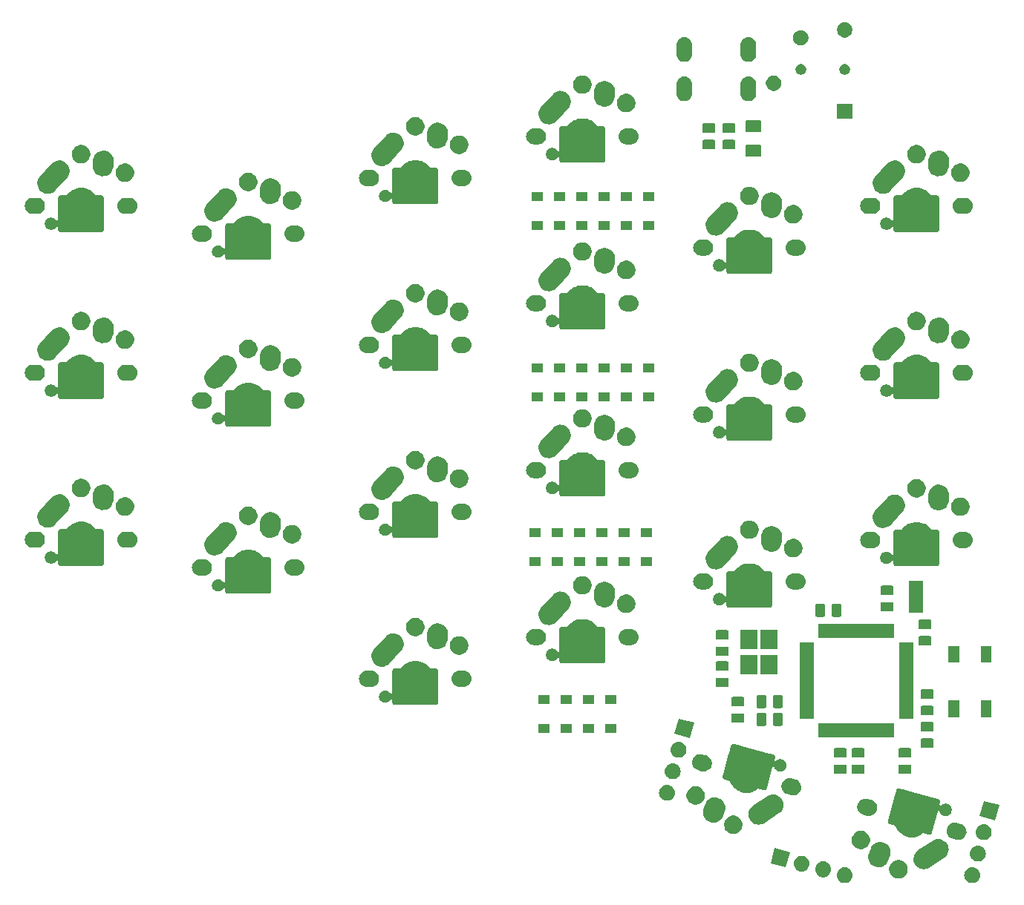
<source format=gbs>
G04 #@! TF.GenerationSoftware,KiCad,Pcbnew,(5.1.4)-1*
G04 #@! TF.CreationDate,2022-01-12T12:57:04-05:00*
G04 #@! TF.ProjectId,a44key-pcb-left-hand,6134346b-6579-42d7-9063-622d6c656674,rev?*
G04 #@! TF.SameCoordinates,Original*
G04 #@! TF.FileFunction,Soldermask,Bot*
G04 #@! TF.FilePolarity,Negative*
%FSLAX46Y46*%
G04 Gerber Fmt 4.6, Leading zero omitted, Abs format (unit mm)*
G04 Created by KiCad (PCBNEW (5.1.4)-1) date 2022-01-12 12:57:04*
%MOMM*%
%LPD*%
G04 APERTURE LIST*
%ADD10C,0.100000*%
G04 APERTURE END LIST*
D10*
G36*
X173592443Y-139821519D02*
G01*
X173658627Y-139828037D01*
X173828466Y-139879557D01*
X173984991Y-139963222D01*
X174020729Y-139992552D01*
X174122186Y-140075814D01*
X174205448Y-140177271D01*
X174234778Y-140213009D01*
X174318443Y-140369534D01*
X174369963Y-140539373D01*
X174387359Y-140716000D01*
X174369963Y-140892627D01*
X174318443Y-141062466D01*
X174234778Y-141218991D01*
X174205448Y-141254729D01*
X174122186Y-141356186D01*
X174020729Y-141439448D01*
X173984991Y-141468778D01*
X173828466Y-141552443D01*
X173658627Y-141603963D01*
X173592443Y-141610481D01*
X173526260Y-141617000D01*
X173437740Y-141617000D01*
X173371557Y-141610481D01*
X173305373Y-141603963D01*
X173135534Y-141552443D01*
X172979009Y-141468778D01*
X172943271Y-141439448D01*
X172841814Y-141356186D01*
X172758552Y-141254729D01*
X172729222Y-141218991D01*
X172645557Y-141062466D01*
X172594037Y-140892627D01*
X172576641Y-140716000D01*
X172594037Y-140539373D01*
X172645557Y-140369534D01*
X172729222Y-140213009D01*
X172758552Y-140177271D01*
X172841814Y-140075814D01*
X172943271Y-139992552D01*
X172979009Y-139963222D01*
X173135534Y-139879557D01*
X173305373Y-139828037D01*
X173371557Y-139821519D01*
X173437740Y-139815000D01*
X173526260Y-139815000D01*
X173592443Y-139821519D01*
X173592443Y-139821519D01*
G37*
G36*
X188121373Y-139815000D02*
G01*
X188196426Y-139822392D01*
X188366265Y-139873912D01*
X188522790Y-139957577D01*
X188529667Y-139963221D01*
X188659985Y-140070169D01*
X188728763Y-140153977D01*
X188772577Y-140207364D01*
X188856242Y-140363889D01*
X188907762Y-140533728D01*
X188925158Y-140710355D01*
X188907762Y-140886982D01*
X188856242Y-141056821D01*
X188772577Y-141213346D01*
X188767944Y-141218991D01*
X188659985Y-141350541D01*
X188558528Y-141433803D01*
X188522790Y-141463133D01*
X188366265Y-141546798D01*
X188196426Y-141598318D01*
X188139110Y-141603963D01*
X188064059Y-141611355D01*
X187975539Y-141611355D01*
X187900488Y-141603963D01*
X187843172Y-141598318D01*
X187673333Y-141546798D01*
X187516808Y-141463133D01*
X187481070Y-141433803D01*
X187379613Y-141350541D01*
X187271654Y-141218991D01*
X187267021Y-141213346D01*
X187183356Y-141056821D01*
X187131836Y-140886982D01*
X187114440Y-140710355D01*
X187131836Y-140533728D01*
X187183356Y-140363889D01*
X187267021Y-140207364D01*
X187310835Y-140153977D01*
X187379613Y-140070169D01*
X187509931Y-139963221D01*
X187516808Y-139957577D01*
X187673333Y-139873912D01*
X187843172Y-139822392D01*
X187918225Y-139815000D01*
X187975539Y-139809355D01*
X188064059Y-139809355D01*
X188121373Y-139815000D01*
X188121373Y-139815000D01*
G37*
G36*
X179920324Y-139023393D02*
G01*
X180111593Y-139102619D01*
X180111595Y-139102620D01*
X180283733Y-139217639D01*
X180430125Y-139364031D01*
X180517407Y-139494657D01*
X180545145Y-139536171D01*
X180624371Y-139727440D01*
X180664760Y-139930488D01*
X180664760Y-140137520D01*
X180624371Y-140340568D01*
X180597655Y-140405066D01*
X180545144Y-140531839D01*
X180430125Y-140703977D01*
X180283733Y-140850369D01*
X180111595Y-140965388D01*
X180111594Y-140965389D01*
X180111593Y-140965389D01*
X179920324Y-141044615D01*
X179717276Y-141085004D01*
X179510244Y-141085004D01*
X179307196Y-141044615D01*
X179115927Y-140965389D01*
X179115926Y-140965389D01*
X179115925Y-140965388D01*
X178943787Y-140850369D01*
X178797395Y-140703977D01*
X178682376Y-140531839D01*
X178629865Y-140405066D01*
X178603149Y-140340568D01*
X178562760Y-140137520D01*
X178562760Y-139930488D01*
X178603149Y-139727440D01*
X178682375Y-139536171D01*
X178710114Y-139494657D01*
X178797395Y-139364031D01*
X178943787Y-139217639D01*
X179115925Y-139102620D01*
X179115927Y-139102619D01*
X179307196Y-139023393D01*
X179510244Y-138983004D01*
X179717276Y-138983004D01*
X179920324Y-139023393D01*
X179920324Y-139023393D01*
G37*
G36*
X171138991Y-139164119D02*
G01*
X171205175Y-139170637D01*
X171375014Y-139222157D01*
X171531539Y-139305822D01*
X171567277Y-139335152D01*
X171668734Y-139418414D01*
X171751996Y-139519871D01*
X171781326Y-139555609D01*
X171794715Y-139580658D01*
X171859826Y-139702470D01*
X171864991Y-139712134D01*
X171916511Y-139881973D01*
X171933907Y-140058600D01*
X171916511Y-140235227D01*
X171864991Y-140405066D01*
X171781326Y-140561591D01*
X171751996Y-140597329D01*
X171668734Y-140698786D01*
X171567277Y-140782048D01*
X171531539Y-140811378D01*
X171375014Y-140895043D01*
X171205175Y-140946563D01*
X171138990Y-140953082D01*
X171072808Y-140959600D01*
X170984288Y-140959600D01*
X170918106Y-140953082D01*
X170851921Y-140946563D01*
X170682082Y-140895043D01*
X170525557Y-140811378D01*
X170489819Y-140782048D01*
X170388362Y-140698786D01*
X170305100Y-140597329D01*
X170275770Y-140561591D01*
X170192105Y-140405066D01*
X170140585Y-140235227D01*
X170123189Y-140058600D01*
X170140585Y-139881973D01*
X170192105Y-139712134D01*
X170197271Y-139702470D01*
X170262381Y-139580658D01*
X170275770Y-139555609D01*
X170305100Y-139519871D01*
X170388362Y-139418414D01*
X170489819Y-139335152D01*
X170525557Y-139305822D01*
X170682082Y-139222157D01*
X170851921Y-139170637D01*
X170918105Y-139164119D01*
X170984288Y-139157600D01*
X171072808Y-139157600D01*
X171138991Y-139164119D01*
X171138991Y-139164119D01*
G37*
G36*
X168685539Y-138506717D02*
G01*
X168751724Y-138513236D01*
X168921563Y-138564756D01*
X169078088Y-138648421D01*
X169113826Y-138677751D01*
X169215283Y-138761013D01*
X169276763Y-138835928D01*
X169327875Y-138898208D01*
X169411540Y-139054733D01*
X169463060Y-139224572D01*
X169480456Y-139401199D01*
X169463060Y-139577826D01*
X169411540Y-139747665D01*
X169327875Y-139904190D01*
X169306291Y-139930490D01*
X169215283Y-140041385D01*
X169113826Y-140124647D01*
X169078088Y-140153977D01*
X168921563Y-140237642D01*
X168751724Y-140289162D01*
X168685539Y-140295681D01*
X168619357Y-140302199D01*
X168530837Y-140302199D01*
X168464655Y-140295681D01*
X168398470Y-140289162D01*
X168228631Y-140237642D01*
X168072106Y-140153977D01*
X168036368Y-140124647D01*
X167934911Y-140041385D01*
X167843903Y-139930490D01*
X167822319Y-139904190D01*
X167738654Y-139747665D01*
X167687134Y-139577826D01*
X167669738Y-139401199D01*
X167687134Y-139224572D01*
X167738654Y-139054733D01*
X167822319Y-138898208D01*
X167873431Y-138835928D01*
X167934911Y-138761013D01*
X168036368Y-138677751D01*
X168072106Y-138648421D01*
X168228631Y-138564756D01*
X168398470Y-138513236D01*
X168464655Y-138506717D01*
X168530837Y-138500199D01*
X168619357Y-138500199D01*
X168685539Y-138506717D01*
X168685539Y-138506717D01*
G37*
G36*
X184401111Y-136621830D02*
G01*
X184622010Y-136691586D01*
X184825057Y-136803096D01*
X185002448Y-136952077D01*
X185147365Y-137132801D01*
X185254240Y-137338325D01*
X185318966Y-137560751D01*
X185339055Y-137791530D01*
X185313736Y-138021794D01*
X185243980Y-138242693D01*
X185132470Y-138445740D01*
X185032515Y-138564756D01*
X184983489Y-138623131D01*
X184848048Y-138731737D01*
X183108040Y-139866033D01*
X183108036Y-139866035D01*
X183108030Y-139866039D01*
X182954009Y-139946132D01*
X182731583Y-140010858D01*
X182500805Y-140030947D01*
X182270541Y-140005628D01*
X182049642Y-139935872D01*
X181846595Y-139824362D01*
X181669204Y-139675381D01*
X181524287Y-139494657D01*
X181417412Y-139289133D01*
X181352686Y-139066707D01*
X181332597Y-138835929D01*
X181357916Y-138605665D01*
X181427672Y-138384766D01*
X181539182Y-138181719D01*
X181688163Y-138004328D01*
X181823599Y-137895726D01*
X181823604Y-137895722D01*
X183563610Y-136761425D01*
X183563619Y-136761420D01*
X183563621Y-136761419D01*
X183717642Y-136681326D01*
X183940068Y-136616600D01*
X184170847Y-136596511D01*
X184401111Y-136621830D01*
X184401111Y-136621830D01*
G37*
G36*
X167225140Y-138106696D02*
G01*
X166758748Y-139847294D01*
X165018150Y-139380902D01*
X165484542Y-137640304D01*
X167225140Y-138106696D01*
X167225140Y-138106696D01*
G37*
G36*
X177698023Y-136920075D02*
G01*
X177923484Y-136973267D01*
X178134236Y-137069423D01*
X178322180Y-137204848D01*
X178480093Y-137374336D01*
X178601905Y-137571374D01*
X178682937Y-137788391D01*
X178700369Y-137895726D01*
X178718008Y-138004328D01*
X178720073Y-138017047D01*
X178711888Y-138248554D01*
X178672025Y-138417516D01*
X178446281Y-139076862D01*
X178374221Y-139234801D01*
X178238797Y-139422745D01*
X178069309Y-139580658D01*
X177916088Y-139675381D01*
X177872268Y-139702471D01*
X177846394Y-139712132D01*
X177655254Y-139783502D01*
X177426598Y-139820638D01*
X177195092Y-139812453D01*
X176969630Y-139759261D01*
X176758878Y-139663104D01*
X176570934Y-139527680D01*
X176413021Y-139358192D01*
X176291209Y-139161153D01*
X176285128Y-139144866D01*
X176269353Y-139102619D01*
X176210177Y-138944137D01*
X176173041Y-138715481D01*
X176181226Y-138483975D01*
X176221089Y-138315012D01*
X176446833Y-137655665D01*
X176518893Y-137497726D01*
X176654317Y-137309783D01*
X176823805Y-137151870D01*
X177020844Y-137030058D01*
X177020843Y-137030058D01*
X177020847Y-137030056D01*
X177173202Y-136973169D01*
X177237860Y-136949026D01*
X177466515Y-136911889D01*
X177698023Y-136920075D01*
X177698023Y-136920075D01*
G37*
G36*
X188787642Y-137362422D02*
G01*
X188853826Y-137368940D01*
X189023665Y-137420460D01*
X189180190Y-137504125D01*
X189209073Y-137527829D01*
X189317385Y-137616717D01*
X189400647Y-137718174D01*
X189429977Y-137753912D01*
X189513642Y-137910437D01*
X189565162Y-138080276D01*
X189582558Y-138256903D01*
X189565162Y-138433530D01*
X189513642Y-138603369D01*
X189429977Y-138759894D01*
X189400647Y-138795632D01*
X189317385Y-138897089D01*
X189215928Y-138980351D01*
X189180190Y-139009681D01*
X189023665Y-139093346D01*
X188853826Y-139144866D01*
X188787641Y-139151385D01*
X188721459Y-139157903D01*
X188632939Y-139157903D01*
X188566757Y-139151385D01*
X188500572Y-139144866D01*
X188330733Y-139093346D01*
X188174208Y-139009681D01*
X188138470Y-138980351D01*
X188037013Y-138897089D01*
X187953751Y-138795632D01*
X187924421Y-138759894D01*
X187840756Y-138603369D01*
X187789236Y-138433530D01*
X187771840Y-138256903D01*
X187789236Y-138080276D01*
X187840756Y-137910437D01*
X187924421Y-137753912D01*
X187953751Y-137718174D01*
X188037013Y-137616717D01*
X188145325Y-137527829D01*
X188174208Y-137504125D01*
X188330733Y-137420460D01*
X188500572Y-137368940D01*
X188566756Y-137362422D01*
X188632939Y-137355903D01*
X188721459Y-137355903D01*
X188787642Y-137362422D01*
X188787642Y-137362422D01*
G37*
G36*
X175634215Y-135700853D02*
G01*
X175802853Y-135770705D01*
X175825486Y-135780080D01*
X175997624Y-135895099D01*
X176144016Y-136041491D01*
X176227780Y-136166852D01*
X176259036Y-136213631D01*
X176338262Y-136404900D01*
X176378651Y-136607948D01*
X176378651Y-136814980D01*
X176338262Y-137018028D01*
X176260879Y-137204848D01*
X176259035Y-137209299D01*
X176144016Y-137381437D01*
X175997624Y-137527829D01*
X175825486Y-137642848D01*
X175825485Y-137642849D01*
X175825484Y-137642849D01*
X175634215Y-137722075D01*
X175431167Y-137762464D01*
X175224135Y-137762464D01*
X175021087Y-137722075D01*
X174829818Y-137642849D01*
X174829817Y-137642849D01*
X174829816Y-137642848D01*
X174657678Y-137527829D01*
X174511286Y-137381437D01*
X174396267Y-137209299D01*
X174394423Y-137204848D01*
X174317040Y-137018028D01*
X174276651Y-136814980D01*
X174276651Y-136607948D01*
X174317040Y-136404900D01*
X174396266Y-136213631D01*
X174427523Y-136166852D01*
X174511286Y-136041491D01*
X174657678Y-135895099D01*
X174829816Y-135780080D01*
X174852449Y-135770705D01*
X175021087Y-135700853D01*
X175224135Y-135660464D01*
X175431167Y-135660464D01*
X175634215Y-135700853D01*
X175634215Y-135700853D01*
G37*
G36*
X189435311Y-134908012D02*
G01*
X189511227Y-134915489D01*
X189681066Y-134967009D01*
X189681068Y-134967010D01*
X189730621Y-134993497D01*
X189837591Y-135050674D01*
X189846342Y-135057856D01*
X189974786Y-135163266D01*
X190054914Y-135260904D01*
X190087378Y-135300461D01*
X190087379Y-135300463D01*
X190170633Y-135456218D01*
X190171043Y-135456986D01*
X190222563Y-135626825D01*
X190239959Y-135803452D01*
X190222563Y-135980079D01*
X190171043Y-136149918D01*
X190171042Y-136149920D01*
X190136987Y-136213631D01*
X190087378Y-136306443D01*
X190074815Y-136321751D01*
X189974786Y-136443638D01*
X189873329Y-136526900D01*
X189837591Y-136556230D01*
X189681066Y-136639895D01*
X189511227Y-136691415D01*
X189445042Y-136697934D01*
X189378860Y-136704452D01*
X189290340Y-136704452D01*
X189224158Y-136697934D01*
X189157973Y-136691415D01*
X188988134Y-136639895D01*
X188831609Y-136556230D01*
X188795871Y-136526900D01*
X188694414Y-136443638D01*
X188594385Y-136321751D01*
X188581822Y-136306443D01*
X188532213Y-136213631D01*
X188498158Y-136149920D01*
X188498157Y-136149918D01*
X188446637Y-135980079D01*
X188429241Y-135803452D01*
X188446637Y-135626825D01*
X188498157Y-135456986D01*
X188498568Y-135456218D01*
X188581821Y-135300463D01*
X188581822Y-135300461D01*
X188614286Y-135260904D01*
X188694414Y-135163266D01*
X188822858Y-135057856D01*
X188831609Y-135050674D01*
X188938579Y-134993497D01*
X188988132Y-134967010D01*
X188988134Y-134967009D01*
X189157973Y-134915489D01*
X189233889Y-134908012D01*
X189290340Y-134902452D01*
X189378860Y-134902452D01*
X189435311Y-134908012D01*
X189435311Y-134908012D01*
G37*
G36*
X186226514Y-134739092D02*
G01*
X186226521Y-134739094D01*
X186226522Y-134739094D01*
X186724913Y-134872637D01*
X186724920Y-134872639D01*
X186852851Y-134920789D01*
X187007751Y-135017112D01*
X187115091Y-135117647D01*
X187140882Y-135141803D01*
X187247130Y-135290071D01*
X187322410Y-135456219D01*
X187343119Y-135545039D01*
X187363830Y-135633861D01*
X187369798Y-135816169D01*
X187340086Y-135996136D01*
X187275833Y-136166852D01*
X187179511Y-136321749D01*
X187054817Y-136454884D01*
X186906550Y-136561130D01*
X186740405Y-136636410D01*
X186632665Y-136661531D01*
X186562762Y-136677830D01*
X186556591Y-136678032D01*
X186380452Y-136683799D01*
X186245588Y-136661533D01*
X186245581Y-136661531D01*
X186245580Y-136661531D01*
X185996385Y-136594759D01*
X185747182Y-136527985D01*
X185619251Y-136479835D01*
X185464351Y-136383512D01*
X185331221Y-136258822D01*
X185331220Y-136258821D01*
X185224973Y-136110553D01*
X185173132Y-135996136D01*
X185149692Y-135944404D01*
X185108273Y-135766764D01*
X185102304Y-135584455D01*
X185132017Y-135404491D01*
X185132018Y-135404489D01*
X185132018Y-135404487D01*
X185171170Y-135300463D01*
X185196271Y-135233769D01*
X185292593Y-135078872D01*
X185417283Y-134945742D01*
X185417284Y-134945741D01*
X185565552Y-134839494D01*
X185682802Y-134786369D01*
X185731701Y-134764213D01*
X185909341Y-134722794D01*
X186091649Y-134716825D01*
X186226514Y-134739092D01*
X186226514Y-134739092D01*
G37*
G36*
X179703418Y-130837238D02*
G01*
X179703436Y-130837242D01*
X179712038Y-130838662D01*
X179712040Y-130838663D01*
X179712042Y-130838663D01*
X179720191Y-130841730D01*
X179731868Y-130845482D01*
X180081236Y-130939095D01*
X180093224Y-130941684D01*
X180093359Y-130941706D01*
X180093491Y-130941756D01*
X180105168Y-130945508D01*
X180944063Y-131170289D01*
X183748349Y-131921695D01*
X183760330Y-131924283D01*
X183768926Y-131925702D01*
X183776058Y-131928387D01*
X183777072Y-131928768D01*
X183788750Y-131932520D01*
X184134713Y-132025221D01*
X184146695Y-132027809D01*
X184155297Y-132029229D01*
X184163448Y-132032297D01*
X184163462Y-132032301D01*
X184210783Y-132050112D01*
X184210787Y-132050114D01*
X184261138Y-132081424D01*
X184261141Y-132081426D01*
X184290532Y-132108954D01*
X184304414Y-132121956D01*
X184338950Y-132170151D01*
X184363420Y-132224158D01*
X184376884Y-132281901D01*
X184378767Y-132339431D01*
X184378824Y-132341163D01*
X184370590Y-132391035D01*
X184370582Y-132391075D01*
X184369165Y-132399655D01*
X184369164Y-132399660D01*
X184366097Y-132407810D01*
X184362351Y-132419467D01*
X184312719Y-132604696D01*
X184308729Y-132628868D01*
X184309530Y-132653359D01*
X184315095Y-132677223D01*
X184325208Y-132699543D01*
X184339481Y-132719461D01*
X184357365Y-132736211D01*
X184378174Y-132749151D01*
X184401108Y-132757783D01*
X184425285Y-132761774D01*
X184449776Y-132760973D01*
X184473640Y-132755408D01*
X184495960Y-132745295D01*
X184521848Y-132725431D01*
X184532013Y-132715266D01*
X184646823Y-132638553D01*
X184774399Y-132585709D01*
X184909828Y-132558771D01*
X185047916Y-132558771D01*
X185183345Y-132585709D01*
X185310921Y-132638553D01*
X185425731Y-132715266D01*
X185523377Y-132812912D01*
X185600090Y-132927722D01*
X185652934Y-133055298D01*
X185679872Y-133190727D01*
X185679872Y-133328815D01*
X185652934Y-133464244D01*
X185600090Y-133591820D01*
X185523377Y-133706630D01*
X185425731Y-133804276D01*
X185310921Y-133880989D01*
X185183345Y-133933833D01*
X185047916Y-133960771D01*
X184909828Y-133960771D01*
X184774399Y-133933833D01*
X184646823Y-133880989D01*
X184532013Y-133804276D01*
X184434367Y-133706630D01*
X184357654Y-133591820D01*
X184310681Y-133478418D01*
X184299130Y-133456807D01*
X184283584Y-133437865D01*
X184264642Y-133422320D01*
X184243032Y-133410769D01*
X184219583Y-133403656D01*
X184195197Y-133401254D01*
X184170810Y-133403656D01*
X184147362Y-133410769D01*
X184125751Y-133422320D01*
X184106809Y-133437866D01*
X184091264Y-133456808D01*
X184079713Y-133478418D01*
X184074459Y-133493896D01*
X183448781Y-135828956D01*
X183441423Y-135856416D01*
X183438835Y-135868397D01*
X183437416Y-135876993D01*
X183437415Y-135876995D01*
X183434350Y-135885139D01*
X183434339Y-135885173D01*
X183416534Y-135932479D01*
X183416532Y-135932483D01*
X183401213Y-135957118D01*
X183385220Y-135982837D01*
X183344692Y-136026109D01*
X183296495Y-136060646D01*
X183275905Y-136069975D01*
X183242488Y-136085116D01*
X183184745Y-136098580D01*
X183179109Y-136098764D01*
X183125482Y-136100520D01*
X183075601Y-136092285D01*
X183075573Y-136092279D01*
X183066989Y-136090862D01*
X183058844Y-136087796D01*
X183047167Y-136084044D01*
X182701194Y-135991341D01*
X182689215Y-135988753D01*
X182680616Y-135987334D01*
X182672463Y-135984266D01*
X182660785Y-135980513D01*
X182659165Y-135980079D01*
X182500005Y-135937432D01*
X182475834Y-135933442D01*
X182451343Y-135934243D01*
X182427479Y-135939808D01*
X182398216Y-135954238D01*
X182109415Y-136147209D01*
X182061992Y-136166852D01*
X181737266Y-136301358D01*
X181342198Y-136379942D01*
X180939386Y-136379942D01*
X180544318Y-136301358D01*
X180219592Y-136166852D01*
X180172169Y-136147209D01*
X179837244Y-135923419D01*
X179552415Y-135638590D01*
X179328625Y-135303665D01*
X179276310Y-135177364D01*
X179251574Y-135117647D01*
X179240023Y-135096036D01*
X179224478Y-135077094D01*
X179205536Y-135061549D01*
X179183925Y-135049998D01*
X179168442Y-135044742D01*
X179034098Y-135008745D01*
X179022109Y-135006156D01*
X179005054Y-135003340D01*
X178988870Y-134997249D01*
X178977192Y-134993497D01*
X178644319Y-134904303D01*
X178632333Y-134901714D01*
X178623728Y-134900294D01*
X178568237Y-134879408D01*
X178557348Y-134872637D01*
X178548239Y-134866973D01*
X178517887Y-134848099D01*
X178474610Y-134807566D01*
X178440075Y-134759372D01*
X178436131Y-134750667D01*
X178415605Y-134705365D01*
X178402141Y-134647622D01*
X178401329Y-134622806D01*
X178400201Y-134588365D01*
X178407440Y-134544518D01*
X178409859Y-134529863D01*
X178412930Y-134521703D01*
X178416683Y-134510024D01*
X178419103Y-134500994D01*
X178776038Y-133168889D01*
X179098306Y-131966167D01*
X179100895Y-131954177D01*
X179106333Y-131921241D01*
X179118094Y-131889993D01*
X179121847Y-131878313D01*
X179180660Y-131658821D01*
X179333828Y-131087188D01*
X179337599Y-131073114D01*
X179340189Y-131061122D01*
X179341608Y-131052526D01*
X179345018Y-131043466D01*
X179362491Y-130997041D01*
X179393801Y-130946690D01*
X179434334Y-130903413D01*
X179440585Y-130898934D01*
X179482528Y-130868877D01*
X179507045Y-130857769D01*
X179536536Y-130844407D01*
X179594279Y-130830943D01*
X179599915Y-130830759D01*
X179653540Y-130829003D01*
X179703418Y-130837238D01*
X179703418Y-130837238D01*
G37*
G36*
X161085532Y-133943729D02*
G01*
X161276801Y-134022955D01*
X161276803Y-134022956D01*
X161448941Y-134137975D01*
X161595333Y-134284367D01*
X161708341Y-134453495D01*
X161710353Y-134456507D01*
X161789579Y-134647776D01*
X161829968Y-134850824D01*
X161829968Y-135057856D01*
X161789579Y-135260904D01*
X161730105Y-135404487D01*
X161710352Y-135452175D01*
X161595333Y-135624313D01*
X161448941Y-135770705D01*
X161276803Y-135885724D01*
X161276802Y-135885725D01*
X161276801Y-135885725D01*
X161085532Y-135964951D01*
X160882484Y-136005340D01*
X160675452Y-136005340D01*
X160472404Y-135964951D01*
X160281135Y-135885725D01*
X160281134Y-135885725D01*
X160281133Y-135885724D01*
X160108995Y-135770705D01*
X159962603Y-135624313D01*
X159847584Y-135452175D01*
X159827831Y-135404487D01*
X159768357Y-135260904D01*
X159727968Y-135057856D01*
X159727968Y-134850824D01*
X159768357Y-134647776D01*
X159847583Y-134456507D01*
X159849596Y-134453495D01*
X159962603Y-134284367D01*
X160108995Y-134137975D01*
X160281133Y-134022956D01*
X160281135Y-134022955D01*
X160472404Y-133943729D01*
X160675452Y-133903340D01*
X160882484Y-133903340D01*
X161085532Y-133943729D01*
X161085532Y-133943729D01*
G37*
G36*
X165566319Y-131542166D02*
G01*
X165787218Y-131611922D01*
X165990265Y-131723432D01*
X166167656Y-131872413D01*
X166312573Y-132053137D01*
X166419448Y-132258661D01*
X166484174Y-132481087D01*
X166504263Y-132711866D01*
X166478944Y-132942130D01*
X166409188Y-133163029D01*
X166297678Y-133366076D01*
X166163366Y-133526001D01*
X166148697Y-133543467D01*
X166013256Y-133652073D01*
X164273248Y-134786369D01*
X164273244Y-134786371D01*
X164273238Y-134786375D01*
X164119217Y-134866468D01*
X163896791Y-134931194D01*
X163666013Y-134951283D01*
X163435749Y-134925964D01*
X163214850Y-134856208D01*
X163011803Y-134744698D01*
X162834412Y-134595717D01*
X162689495Y-134414993D01*
X162582620Y-134209469D01*
X162517894Y-133987043D01*
X162497805Y-133756265D01*
X162523124Y-133526001D01*
X162592880Y-133305102D01*
X162704390Y-133102055D01*
X162853371Y-132924664D01*
X162988807Y-132816062D01*
X162988812Y-132816058D01*
X164728818Y-131681761D01*
X164728827Y-131681756D01*
X164728829Y-131681755D01*
X164882850Y-131601662D01*
X165105276Y-131536936D01*
X165336055Y-131516847D01*
X165566319Y-131542166D01*
X165566319Y-131542166D01*
G37*
G36*
X158863231Y-131840411D02*
G01*
X159088692Y-131893603D01*
X159299444Y-131989759D01*
X159487388Y-132125184D01*
X159645301Y-132294672D01*
X159767113Y-132491710D01*
X159848145Y-132708727D01*
X159865577Y-132816062D01*
X159883216Y-132924664D01*
X159885281Y-132937383D01*
X159877096Y-133168890D01*
X159837233Y-133337852D01*
X159611489Y-133997198D01*
X159539429Y-134155137D01*
X159404005Y-134343081D01*
X159234517Y-134500994D01*
X159081296Y-134595717D01*
X159037476Y-134622807D01*
X159003693Y-134635421D01*
X158820462Y-134703838D01*
X158591806Y-134740974D01*
X158360300Y-134732789D01*
X158134838Y-134679597D01*
X157924086Y-134583440D01*
X157736142Y-134448016D01*
X157578229Y-134278528D01*
X157456417Y-134081489D01*
X157375385Y-133864473D01*
X157338249Y-133635817D01*
X157346434Y-133404311D01*
X157386297Y-133235348D01*
X157612041Y-132576001D01*
X157684101Y-132418062D01*
X157819525Y-132230119D01*
X157989013Y-132072206D01*
X158186052Y-131950394D01*
X158186051Y-131950394D01*
X158186055Y-131950392D01*
X158379096Y-131878313D01*
X158403068Y-131869362D01*
X158631723Y-131832225D01*
X158863231Y-131840411D01*
X158863231Y-131840411D01*
G37*
G36*
X191095495Y-132712897D02*
G01*
X190629103Y-134453495D01*
X188888505Y-133987103D01*
X189354897Y-132246505D01*
X191095495Y-132712897D01*
X191095495Y-132712897D01*
G37*
G36*
X176035996Y-132008552D02*
G01*
X176036003Y-132008554D01*
X176036004Y-132008554D01*
X176487886Y-132129635D01*
X176534402Y-132142099D01*
X176662333Y-132190249D01*
X176817233Y-132286572D01*
X176950363Y-132411262D01*
X176950364Y-132411263D01*
X177056612Y-132559531D01*
X177131892Y-132725679D01*
X177149823Y-132802582D01*
X177173312Y-132903321D01*
X177179280Y-133085629D01*
X177149568Y-133265596D01*
X177085315Y-133436312D01*
X176988993Y-133591209D01*
X176864299Y-133724344D01*
X176716032Y-133830590D01*
X176549887Y-133905870D01*
X176442147Y-133930991D01*
X176372244Y-133947290D01*
X176366073Y-133947492D01*
X176189934Y-133953259D01*
X176055070Y-133930993D01*
X176055063Y-133930991D01*
X176055062Y-133930991D01*
X175734854Y-133845191D01*
X175556664Y-133797445D01*
X175428733Y-133749295D01*
X175273833Y-133652972D01*
X175140703Y-133528282D01*
X175094814Y-133464244D01*
X175034455Y-133380013D01*
X174982614Y-133265596D01*
X174959174Y-133213864D01*
X174917755Y-133036224D01*
X174911786Y-132853915D01*
X174941499Y-132673951D01*
X174941500Y-132673949D01*
X174941500Y-132673947D01*
X174963329Y-132615948D01*
X175005753Y-132503229D01*
X175102075Y-132348332D01*
X175226765Y-132215202D01*
X175229342Y-132213355D01*
X175375034Y-132108954D01*
X175468459Y-132066624D01*
X175541183Y-132033673D01*
X175718823Y-131992254D01*
X175901131Y-131986285D01*
X176035996Y-132008552D01*
X176035996Y-132008552D01*
G37*
G36*
X156799423Y-130621189D02*
G01*
X156987918Y-130699266D01*
X156990694Y-130700416D01*
X157162832Y-130815435D01*
X157309224Y-130961827D01*
X157392988Y-131087188D01*
X157424244Y-131133967D01*
X157503470Y-131325236D01*
X157543859Y-131528284D01*
X157543859Y-131735316D01*
X157503470Y-131938364D01*
X157424244Y-132129633D01*
X157424243Y-132129635D01*
X157309224Y-132301773D01*
X157162832Y-132448165D01*
X156990694Y-132563184D01*
X156990693Y-132563185D01*
X156990692Y-132563185D01*
X156799423Y-132642411D01*
X156596375Y-132682800D01*
X156389343Y-132682800D01*
X156186295Y-132642411D01*
X155995026Y-132563185D01*
X155995025Y-132563185D01*
X155995024Y-132563184D01*
X155822886Y-132448165D01*
X155676494Y-132301773D01*
X155561475Y-132129635D01*
X155561474Y-132129633D01*
X155482248Y-131938364D01*
X155441859Y-131735316D01*
X155441859Y-131528284D01*
X155482248Y-131325236D01*
X155561474Y-131133967D01*
X155592731Y-131087188D01*
X155676494Y-130961827D01*
X155822886Y-130815435D01*
X155995024Y-130700416D01*
X155997800Y-130699266D01*
X156186295Y-130621189D01*
X156389343Y-130580800D01*
X156596375Y-130580800D01*
X156799423Y-130621189D01*
X156799423Y-130621189D01*
G37*
G36*
X153332242Y-130417874D02*
G01*
X153398426Y-130424392D01*
X153568265Y-130475912D01*
X153724790Y-130559577D01*
X153750650Y-130580800D01*
X153861985Y-130672169D01*
X153925277Y-130749292D01*
X153974577Y-130809364D01*
X154058242Y-130965889D01*
X154109762Y-131135728D01*
X154127158Y-131312355D01*
X154109762Y-131488982D01*
X154058242Y-131658821D01*
X153974577Y-131815346D01*
X153945247Y-131851084D01*
X153861985Y-131952541D01*
X153764796Y-132032301D01*
X153724790Y-132065133D01*
X153702751Y-132076913D01*
X153618483Y-132121956D01*
X153568265Y-132148798D01*
X153398426Y-132200318D01*
X153332242Y-132206836D01*
X153266059Y-132213355D01*
X153177539Y-132213355D01*
X153111356Y-132206836D01*
X153045172Y-132200318D01*
X152875333Y-132148798D01*
X152825116Y-132121956D01*
X152740847Y-132076913D01*
X152718808Y-132065133D01*
X152678802Y-132032301D01*
X152581613Y-131952541D01*
X152498351Y-131851084D01*
X152469021Y-131815346D01*
X152385356Y-131658821D01*
X152333836Y-131488982D01*
X152316440Y-131312355D01*
X152333836Y-131135728D01*
X152385356Y-130965889D01*
X152469021Y-130809364D01*
X152518321Y-130749292D01*
X152581613Y-130672169D01*
X152692948Y-130580800D01*
X152718808Y-130559577D01*
X152875333Y-130475912D01*
X153045172Y-130424392D01*
X153111356Y-130417874D01*
X153177539Y-130411355D01*
X153266059Y-130411355D01*
X153332242Y-130417874D01*
X153332242Y-130417874D01*
G37*
G36*
X167391722Y-129659428D02*
G01*
X167391729Y-129659430D01*
X167391730Y-129659430D01*
X167890121Y-129792973D01*
X167890128Y-129792975D01*
X168018059Y-129841125D01*
X168172959Y-129937448D01*
X168280299Y-130037983D01*
X168306090Y-130062139D01*
X168412338Y-130210407D01*
X168487618Y-130376555D01*
X168508327Y-130465375D01*
X168529038Y-130554197D01*
X168535006Y-130736505D01*
X168505294Y-130916472D01*
X168441041Y-131087188D01*
X168344719Y-131242085D01*
X168220025Y-131375220D01*
X168071758Y-131481466D01*
X167905613Y-131556746D01*
X167797873Y-131581867D01*
X167727970Y-131598166D01*
X167721799Y-131598368D01*
X167545660Y-131604135D01*
X167410796Y-131581869D01*
X167410789Y-131581867D01*
X167410788Y-131581867D01*
X167161593Y-131515095D01*
X166912390Y-131448321D01*
X166784459Y-131400171D01*
X166629559Y-131303848D01*
X166496429Y-131179158D01*
X166496428Y-131179157D01*
X166390181Y-131030889D01*
X166349796Y-130941756D01*
X166314900Y-130864740D01*
X166273481Y-130687100D01*
X166267512Y-130504791D01*
X166297225Y-130324827D01*
X166297226Y-130324825D01*
X166297226Y-130324823D01*
X166335173Y-130224000D01*
X166361479Y-130154105D01*
X166457801Y-129999208D01*
X166582491Y-129866078D01*
X166582492Y-129866077D01*
X166730760Y-129759830D01*
X166834993Y-129712603D01*
X166896909Y-129684549D01*
X167074549Y-129643130D01*
X167256857Y-129637161D01*
X167391722Y-129659428D01*
X167391722Y-129659428D01*
G37*
G36*
X160868626Y-125757574D02*
G01*
X160868644Y-125757578D01*
X160877246Y-125758998D01*
X160877248Y-125758999D01*
X160877250Y-125758999D01*
X160885399Y-125762066D01*
X160897076Y-125765818D01*
X161246444Y-125859431D01*
X161258432Y-125862020D01*
X161258567Y-125862042D01*
X161258699Y-125862092D01*
X161270376Y-125865844D01*
X162109271Y-126090625D01*
X164913557Y-126842031D01*
X164925538Y-126844619D01*
X164934134Y-126846038D01*
X164941266Y-126848723D01*
X164942280Y-126849104D01*
X164953958Y-126852856D01*
X165299921Y-126945557D01*
X165311903Y-126948145D01*
X165320505Y-126949565D01*
X165328656Y-126952633D01*
X165328670Y-126952637D01*
X165375991Y-126970448D01*
X165375995Y-126970450D01*
X165426346Y-127001760D01*
X165426349Y-127001762D01*
X165455740Y-127029290D01*
X165469622Y-127042292D01*
X165504158Y-127090487D01*
X165528628Y-127144494D01*
X165542092Y-127202237D01*
X165543390Y-127241894D01*
X165544032Y-127261499D01*
X165535798Y-127311371D01*
X165535790Y-127311411D01*
X165534373Y-127319991D01*
X165534372Y-127319996D01*
X165531305Y-127328146D01*
X165527559Y-127339803D01*
X165477927Y-127525032D01*
X165473937Y-127549204D01*
X165474738Y-127573695D01*
X165480303Y-127597559D01*
X165490416Y-127619879D01*
X165504689Y-127639797D01*
X165522573Y-127656547D01*
X165543382Y-127669487D01*
X165566316Y-127678119D01*
X165590493Y-127682110D01*
X165614984Y-127681309D01*
X165638848Y-127675744D01*
X165661168Y-127665631D01*
X165687056Y-127645767D01*
X165697221Y-127635602D01*
X165812031Y-127558889D01*
X165939607Y-127506045D01*
X166075036Y-127479107D01*
X166213124Y-127479107D01*
X166348553Y-127506045D01*
X166476129Y-127558889D01*
X166590939Y-127635602D01*
X166688585Y-127733248D01*
X166765298Y-127848058D01*
X166818142Y-127975634D01*
X166845080Y-128111063D01*
X166845080Y-128249151D01*
X166818142Y-128384580D01*
X166765298Y-128512156D01*
X166688585Y-128626966D01*
X166590939Y-128724612D01*
X166476129Y-128801325D01*
X166348553Y-128854169D01*
X166213124Y-128881107D01*
X166075036Y-128881107D01*
X165939607Y-128854169D01*
X165812031Y-128801325D01*
X165697221Y-128724612D01*
X165599575Y-128626966D01*
X165522862Y-128512156D01*
X165475889Y-128398754D01*
X165464338Y-128377143D01*
X165448792Y-128358201D01*
X165429850Y-128342656D01*
X165408240Y-128331105D01*
X165384791Y-128323992D01*
X165360405Y-128321590D01*
X165336018Y-128323992D01*
X165312570Y-128331105D01*
X165290959Y-128342656D01*
X165272017Y-128358202D01*
X165256472Y-128377144D01*
X165244921Y-128398754D01*
X165239667Y-128414232D01*
X164613989Y-130749292D01*
X164606631Y-130776752D01*
X164604043Y-130788733D01*
X164602624Y-130797329D01*
X164602623Y-130797331D01*
X164599558Y-130805475D01*
X164599547Y-130805509D01*
X164581742Y-130852815D01*
X164581740Y-130852819D01*
X164566421Y-130877454D01*
X164550428Y-130903173D01*
X164509900Y-130946445D01*
X164461703Y-130980982D01*
X164441113Y-130990311D01*
X164407696Y-131005452D01*
X164349953Y-131018916D01*
X164344317Y-131019100D01*
X164290690Y-131020856D01*
X164240809Y-131012621D01*
X164240781Y-131012615D01*
X164232197Y-131011198D01*
X164224052Y-131008132D01*
X164212375Y-131004380D01*
X163866402Y-130911677D01*
X163854423Y-130909089D01*
X163845824Y-130907670D01*
X163837671Y-130904602D01*
X163825993Y-130900849D01*
X163788706Y-130890858D01*
X163665213Y-130857768D01*
X163641042Y-130853778D01*
X163616551Y-130854579D01*
X163592687Y-130860144D01*
X163563424Y-130874574D01*
X163274623Y-131067545D01*
X163196064Y-131100085D01*
X162902474Y-131221694D01*
X162507406Y-131300278D01*
X162104594Y-131300278D01*
X161709526Y-131221694D01*
X161415936Y-131100085D01*
X161337377Y-131067545D01*
X161002452Y-130843755D01*
X160717623Y-130558926D01*
X160493833Y-130224001D01*
X160416782Y-130037983D01*
X160405231Y-130016372D01*
X160389686Y-129997430D01*
X160370744Y-129981885D01*
X160349133Y-129970334D01*
X160333650Y-129965078D01*
X160199306Y-129929081D01*
X160187317Y-129926492D01*
X160170262Y-129923676D01*
X160154078Y-129917585D01*
X160142400Y-129913833D01*
X159809527Y-129824639D01*
X159797541Y-129822050D01*
X159788936Y-129820630D01*
X159733445Y-129799744D01*
X159722556Y-129792973D01*
X159713447Y-129787309D01*
X159683095Y-129768435D01*
X159639818Y-129727902D01*
X159605283Y-129679708D01*
X159596095Y-129659430D01*
X159580813Y-129625701D01*
X159567349Y-129567958D01*
X159567185Y-129562956D01*
X159565409Y-129508701D01*
X159572648Y-129464854D01*
X159575067Y-129450199D01*
X159578138Y-129442039D01*
X159581891Y-129430360D01*
X159625785Y-129266546D01*
X159998224Y-127876581D01*
X160263514Y-126886503D01*
X160266103Y-126874513D01*
X160271541Y-126841577D01*
X160283302Y-126810329D01*
X160287055Y-126798649D01*
X160299577Y-126751918D01*
X160497925Y-126011670D01*
X160502807Y-125993450D01*
X160505397Y-125981458D01*
X160506815Y-125972866D01*
X160507867Y-125970070D01*
X160509884Y-125964710D01*
X160527699Y-125917377D01*
X160559009Y-125867026D01*
X160563698Y-125862020D01*
X160599541Y-125823750D01*
X160647736Y-125789213D01*
X160672206Y-125778126D01*
X160701744Y-125764743D01*
X160759487Y-125751279D01*
X160765123Y-125751095D01*
X160818748Y-125749339D01*
X160868626Y-125757574D01*
X160868626Y-125757574D01*
G37*
G36*
X153989642Y-127964422D02*
G01*
X154055826Y-127970940D01*
X154225665Y-128022460D01*
X154382190Y-128106125D01*
X154416399Y-128134200D01*
X154519385Y-128218717D01*
X154586378Y-128300350D01*
X154631977Y-128355912D01*
X154633201Y-128358202D01*
X154693822Y-128471614D01*
X154715642Y-128512437D01*
X154767162Y-128682276D01*
X154784558Y-128858903D01*
X154767162Y-129035530D01*
X154715642Y-129205369D01*
X154631977Y-129361894D01*
X154605047Y-129394708D01*
X154519385Y-129499089D01*
X154417928Y-129582351D01*
X154382190Y-129611681D01*
X154225665Y-129695346D01*
X154055826Y-129746866D01*
X153989642Y-129753384D01*
X153923459Y-129759903D01*
X153834939Y-129759903D01*
X153768756Y-129753384D01*
X153702572Y-129746866D01*
X153532733Y-129695346D01*
X153376208Y-129611681D01*
X153340470Y-129582351D01*
X153239013Y-129499089D01*
X153153351Y-129394708D01*
X153126421Y-129361894D01*
X153042756Y-129205369D01*
X152991236Y-129035530D01*
X152973840Y-128858903D01*
X152991236Y-128682276D01*
X153042756Y-128512437D01*
X153064577Y-128471614D01*
X153125197Y-128358202D01*
X153126421Y-128355912D01*
X153172020Y-128300350D01*
X153239013Y-128218717D01*
X153341999Y-128134200D01*
X153376208Y-128106125D01*
X153532733Y-128022460D01*
X153702572Y-127970940D01*
X153768756Y-127964422D01*
X153834939Y-127957903D01*
X153923459Y-127957903D01*
X153989642Y-127964422D01*
X153989642Y-127964422D01*
G37*
G36*
X173558468Y-128087065D02*
G01*
X173597138Y-128098796D01*
X173632777Y-128117846D01*
X173664017Y-128143483D01*
X173689654Y-128174723D01*
X173708704Y-128210362D01*
X173720435Y-128249032D01*
X173725000Y-128295388D01*
X173725000Y-128946612D01*
X173720435Y-128992968D01*
X173708704Y-129031638D01*
X173689654Y-129067277D01*
X173664017Y-129098517D01*
X173632777Y-129124154D01*
X173597138Y-129143204D01*
X173558468Y-129154935D01*
X173512112Y-129159500D01*
X172435888Y-129159500D01*
X172389532Y-129154935D01*
X172350862Y-129143204D01*
X172315223Y-129124154D01*
X172283983Y-129098517D01*
X172258346Y-129067277D01*
X172239296Y-129031638D01*
X172227565Y-128992968D01*
X172223000Y-128946612D01*
X172223000Y-128295388D01*
X172227565Y-128249032D01*
X172239296Y-128210362D01*
X172258346Y-128174723D01*
X172283983Y-128143483D01*
X172315223Y-128117846D01*
X172350862Y-128098796D01*
X172389532Y-128087065D01*
X172435888Y-128082500D01*
X173512112Y-128082500D01*
X173558468Y-128087065D01*
X173558468Y-128087065D01*
G37*
G36*
X175590468Y-128087065D02*
G01*
X175629138Y-128098796D01*
X175664777Y-128117846D01*
X175696017Y-128143483D01*
X175721654Y-128174723D01*
X175740704Y-128210362D01*
X175752435Y-128249032D01*
X175757000Y-128295388D01*
X175757000Y-128946612D01*
X175752435Y-128992968D01*
X175740704Y-129031638D01*
X175721654Y-129067277D01*
X175696017Y-129098517D01*
X175664777Y-129124154D01*
X175629138Y-129143204D01*
X175590468Y-129154935D01*
X175544112Y-129159500D01*
X174467888Y-129159500D01*
X174421532Y-129154935D01*
X174382862Y-129143204D01*
X174347223Y-129124154D01*
X174315983Y-129098517D01*
X174290346Y-129067277D01*
X174271296Y-129031638D01*
X174259565Y-128992968D01*
X174255000Y-128946612D01*
X174255000Y-128295388D01*
X174259565Y-128249032D01*
X174271296Y-128210362D01*
X174290346Y-128174723D01*
X174315983Y-128143483D01*
X174347223Y-128117846D01*
X174382862Y-128098796D01*
X174421532Y-128087065D01*
X174467888Y-128082500D01*
X175544112Y-128082500D01*
X175590468Y-128087065D01*
X175590468Y-128087065D01*
G37*
G36*
X180924468Y-128087065D02*
G01*
X180963138Y-128098796D01*
X180998777Y-128117846D01*
X181030017Y-128143483D01*
X181055654Y-128174723D01*
X181074704Y-128210362D01*
X181086435Y-128249032D01*
X181091000Y-128295388D01*
X181091000Y-128946612D01*
X181086435Y-128992968D01*
X181074704Y-129031638D01*
X181055654Y-129067277D01*
X181030017Y-129098517D01*
X180998777Y-129124154D01*
X180963138Y-129143204D01*
X180924468Y-129154935D01*
X180878112Y-129159500D01*
X179801888Y-129159500D01*
X179755532Y-129154935D01*
X179716862Y-129143204D01*
X179681223Y-129124154D01*
X179649983Y-129098517D01*
X179624346Y-129067277D01*
X179605296Y-129031638D01*
X179593565Y-128992968D01*
X179589000Y-128946612D01*
X179589000Y-128295388D01*
X179593565Y-128249032D01*
X179605296Y-128210362D01*
X179624346Y-128174723D01*
X179649983Y-128143483D01*
X179681223Y-128117846D01*
X179716862Y-128098796D01*
X179755532Y-128087065D01*
X179801888Y-128082500D01*
X180878112Y-128082500D01*
X180924468Y-128087065D01*
X180924468Y-128087065D01*
G37*
G36*
X157201204Y-126928888D02*
G01*
X157201211Y-126928890D01*
X157201212Y-126928890D01*
X157636919Y-127045637D01*
X157699610Y-127062435D01*
X157827541Y-127110585D01*
X157982441Y-127206908D01*
X158115571Y-127331598D01*
X158115572Y-127331599D01*
X158221820Y-127479867D01*
X158297100Y-127646015D01*
X158315031Y-127722918D01*
X158338520Y-127823657D01*
X158344488Y-128005965D01*
X158314776Y-128185932D01*
X158250523Y-128356648D01*
X158154201Y-128511545D01*
X158029507Y-128644680D01*
X157881240Y-128750926D01*
X157715095Y-128826206D01*
X157607355Y-128851327D01*
X157537452Y-128867626D01*
X157531281Y-128867828D01*
X157355142Y-128873595D01*
X157220278Y-128851329D01*
X157220271Y-128851327D01*
X157220270Y-128851327D01*
X156900062Y-128765527D01*
X156721872Y-128717781D01*
X156593941Y-128669631D01*
X156439041Y-128573308D01*
X156305911Y-128448618D01*
X156260022Y-128384580D01*
X156199663Y-128300349D01*
X156136689Y-128161361D01*
X156124382Y-128134200D01*
X156082963Y-127956560D01*
X156076994Y-127774251D01*
X156106707Y-127594287D01*
X156106708Y-127594285D01*
X156106708Y-127594283D01*
X156128537Y-127536284D01*
X156170961Y-127423565D01*
X156267283Y-127268668D01*
X156391973Y-127135538D01*
X156416492Y-127117968D01*
X156540242Y-127029290D01*
X156649514Y-126979780D01*
X156706391Y-126954009D01*
X156884031Y-126912590D01*
X157066339Y-126906621D01*
X157201204Y-126928888D01*
X157201204Y-126928888D01*
G37*
G36*
X154647043Y-125510971D02*
G01*
X154713227Y-125517489D01*
X154883066Y-125569009D01*
X155039591Y-125652674D01*
X155075329Y-125682004D01*
X155176786Y-125765266D01*
X155249874Y-125854325D01*
X155289378Y-125902461D01*
X155297350Y-125917375D01*
X155371967Y-126056972D01*
X155373043Y-126058986D01*
X155424563Y-126228825D01*
X155441959Y-126405452D01*
X155424563Y-126582079D01*
X155373043Y-126751918D01*
X155289378Y-126908443D01*
X155272599Y-126928888D01*
X155176786Y-127045638D01*
X155097645Y-127110586D01*
X155039591Y-127158230D01*
X154883066Y-127241895D01*
X154713227Y-127293415D01*
X154647043Y-127299933D01*
X154580860Y-127306452D01*
X154492340Y-127306452D01*
X154426157Y-127299933D01*
X154359973Y-127293415D01*
X154190134Y-127241895D01*
X154033609Y-127158230D01*
X153975555Y-127110586D01*
X153896414Y-127045638D01*
X153800601Y-126928888D01*
X153783822Y-126908443D01*
X153700157Y-126751918D01*
X153648637Y-126582079D01*
X153631241Y-126405452D01*
X153648637Y-126228825D01*
X153700157Y-126058986D01*
X153701234Y-126056972D01*
X153775850Y-125917375D01*
X153783822Y-125902461D01*
X153823326Y-125854325D01*
X153896414Y-125765266D01*
X153997871Y-125682004D01*
X154033609Y-125652674D01*
X154190134Y-125569009D01*
X154359973Y-125517489D01*
X154426157Y-125510971D01*
X154492340Y-125504452D01*
X154580860Y-125504452D01*
X154647043Y-125510971D01*
X154647043Y-125510971D01*
G37*
G36*
X175590468Y-126212065D02*
G01*
X175629138Y-126223796D01*
X175664777Y-126242846D01*
X175696017Y-126268483D01*
X175721654Y-126299723D01*
X175740704Y-126335362D01*
X175752435Y-126374032D01*
X175757000Y-126420388D01*
X175757000Y-127071612D01*
X175752435Y-127117968D01*
X175740704Y-127156638D01*
X175721654Y-127192277D01*
X175696017Y-127223517D01*
X175664777Y-127249154D01*
X175629138Y-127268204D01*
X175590468Y-127279935D01*
X175544112Y-127284500D01*
X174467888Y-127284500D01*
X174421532Y-127279935D01*
X174382862Y-127268204D01*
X174347223Y-127249154D01*
X174315983Y-127223517D01*
X174290346Y-127192277D01*
X174271296Y-127156638D01*
X174259565Y-127117968D01*
X174255000Y-127071612D01*
X174255000Y-126420388D01*
X174259565Y-126374032D01*
X174271296Y-126335362D01*
X174290346Y-126299723D01*
X174315983Y-126268483D01*
X174347223Y-126242846D01*
X174382862Y-126223796D01*
X174421532Y-126212065D01*
X174467888Y-126207500D01*
X175544112Y-126207500D01*
X175590468Y-126212065D01*
X175590468Y-126212065D01*
G37*
G36*
X180924468Y-126212065D02*
G01*
X180963138Y-126223796D01*
X180998777Y-126242846D01*
X181030017Y-126268483D01*
X181055654Y-126299723D01*
X181074704Y-126335362D01*
X181086435Y-126374032D01*
X181091000Y-126420388D01*
X181091000Y-127071612D01*
X181086435Y-127117968D01*
X181074704Y-127156638D01*
X181055654Y-127192277D01*
X181030017Y-127223517D01*
X180998777Y-127249154D01*
X180963138Y-127268204D01*
X180924468Y-127279935D01*
X180878112Y-127284500D01*
X179801888Y-127284500D01*
X179755532Y-127279935D01*
X179716862Y-127268204D01*
X179681223Y-127249154D01*
X179649983Y-127223517D01*
X179624346Y-127192277D01*
X179605296Y-127156638D01*
X179593565Y-127117968D01*
X179589000Y-127071612D01*
X179589000Y-126420388D01*
X179593565Y-126374032D01*
X179605296Y-126335362D01*
X179624346Y-126299723D01*
X179649983Y-126268483D01*
X179681223Y-126242846D01*
X179716862Y-126223796D01*
X179755532Y-126212065D01*
X179801888Y-126207500D01*
X180878112Y-126207500D01*
X180924468Y-126212065D01*
X180924468Y-126212065D01*
G37*
G36*
X173558468Y-126212065D02*
G01*
X173597138Y-126223796D01*
X173632777Y-126242846D01*
X173664017Y-126268483D01*
X173689654Y-126299723D01*
X173708704Y-126335362D01*
X173720435Y-126374032D01*
X173725000Y-126420388D01*
X173725000Y-127071612D01*
X173720435Y-127117968D01*
X173708704Y-127156638D01*
X173689654Y-127192277D01*
X173664017Y-127223517D01*
X173632777Y-127249154D01*
X173597138Y-127268204D01*
X173558468Y-127279935D01*
X173512112Y-127284500D01*
X172435888Y-127284500D01*
X172389532Y-127279935D01*
X172350862Y-127268204D01*
X172315223Y-127249154D01*
X172283983Y-127223517D01*
X172258346Y-127192277D01*
X172239296Y-127156638D01*
X172227565Y-127117968D01*
X172223000Y-127071612D01*
X172223000Y-126420388D01*
X172227565Y-126374032D01*
X172239296Y-126335362D01*
X172258346Y-126299723D01*
X172283983Y-126268483D01*
X172315223Y-126242846D01*
X172350862Y-126223796D01*
X172389532Y-126212065D01*
X172435888Y-126207500D01*
X173512112Y-126207500D01*
X173558468Y-126212065D01*
X173558468Y-126212065D01*
G37*
G36*
X183464468Y-125117565D02*
G01*
X183503138Y-125129296D01*
X183538777Y-125148346D01*
X183570017Y-125173983D01*
X183595654Y-125205223D01*
X183614704Y-125240862D01*
X183626435Y-125279532D01*
X183631000Y-125325888D01*
X183631000Y-125977112D01*
X183626435Y-126023468D01*
X183614704Y-126062138D01*
X183595654Y-126097777D01*
X183570017Y-126129017D01*
X183538777Y-126154654D01*
X183503138Y-126173704D01*
X183464468Y-126185435D01*
X183418112Y-126190000D01*
X182341888Y-126190000D01*
X182295532Y-126185435D01*
X182256862Y-126173704D01*
X182221223Y-126154654D01*
X182189983Y-126129017D01*
X182164346Y-126097777D01*
X182145296Y-126062138D01*
X182133565Y-126023468D01*
X182129000Y-125977112D01*
X182129000Y-125325888D01*
X182133565Y-125279532D01*
X182145296Y-125240862D01*
X182164346Y-125205223D01*
X182189983Y-125173983D01*
X182221223Y-125148346D01*
X182256862Y-125129296D01*
X182295532Y-125117565D01*
X182341888Y-125113000D01*
X183418112Y-125113000D01*
X183464468Y-125117565D01*
X183464468Y-125117565D01*
G37*
G36*
X156297495Y-123314897D02*
G01*
X155831103Y-125055495D01*
X154090505Y-124589103D01*
X154556897Y-122848505D01*
X156297495Y-123314897D01*
X156297495Y-123314897D01*
G37*
G36*
X179154000Y-125009000D02*
G01*
X170502000Y-125009000D01*
X170502000Y-123407000D01*
X179154000Y-123407000D01*
X179154000Y-125009000D01*
X179154000Y-125009000D01*
G37*
G36*
X144923000Y-124451000D02*
G01*
X143621000Y-124451000D01*
X143621000Y-123449000D01*
X144923000Y-123449000D01*
X144923000Y-124451000D01*
X144923000Y-124451000D01*
G37*
G36*
X139843000Y-124451000D02*
G01*
X138541000Y-124451000D01*
X138541000Y-123449000D01*
X139843000Y-123449000D01*
X139843000Y-124451000D01*
X139843000Y-124451000D01*
G37*
G36*
X142383000Y-124451000D02*
G01*
X141081000Y-124451000D01*
X141081000Y-123449000D01*
X142383000Y-123449000D01*
X142383000Y-124451000D01*
X142383000Y-124451000D01*
G37*
G36*
X147463000Y-124451000D02*
G01*
X146161000Y-124451000D01*
X146161000Y-123449000D01*
X147463000Y-123449000D01*
X147463000Y-124451000D01*
X147463000Y-124451000D01*
G37*
G36*
X183464468Y-123242565D02*
G01*
X183503138Y-123254296D01*
X183538777Y-123273346D01*
X183570017Y-123298983D01*
X183595654Y-123330223D01*
X183614704Y-123365862D01*
X183626435Y-123404532D01*
X183631000Y-123450888D01*
X183631000Y-124102112D01*
X183626435Y-124148468D01*
X183614704Y-124187138D01*
X183595654Y-124222777D01*
X183570017Y-124254017D01*
X183538777Y-124279654D01*
X183503138Y-124298704D01*
X183464468Y-124310435D01*
X183418112Y-124315000D01*
X182341888Y-124315000D01*
X182295532Y-124310435D01*
X182256862Y-124298704D01*
X182221223Y-124279654D01*
X182189983Y-124254017D01*
X182164346Y-124222777D01*
X182145296Y-124187138D01*
X182133565Y-124148468D01*
X182129000Y-124102112D01*
X182129000Y-123450888D01*
X182133565Y-123404532D01*
X182145296Y-123365862D01*
X182164346Y-123330223D01*
X182189983Y-123298983D01*
X182221223Y-123273346D01*
X182256862Y-123254296D01*
X182295532Y-123242565D01*
X182341888Y-123238000D01*
X183418112Y-123238000D01*
X183464468Y-123242565D01*
X183464468Y-123242565D01*
G37*
G36*
X166233968Y-122189565D02*
G01*
X166272638Y-122201296D01*
X166308277Y-122220346D01*
X166339517Y-122245983D01*
X166365154Y-122277223D01*
X166384204Y-122312862D01*
X166395935Y-122351532D01*
X166400500Y-122397888D01*
X166400500Y-123474112D01*
X166395935Y-123520468D01*
X166384204Y-123559138D01*
X166365154Y-123594777D01*
X166339517Y-123626017D01*
X166308277Y-123651654D01*
X166272638Y-123670704D01*
X166233968Y-123682435D01*
X166187612Y-123687000D01*
X165536388Y-123687000D01*
X165490032Y-123682435D01*
X165451362Y-123670704D01*
X165415723Y-123651654D01*
X165384483Y-123626017D01*
X165358846Y-123594777D01*
X165339796Y-123559138D01*
X165328065Y-123520468D01*
X165323500Y-123474112D01*
X165323500Y-122397888D01*
X165328065Y-122351532D01*
X165339796Y-122312862D01*
X165358846Y-122277223D01*
X165384483Y-122245983D01*
X165415723Y-122220346D01*
X165451362Y-122201296D01*
X165490032Y-122189565D01*
X165536388Y-122185000D01*
X166187612Y-122185000D01*
X166233968Y-122189565D01*
X166233968Y-122189565D01*
G37*
G36*
X164358968Y-122189565D02*
G01*
X164397638Y-122201296D01*
X164433277Y-122220346D01*
X164464517Y-122245983D01*
X164490154Y-122277223D01*
X164509204Y-122312862D01*
X164520935Y-122351532D01*
X164525500Y-122397888D01*
X164525500Y-123474112D01*
X164520935Y-123520468D01*
X164509204Y-123559138D01*
X164490154Y-123594777D01*
X164464517Y-123626017D01*
X164433277Y-123651654D01*
X164397638Y-123670704D01*
X164358968Y-123682435D01*
X164312612Y-123687000D01*
X163661388Y-123687000D01*
X163615032Y-123682435D01*
X163576362Y-123670704D01*
X163540723Y-123651654D01*
X163509483Y-123626017D01*
X163483846Y-123594777D01*
X163464796Y-123559138D01*
X163453065Y-123520468D01*
X163448500Y-123474112D01*
X163448500Y-122397888D01*
X163453065Y-122351532D01*
X163464796Y-122312862D01*
X163483846Y-122277223D01*
X163509483Y-122245983D01*
X163540723Y-122220346D01*
X163576362Y-122201296D01*
X163615032Y-122189565D01*
X163661388Y-122185000D01*
X164312612Y-122185000D01*
X164358968Y-122189565D01*
X164358968Y-122189565D01*
G37*
G36*
X161874468Y-122245065D02*
G01*
X161913138Y-122256796D01*
X161948777Y-122275846D01*
X161980017Y-122301483D01*
X162005654Y-122332723D01*
X162024704Y-122368362D01*
X162036435Y-122407032D01*
X162041000Y-122453388D01*
X162041000Y-123104612D01*
X162036435Y-123150968D01*
X162024704Y-123189638D01*
X162005654Y-123225277D01*
X161980017Y-123256517D01*
X161948777Y-123282154D01*
X161913138Y-123301204D01*
X161874468Y-123312935D01*
X161828112Y-123317500D01*
X160751888Y-123317500D01*
X160705532Y-123312935D01*
X160666862Y-123301204D01*
X160631223Y-123282154D01*
X160599983Y-123256517D01*
X160574346Y-123225277D01*
X160555296Y-123189638D01*
X160543565Y-123150968D01*
X160539000Y-123104612D01*
X160539000Y-122453388D01*
X160543565Y-122407032D01*
X160555296Y-122368362D01*
X160574346Y-122332723D01*
X160599983Y-122301483D01*
X160631223Y-122275846D01*
X160666862Y-122256796D01*
X160705532Y-122245065D01*
X160751888Y-122240500D01*
X161828112Y-122240500D01*
X161874468Y-122245065D01*
X161874468Y-122245065D01*
G37*
G36*
X181329000Y-122834000D02*
G01*
X179727000Y-122834000D01*
X179727000Y-114182000D01*
X181329000Y-114182000D01*
X181329000Y-122834000D01*
X181329000Y-122834000D01*
G37*
G36*
X169929000Y-122834000D02*
G01*
X168327000Y-122834000D01*
X168327000Y-114182000D01*
X169929000Y-114182000D01*
X169929000Y-122834000D01*
X169929000Y-122834000D01*
G37*
G36*
X190229000Y-122669000D02*
G01*
X189027000Y-122669000D01*
X189027000Y-120767000D01*
X190229000Y-120767000D01*
X190229000Y-122669000D01*
X190229000Y-122669000D01*
G37*
G36*
X186529000Y-122669000D02*
G01*
X185327000Y-122669000D01*
X185327000Y-120767000D01*
X186529000Y-120767000D01*
X186529000Y-122669000D01*
X186529000Y-122669000D01*
G37*
G36*
X183464468Y-121386065D02*
G01*
X183503138Y-121397796D01*
X183538777Y-121416846D01*
X183570017Y-121442483D01*
X183595654Y-121473723D01*
X183614704Y-121509362D01*
X183626435Y-121548032D01*
X183631000Y-121594388D01*
X183631000Y-122245612D01*
X183626435Y-122291966D01*
X183614704Y-122330638D01*
X183595654Y-122366277D01*
X183570017Y-122397517D01*
X183538777Y-122423154D01*
X183503138Y-122442204D01*
X183464468Y-122453935D01*
X183418112Y-122458500D01*
X182341888Y-122458500D01*
X182295532Y-122453935D01*
X182256862Y-122442204D01*
X182221223Y-122423154D01*
X182189983Y-122397517D01*
X182164346Y-122366277D01*
X182145296Y-122330638D01*
X182133565Y-122291966D01*
X182129000Y-122245612D01*
X182129000Y-121594388D01*
X182133565Y-121548032D01*
X182145296Y-121509362D01*
X182164346Y-121473723D01*
X182189983Y-121442483D01*
X182221223Y-121416846D01*
X182256862Y-121397796D01*
X182295532Y-121386065D01*
X182341888Y-121381500D01*
X183418112Y-121381500D01*
X183464468Y-121386065D01*
X183464468Y-121386065D01*
G37*
G36*
X166233968Y-120157565D02*
G01*
X166272638Y-120169296D01*
X166308277Y-120188346D01*
X166339517Y-120213983D01*
X166365154Y-120245223D01*
X166384204Y-120280862D01*
X166395935Y-120319532D01*
X166400500Y-120365888D01*
X166400500Y-121442112D01*
X166395935Y-121488468D01*
X166384204Y-121527138D01*
X166365154Y-121562777D01*
X166339517Y-121594017D01*
X166308277Y-121619654D01*
X166272638Y-121638704D01*
X166233968Y-121650435D01*
X166187612Y-121655000D01*
X165536388Y-121655000D01*
X165490032Y-121650435D01*
X165451362Y-121638704D01*
X165415723Y-121619654D01*
X165384483Y-121594017D01*
X165358846Y-121562777D01*
X165339796Y-121527138D01*
X165328065Y-121488468D01*
X165323500Y-121442112D01*
X165323500Y-120365888D01*
X165328065Y-120319532D01*
X165339796Y-120280862D01*
X165358846Y-120245223D01*
X165384483Y-120213983D01*
X165415723Y-120188346D01*
X165451362Y-120169296D01*
X165490032Y-120157565D01*
X165536388Y-120153000D01*
X166187612Y-120153000D01*
X166233968Y-120157565D01*
X166233968Y-120157565D01*
G37*
G36*
X164358968Y-120157565D02*
G01*
X164397638Y-120169296D01*
X164433277Y-120188346D01*
X164464517Y-120213983D01*
X164490154Y-120245223D01*
X164509204Y-120280862D01*
X164520935Y-120319532D01*
X164525500Y-120365888D01*
X164525500Y-121442112D01*
X164520935Y-121488468D01*
X164509204Y-121527138D01*
X164490154Y-121562777D01*
X164464517Y-121594017D01*
X164433277Y-121619654D01*
X164397638Y-121638704D01*
X164358968Y-121650435D01*
X164312612Y-121655000D01*
X163661388Y-121655000D01*
X163615032Y-121650435D01*
X163576362Y-121638704D01*
X163540723Y-121619654D01*
X163509483Y-121594017D01*
X163483846Y-121562777D01*
X163464796Y-121527138D01*
X163453065Y-121488468D01*
X163448500Y-121442112D01*
X163448500Y-120365888D01*
X163453065Y-120319532D01*
X163464796Y-120280862D01*
X163483846Y-120245223D01*
X163509483Y-120213983D01*
X163540723Y-120188346D01*
X163576362Y-120169296D01*
X163615032Y-120157565D01*
X163661388Y-120153000D01*
X164312612Y-120153000D01*
X164358968Y-120157565D01*
X164358968Y-120157565D01*
G37*
G36*
X161874468Y-120370065D02*
G01*
X161913138Y-120381796D01*
X161948777Y-120400846D01*
X161980017Y-120426483D01*
X162005654Y-120457723D01*
X162024704Y-120493362D01*
X162036435Y-120532032D01*
X162041000Y-120578388D01*
X162041000Y-121229612D01*
X162036435Y-121275968D01*
X162024704Y-121314638D01*
X162005654Y-121350277D01*
X161980017Y-121381517D01*
X161948777Y-121407154D01*
X161913138Y-121426204D01*
X161874468Y-121437935D01*
X161828112Y-121442500D01*
X160751888Y-121442500D01*
X160705532Y-121437935D01*
X160666862Y-121426204D01*
X160631223Y-121407154D01*
X160599983Y-121381517D01*
X160574346Y-121350277D01*
X160555296Y-121314638D01*
X160543565Y-121275968D01*
X160539000Y-121229612D01*
X160539000Y-120578388D01*
X160543565Y-120532032D01*
X160555296Y-120493362D01*
X160574346Y-120457723D01*
X160599983Y-120426483D01*
X160631223Y-120400846D01*
X160666862Y-120381796D01*
X160705532Y-120370065D01*
X160751888Y-120365500D01*
X161828112Y-120365500D01*
X161874468Y-120370065D01*
X161874468Y-120370065D01*
G37*
G36*
X125119974Y-116334184D02*
G01*
X125337974Y-116424483D01*
X125492123Y-116488333D01*
X125827048Y-116712123D01*
X126111877Y-116996952D01*
X126111879Y-116996955D01*
X126146618Y-117048946D01*
X126162163Y-117067888D01*
X126181105Y-117083434D01*
X126202715Y-117094985D01*
X126226164Y-117102098D01*
X126250551Y-117104500D01*
X126384046Y-117104500D01*
X126396298Y-117103898D01*
X126413500Y-117102204D01*
X126430702Y-117103898D01*
X126442954Y-117104500D01*
X126787574Y-117104500D01*
X126799826Y-117103898D01*
X126808500Y-117103044D01*
X126817173Y-117103898D01*
X126817175Y-117103898D01*
X126867504Y-117108855D01*
X126895875Y-117117461D01*
X126924245Y-117126067D01*
X126924247Y-117126068D01*
X126976531Y-117154014D01*
X126976532Y-117154015D01*
X126976536Y-117154017D01*
X127022369Y-117191631D01*
X127059983Y-117237464D01*
X127059985Y-117237468D01*
X127059986Y-117237469D01*
X127087932Y-117289753D01*
X127105145Y-117346496D01*
X127110956Y-117405500D01*
X127110102Y-117414174D01*
X127109500Y-117426426D01*
X127109500Y-120060014D01*
X127110102Y-120072266D01*
X127113375Y-120105500D01*
X127110102Y-120138734D01*
X127109500Y-120150986D01*
X127109500Y-120984574D01*
X127110102Y-120996826D01*
X127110956Y-121005500D01*
X127110102Y-121014174D01*
X127105145Y-121064504D01*
X127105144Y-121064506D01*
X127087933Y-121121245D01*
X127059983Y-121173536D01*
X127022369Y-121219369D01*
X126976536Y-121256983D01*
X126976532Y-121256985D01*
X126976531Y-121256986D01*
X126940419Y-121276288D01*
X126924245Y-121284933D01*
X126895876Y-121293538D01*
X126867504Y-121302145D01*
X126808500Y-121307956D01*
X126799827Y-121307102D01*
X126787575Y-121306500D01*
X126425897Y-121306500D01*
X126413645Y-121307102D01*
X126413500Y-121307116D01*
X126413355Y-121307102D01*
X126401103Y-121306500D01*
X122629426Y-121306500D01*
X122617174Y-121307102D01*
X122608500Y-121307956D01*
X122599827Y-121307102D01*
X122587575Y-121306500D01*
X122229426Y-121306500D01*
X122217174Y-121307102D01*
X122208500Y-121307956D01*
X122199827Y-121307102D01*
X122199825Y-121307102D01*
X122149496Y-121302145D01*
X122121124Y-121293538D01*
X122092755Y-121284933D01*
X122076581Y-121276288D01*
X122040469Y-121256986D01*
X122040468Y-121256985D01*
X122040464Y-121256983D01*
X121994631Y-121219369D01*
X121957017Y-121173536D01*
X121929067Y-121121245D01*
X121911856Y-121064506D01*
X121911855Y-121064504D01*
X121906044Y-121005500D01*
X121906899Y-120996816D01*
X121907501Y-120984564D01*
X121907501Y-120789592D01*
X121905099Y-120765206D01*
X121897986Y-120741757D01*
X121886435Y-120720146D01*
X121870890Y-120701204D01*
X121851948Y-120685659D01*
X121830337Y-120674108D01*
X121806888Y-120666995D01*
X121782502Y-120664593D01*
X121758116Y-120666995D01*
X121734667Y-120674108D01*
X121713056Y-120685659D01*
X121694114Y-120701204D01*
X121678569Y-120720147D01*
X121639005Y-120779359D01*
X121541359Y-120877005D01*
X121426549Y-120953718D01*
X121298973Y-121006562D01*
X121163544Y-121033500D01*
X121025456Y-121033500D01*
X120890027Y-121006562D01*
X120762451Y-120953718D01*
X120647641Y-120877005D01*
X120549995Y-120779359D01*
X120473282Y-120664549D01*
X120420438Y-120536973D01*
X120393500Y-120401544D01*
X120393500Y-120263456D01*
X120420438Y-120128027D01*
X120473282Y-120000451D01*
X120549995Y-119885641D01*
X120647641Y-119787995D01*
X120762451Y-119711282D01*
X120890027Y-119658438D01*
X121025456Y-119631500D01*
X121163544Y-119631500D01*
X121298973Y-119658438D01*
X121426549Y-119711282D01*
X121541359Y-119787995D01*
X121639005Y-119885641D01*
X121678569Y-119944853D01*
X121694114Y-119963795D01*
X121713056Y-119979341D01*
X121734667Y-119990892D01*
X121758115Y-119998005D01*
X121782502Y-120000407D01*
X121806888Y-119998005D01*
X121830337Y-119990892D01*
X121851947Y-119979341D01*
X121870889Y-119963796D01*
X121886435Y-119944854D01*
X121897986Y-119923243D01*
X121905099Y-119899795D01*
X121907501Y-119875408D01*
X121907501Y-119192517D01*
X121907500Y-117426426D01*
X121906898Y-117414174D01*
X121906044Y-117405500D01*
X121911855Y-117346496D01*
X121929068Y-117289753D01*
X121957014Y-117237469D01*
X121957015Y-117237468D01*
X121957017Y-117237464D01*
X121994631Y-117191631D01*
X122040464Y-117154017D01*
X122040468Y-117154015D01*
X122040469Y-117154014D01*
X122092753Y-117126068D01*
X122092755Y-117126067D01*
X122121125Y-117117461D01*
X122149496Y-117108855D01*
X122199826Y-117103898D01*
X122208500Y-117103044D01*
X122217173Y-117103898D01*
X122229425Y-117104500D01*
X122587574Y-117104500D01*
X122599826Y-117103898D01*
X122608500Y-117103044D01*
X122617173Y-117103898D01*
X122629425Y-117104500D01*
X122796449Y-117104500D01*
X122820835Y-117102098D01*
X122844284Y-117094985D01*
X122865895Y-117083434D01*
X122884837Y-117067889D01*
X122900382Y-117048946D01*
X122935121Y-116996955D01*
X122935123Y-116996952D01*
X123219952Y-116712123D01*
X123554877Y-116488333D01*
X123709026Y-116424483D01*
X123927026Y-116334184D01*
X124322094Y-116255600D01*
X124724906Y-116255600D01*
X125119974Y-116334184D01*
X125119974Y-116334184D01*
G37*
G36*
X144923000Y-121151000D02*
G01*
X143621000Y-121151000D01*
X143621000Y-120149000D01*
X144923000Y-120149000D01*
X144923000Y-121151000D01*
X144923000Y-121151000D01*
G37*
G36*
X142383000Y-121151000D02*
G01*
X141081000Y-121151000D01*
X141081000Y-120149000D01*
X142383000Y-120149000D01*
X142383000Y-121151000D01*
X142383000Y-121151000D01*
G37*
G36*
X139843000Y-121151000D02*
G01*
X138541000Y-121151000D01*
X138541000Y-120149000D01*
X139843000Y-120149000D01*
X139843000Y-121151000D01*
X139843000Y-121151000D01*
G37*
G36*
X147463000Y-121151000D02*
G01*
X146161000Y-121151000D01*
X146161000Y-120149000D01*
X147463000Y-120149000D01*
X147463000Y-121151000D01*
X147463000Y-121151000D01*
G37*
G36*
X183464468Y-119511065D02*
G01*
X183503138Y-119522796D01*
X183538777Y-119541846D01*
X183570017Y-119567483D01*
X183595654Y-119598723D01*
X183614704Y-119634362D01*
X183626435Y-119673032D01*
X183631000Y-119719388D01*
X183631000Y-120370612D01*
X183626435Y-120416966D01*
X183614704Y-120455638D01*
X183595654Y-120491277D01*
X183570017Y-120522517D01*
X183538777Y-120548154D01*
X183503138Y-120567204D01*
X183464468Y-120578935D01*
X183418112Y-120583500D01*
X182341888Y-120583500D01*
X182295532Y-120578935D01*
X182256862Y-120567204D01*
X182221223Y-120548154D01*
X182189983Y-120522517D01*
X182164346Y-120491277D01*
X182145296Y-120455638D01*
X182133565Y-120416966D01*
X182129000Y-120370612D01*
X182129000Y-119719388D01*
X182133565Y-119673032D01*
X182145296Y-119634362D01*
X182164346Y-119598723D01*
X182189983Y-119567483D01*
X182221223Y-119541846D01*
X182256862Y-119522796D01*
X182295532Y-119511065D01*
X182341888Y-119506500D01*
X183418112Y-119506500D01*
X183464468Y-119511065D01*
X183464468Y-119511065D01*
G37*
G36*
X160096468Y-118181065D02*
G01*
X160135138Y-118192796D01*
X160170777Y-118211846D01*
X160202017Y-118237483D01*
X160227654Y-118268723D01*
X160246704Y-118304362D01*
X160258435Y-118343032D01*
X160263000Y-118389388D01*
X160263000Y-119040612D01*
X160258435Y-119086968D01*
X160246704Y-119125638D01*
X160227654Y-119161277D01*
X160202017Y-119192517D01*
X160170777Y-119218154D01*
X160135138Y-119237204D01*
X160096468Y-119248935D01*
X160050112Y-119253500D01*
X158973888Y-119253500D01*
X158927532Y-119248935D01*
X158888862Y-119237204D01*
X158853223Y-119218154D01*
X158821983Y-119192517D01*
X158796346Y-119161277D01*
X158777296Y-119125638D01*
X158765565Y-119086968D01*
X158761000Y-119040612D01*
X158761000Y-118389388D01*
X158765565Y-118343032D01*
X158777296Y-118304362D01*
X158796346Y-118268723D01*
X158821983Y-118237483D01*
X158853223Y-118211846D01*
X158888862Y-118192796D01*
X158927532Y-118181065D01*
X158973888Y-118176500D01*
X160050112Y-118176500D01*
X160096468Y-118181065D01*
X160096468Y-118181065D01*
G37*
G36*
X130192529Y-117387898D02*
G01*
X130367079Y-117440848D01*
X130527947Y-117526833D01*
X130668949Y-117642551D01*
X130784667Y-117783553D01*
X130870652Y-117944421D01*
X130923602Y-118118971D01*
X130941480Y-118300500D01*
X130923602Y-118482029D01*
X130870652Y-118656579D01*
X130784667Y-118817447D01*
X130668949Y-118958449D01*
X130527947Y-119074167D01*
X130367079Y-119160152D01*
X130192529Y-119213102D01*
X130056490Y-119226500D01*
X129540510Y-119226500D01*
X129404471Y-119213102D01*
X129229921Y-119160152D01*
X129069053Y-119074167D01*
X128928051Y-118958449D01*
X128812333Y-118817447D01*
X128726348Y-118656579D01*
X128673398Y-118482029D01*
X128655520Y-118300500D01*
X128673398Y-118118971D01*
X128726348Y-117944421D01*
X128812333Y-117783553D01*
X128928051Y-117642551D01*
X129069053Y-117526833D01*
X129229921Y-117440848D01*
X129404471Y-117387898D01*
X129540510Y-117374500D01*
X130056490Y-117374500D01*
X130192529Y-117387898D01*
X130192529Y-117387898D01*
G37*
G36*
X119642529Y-117387898D02*
G01*
X119817079Y-117440848D01*
X119977947Y-117526833D01*
X120118949Y-117642551D01*
X120234667Y-117783553D01*
X120320652Y-117944421D01*
X120373602Y-118118971D01*
X120391480Y-118300500D01*
X120373602Y-118482029D01*
X120320652Y-118656579D01*
X120234667Y-118817447D01*
X120118949Y-118958449D01*
X119977947Y-119074167D01*
X119817079Y-119160152D01*
X119642529Y-119213102D01*
X119506490Y-119226500D01*
X118990510Y-119226500D01*
X118854471Y-119213102D01*
X118679921Y-119160152D01*
X118519053Y-119074167D01*
X118378051Y-118958449D01*
X118262333Y-118817447D01*
X118176348Y-118656579D01*
X118123398Y-118482029D01*
X118105520Y-118300500D01*
X118123398Y-118118971D01*
X118176348Y-117944421D01*
X118262333Y-117783553D01*
X118378051Y-117642551D01*
X118519053Y-117526833D01*
X118679921Y-117440848D01*
X118854471Y-117387898D01*
X118990510Y-117374500D01*
X119506490Y-117374500D01*
X119642529Y-117387898D01*
X119642529Y-117387898D01*
G37*
G36*
X163511000Y-117793000D02*
G01*
X161609000Y-117793000D01*
X161609000Y-115591000D01*
X163511000Y-115591000D01*
X163511000Y-117793000D01*
X163511000Y-117793000D01*
G37*
G36*
X165811000Y-117793000D02*
G01*
X163909000Y-117793000D01*
X163909000Y-115591000D01*
X165811000Y-115591000D01*
X165811000Y-117793000D01*
X165811000Y-117793000D01*
G37*
G36*
X160096468Y-116306065D02*
G01*
X160135138Y-116317796D01*
X160170777Y-116336846D01*
X160202017Y-116362483D01*
X160227654Y-116393723D01*
X160246704Y-116429362D01*
X160258435Y-116468032D01*
X160263000Y-116514388D01*
X160263000Y-117165612D01*
X160258435Y-117211968D01*
X160246704Y-117250638D01*
X160227654Y-117286277D01*
X160202017Y-117317517D01*
X160170777Y-117343154D01*
X160135138Y-117362204D01*
X160096468Y-117373935D01*
X160050112Y-117378500D01*
X158973888Y-117378500D01*
X158927532Y-117373935D01*
X158888862Y-117362204D01*
X158853223Y-117343154D01*
X158821983Y-117317517D01*
X158796346Y-117286277D01*
X158777296Y-117250638D01*
X158765565Y-117211968D01*
X158761000Y-117165612D01*
X158761000Y-116514388D01*
X158765565Y-116468032D01*
X158777296Y-116429362D01*
X158796346Y-116393723D01*
X158821983Y-116362483D01*
X158853223Y-116336846D01*
X158888862Y-116317796D01*
X158927532Y-116306065D01*
X158973888Y-116301500D01*
X160050112Y-116301500D01*
X160096468Y-116306065D01*
X160096468Y-116306065D01*
G37*
G36*
X122196017Y-113125741D02*
G01*
X122421006Y-113180900D01*
X122498045Y-113216865D01*
X122630915Y-113278894D01*
X122724288Y-113347421D01*
X122817666Y-113415951D01*
X122974092Y-113586811D01*
X123094181Y-113784905D01*
X123173316Y-114002621D01*
X123173316Y-114002622D01*
X123208455Y-114231588D01*
X123208455Y-114231592D01*
X123198250Y-114463018D01*
X123143091Y-114688008D01*
X123091290Y-114798968D01*
X123045099Y-114897914D01*
X123034397Y-114912496D01*
X122942386Y-115037868D01*
X122942380Y-115037875D01*
X122942379Y-115037876D01*
X121556915Y-116582000D01*
X121555234Y-116583874D01*
X121427190Y-116701101D01*
X121229096Y-116821190D01*
X121011380Y-116900324D01*
X120965586Y-116907352D01*
X120782413Y-116935464D01*
X120782409Y-116935464D01*
X120550984Y-116925259D01*
X120325994Y-116870100D01*
X120116089Y-116772108D01*
X119929335Y-116635049D01*
X119772908Y-116464189D01*
X119652819Y-116266095D01*
X119573685Y-116048379D01*
X119559760Y-115957646D01*
X119538545Y-115819412D01*
X119540195Y-115782000D01*
X119548750Y-115587983D01*
X119603909Y-115362993D01*
X119701901Y-115153088D01*
X119804614Y-115013133D01*
X119804619Y-115013127D01*
X119804623Y-115013122D01*
X121191756Y-113467136D01*
X121191762Y-113467131D01*
X121191766Y-113467126D01*
X121319809Y-113349899D01*
X121517903Y-113229810D01*
X121735619Y-113150675D01*
X121811943Y-113138962D01*
X121964586Y-113115536D01*
X121964590Y-113115536D01*
X122196017Y-113125741D01*
X122196017Y-113125741D01*
G37*
G36*
X144169974Y-111571684D02*
G01*
X144317668Y-111632861D01*
X144542123Y-111725833D01*
X144877048Y-111949623D01*
X145161877Y-112234452D01*
X145161879Y-112234455D01*
X145196618Y-112286446D01*
X145212163Y-112305388D01*
X145231105Y-112320934D01*
X145252715Y-112332485D01*
X145276164Y-112339598D01*
X145300551Y-112342000D01*
X145434046Y-112342000D01*
X145446298Y-112341398D01*
X145463500Y-112339704D01*
X145480702Y-112341398D01*
X145492954Y-112342000D01*
X145837574Y-112342000D01*
X145849826Y-112341398D01*
X145858500Y-112340544D01*
X145867173Y-112341398D01*
X145867175Y-112341398D01*
X145917504Y-112346355D01*
X145945876Y-112354962D01*
X145974245Y-112363567D01*
X145974247Y-112363568D01*
X146026531Y-112391514D01*
X146026532Y-112391515D01*
X146026536Y-112391517D01*
X146072369Y-112429131D01*
X146109983Y-112474964D01*
X146109985Y-112474968D01*
X146109986Y-112474969D01*
X146137932Y-112527253D01*
X146155145Y-112583996D01*
X146160956Y-112643000D01*
X146160102Y-112651674D01*
X146159500Y-112663926D01*
X146159500Y-115297514D01*
X146160102Y-115309766D01*
X146163375Y-115343000D01*
X146160102Y-115376234D01*
X146159500Y-115388486D01*
X146159500Y-116222074D01*
X146160102Y-116234326D01*
X146160956Y-116243000D01*
X146160102Y-116251674D01*
X146155145Y-116302004D01*
X146155144Y-116302006D01*
X146137933Y-116358745D01*
X146109983Y-116411036D01*
X146072369Y-116456869D01*
X146026536Y-116494483D01*
X146026532Y-116494485D01*
X146026531Y-116494486D01*
X145989296Y-116514388D01*
X145974245Y-116522433D01*
X145945875Y-116531039D01*
X145917504Y-116539645D01*
X145858500Y-116545456D01*
X145849827Y-116544602D01*
X145837575Y-116544000D01*
X145475897Y-116544000D01*
X145463645Y-116544602D01*
X145463500Y-116544616D01*
X145463355Y-116544602D01*
X145451103Y-116544000D01*
X141679426Y-116544000D01*
X141667174Y-116544602D01*
X141658500Y-116545456D01*
X141649827Y-116544602D01*
X141637575Y-116544000D01*
X141279426Y-116544000D01*
X141267174Y-116544602D01*
X141258500Y-116545456D01*
X141249827Y-116544602D01*
X141249825Y-116544602D01*
X141199496Y-116539645D01*
X141171125Y-116531039D01*
X141142755Y-116522433D01*
X141127704Y-116514388D01*
X141090469Y-116494486D01*
X141090468Y-116494485D01*
X141090464Y-116494483D01*
X141044631Y-116456869D01*
X141007017Y-116411036D01*
X140979067Y-116358745D01*
X140961856Y-116302006D01*
X140961855Y-116302004D01*
X140956044Y-116243000D01*
X140956899Y-116234316D01*
X140957501Y-116222064D01*
X140957501Y-116027092D01*
X140955099Y-116002706D01*
X140947986Y-115979257D01*
X140936435Y-115957646D01*
X140920890Y-115938704D01*
X140901948Y-115923159D01*
X140880337Y-115911608D01*
X140856888Y-115904495D01*
X140832502Y-115902093D01*
X140808116Y-115904495D01*
X140784667Y-115911608D01*
X140763056Y-115923159D01*
X140744114Y-115938704D01*
X140728569Y-115957647D01*
X140689005Y-116016859D01*
X140591359Y-116114505D01*
X140476549Y-116191218D01*
X140348973Y-116244062D01*
X140213544Y-116271000D01*
X140075456Y-116271000D01*
X139940027Y-116244062D01*
X139812451Y-116191218D01*
X139697641Y-116114505D01*
X139599995Y-116016859D01*
X139523282Y-115902049D01*
X139470438Y-115774473D01*
X139443500Y-115639044D01*
X139443500Y-115500956D01*
X139470438Y-115365527D01*
X139523282Y-115237951D01*
X139599995Y-115123141D01*
X139697641Y-115025495D01*
X139812451Y-114948782D01*
X139940027Y-114895938D01*
X140075456Y-114869000D01*
X140213544Y-114869000D01*
X140348973Y-114895938D01*
X140476549Y-114948782D01*
X140591359Y-115025495D01*
X140689005Y-115123141D01*
X140728569Y-115182353D01*
X140744114Y-115201295D01*
X140763056Y-115216841D01*
X140784667Y-115228392D01*
X140808115Y-115235505D01*
X140832502Y-115237907D01*
X140856888Y-115235505D01*
X140880337Y-115228392D01*
X140901947Y-115216841D01*
X140920889Y-115201296D01*
X140936435Y-115182354D01*
X140947986Y-115160743D01*
X140955099Y-115137295D01*
X140957501Y-115112908D01*
X140957501Y-114427139D01*
X140957500Y-112663926D01*
X140956898Y-112651674D01*
X140956044Y-112643000D01*
X140961855Y-112583996D01*
X140979068Y-112527253D01*
X141007014Y-112474969D01*
X141007015Y-112474968D01*
X141007017Y-112474964D01*
X141044631Y-112429131D01*
X141090464Y-112391517D01*
X141090468Y-112391515D01*
X141090469Y-112391514D01*
X141142753Y-112363568D01*
X141142755Y-112363567D01*
X141171124Y-112354962D01*
X141199496Y-112346355D01*
X141249826Y-112341398D01*
X141258500Y-112340544D01*
X141267173Y-112341398D01*
X141279425Y-112342000D01*
X141637574Y-112342000D01*
X141649826Y-112341398D01*
X141658500Y-112340544D01*
X141667173Y-112341398D01*
X141679425Y-112342000D01*
X141846449Y-112342000D01*
X141870835Y-112339598D01*
X141894284Y-112332485D01*
X141915895Y-112320934D01*
X141934837Y-112305389D01*
X141950382Y-112286446D01*
X141985121Y-112234455D01*
X141985123Y-112234452D01*
X142269952Y-111949623D01*
X142604877Y-111725833D01*
X142829332Y-111632861D01*
X142977026Y-111571684D01*
X143372094Y-111493100D01*
X143774906Y-111493100D01*
X144169974Y-111571684D01*
X144169974Y-111571684D01*
G37*
G36*
X186529000Y-116469000D02*
G01*
X185327000Y-116469000D01*
X185327000Y-114567000D01*
X186529000Y-114567000D01*
X186529000Y-116469000D01*
X186529000Y-116469000D01*
G37*
G36*
X190229000Y-116469000D02*
G01*
X189027000Y-116469000D01*
X189027000Y-114567000D01*
X190229000Y-114567000D01*
X190229000Y-116469000D01*
X190229000Y-116469000D01*
G37*
G36*
X160096468Y-114625065D02*
G01*
X160135138Y-114636796D01*
X160170777Y-114655846D01*
X160202017Y-114681483D01*
X160227654Y-114712723D01*
X160246704Y-114748362D01*
X160258435Y-114787032D01*
X160263000Y-114833388D01*
X160263000Y-115484612D01*
X160258435Y-115530968D01*
X160246704Y-115569638D01*
X160227654Y-115605277D01*
X160202017Y-115636517D01*
X160170777Y-115662154D01*
X160135138Y-115681204D01*
X160096468Y-115692935D01*
X160050112Y-115697500D01*
X158973888Y-115697500D01*
X158927532Y-115692935D01*
X158888862Y-115681204D01*
X158853223Y-115662154D01*
X158821983Y-115636517D01*
X158796346Y-115605277D01*
X158777296Y-115569638D01*
X158765565Y-115530968D01*
X158761000Y-115484612D01*
X158761000Y-114833388D01*
X158765565Y-114787032D01*
X158777296Y-114748362D01*
X158796346Y-114712723D01*
X158821983Y-114681483D01*
X158853223Y-114655846D01*
X158888862Y-114636796D01*
X158927532Y-114625065D01*
X158973888Y-114620500D01*
X160050112Y-114620500D01*
X160096468Y-114625065D01*
X160096468Y-114625065D01*
G37*
G36*
X129830064Y-113489890D02*
G01*
X129991749Y-113556862D01*
X130021335Y-113569117D01*
X130193473Y-113684136D01*
X130339865Y-113830528D01*
X130454855Y-114002622D01*
X130454885Y-114002668D01*
X130534111Y-114193937D01*
X130574500Y-114396985D01*
X130574500Y-114604017D01*
X130534111Y-114807065D01*
X130490440Y-114912496D01*
X130454884Y-114998336D01*
X130339865Y-115170474D01*
X130193473Y-115316866D01*
X130021335Y-115431885D01*
X130021334Y-115431886D01*
X130021333Y-115431886D01*
X129830064Y-115511112D01*
X129627016Y-115551501D01*
X129419984Y-115551501D01*
X129216936Y-115511112D01*
X129025667Y-115431886D01*
X129025666Y-115431886D01*
X129025665Y-115431885D01*
X128853527Y-115316866D01*
X128707135Y-115170474D01*
X128592116Y-114998336D01*
X128556560Y-114912496D01*
X128512889Y-114807065D01*
X128472500Y-114604017D01*
X128472500Y-114396985D01*
X128512889Y-114193937D01*
X128592115Y-114002668D01*
X128592146Y-114002622D01*
X128707135Y-113830528D01*
X128853527Y-113684136D01*
X129025665Y-113569117D01*
X129055251Y-113556862D01*
X129216936Y-113489890D01*
X129419984Y-113449501D01*
X129627016Y-113449501D01*
X129830064Y-113489890D01*
X129830064Y-113489890D01*
G37*
G36*
X127377100Y-112019864D02*
G01*
X127377102Y-112019865D01*
X127377104Y-112019865D01*
X127502072Y-112067274D01*
X127593690Y-112102031D01*
X127790089Y-112224873D01*
X127958748Y-112383670D01*
X128093186Y-112572320D01*
X128188238Y-112783573D01*
X128188239Y-112783577D01*
X128240251Y-113009309D01*
X128242983Y-113100050D01*
X128245477Y-113182832D01*
X128198076Y-113878137D01*
X128169349Y-114049345D01*
X128087182Y-114265935D01*
X127964340Y-114462334D01*
X127805543Y-114630993D01*
X127616894Y-114765431D01*
X127405641Y-114860483D01*
X127380810Y-114866204D01*
X127179904Y-114912496D01*
X127056942Y-114916199D01*
X126948358Y-114919469D01*
X126719900Y-114881136D01*
X126503310Y-114798969D01*
X126306911Y-114676127D01*
X126138252Y-114517330D01*
X126003814Y-114328681D01*
X125908762Y-114117428D01*
X125882320Y-114002668D01*
X125856749Y-113891691D01*
X125853601Y-113787154D01*
X125851523Y-113718169D01*
X125898924Y-113022863D01*
X125927651Y-112851655D01*
X126009817Y-112635065D01*
X126132660Y-112438666D01*
X126291457Y-112270007D01*
X126480106Y-112135569D01*
X126691359Y-112040517D01*
X126917096Y-111988504D01*
X127040058Y-111984801D01*
X127148642Y-111981531D01*
X127377100Y-112019864D01*
X127377100Y-112019864D01*
G37*
G36*
X163511000Y-114893000D02*
G01*
X161609000Y-114893000D01*
X161609000Y-112691000D01*
X163511000Y-112691000D01*
X163511000Y-114893000D01*
X163511000Y-114893000D01*
G37*
G36*
X165811000Y-114893000D02*
G01*
X163909000Y-114893000D01*
X163909000Y-112691000D01*
X165811000Y-112691000D01*
X165811000Y-114893000D01*
X165811000Y-114893000D01*
G37*
G36*
X183210468Y-113433565D02*
G01*
X183249138Y-113445296D01*
X183284777Y-113464346D01*
X183316017Y-113489983D01*
X183341654Y-113521223D01*
X183360704Y-113556862D01*
X183372435Y-113595532D01*
X183377000Y-113641888D01*
X183377000Y-114293112D01*
X183372435Y-114339468D01*
X183360704Y-114378138D01*
X183341654Y-114413777D01*
X183316017Y-114445017D01*
X183284777Y-114470654D01*
X183249138Y-114489704D01*
X183210468Y-114501435D01*
X183164112Y-114506000D01*
X182087888Y-114506000D01*
X182041532Y-114501435D01*
X182002862Y-114489704D01*
X181967223Y-114470654D01*
X181935983Y-114445017D01*
X181910346Y-114413777D01*
X181891296Y-114378138D01*
X181879565Y-114339468D01*
X181875000Y-114293112D01*
X181875000Y-113641888D01*
X181879565Y-113595532D01*
X181891296Y-113556862D01*
X181910346Y-113521223D01*
X181935983Y-113489983D01*
X181967223Y-113464346D01*
X182002862Y-113445296D01*
X182041532Y-113433565D01*
X182087888Y-113429000D01*
X183164112Y-113429000D01*
X183210468Y-113433565D01*
X183210468Y-113433565D01*
G37*
G36*
X149242529Y-112625398D02*
G01*
X149417079Y-112678348D01*
X149577947Y-112764333D01*
X149718949Y-112880051D01*
X149834667Y-113021053D01*
X149920652Y-113181921D01*
X149973602Y-113356471D01*
X149991480Y-113538000D01*
X149973602Y-113719529D01*
X149920652Y-113894079D01*
X149834667Y-114054947D01*
X149718949Y-114195949D01*
X149577947Y-114311667D01*
X149417079Y-114397652D01*
X149242529Y-114450602D01*
X149106490Y-114464000D01*
X148590510Y-114464000D01*
X148454471Y-114450602D01*
X148279921Y-114397652D01*
X148119053Y-114311667D01*
X147978051Y-114195949D01*
X147862333Y-114054947D01*
X147776348Y-113894079D01*
X147723398Y-113719529D01*
X147705520Y-113538000D01*
X147723398Y-113356471D01*
X147776348Y-113181921D01*
X147862333Y-113021053D01*
X147978051Y-112880051D01*
X148119053Y-112764333D01*
X148279921Y-112678348D01*
X148454471Y-112625398D01*
X148590510Y-112612000D01*
X149106490Y-112612000D01*
X149242529Y-112625398D01*
X149242529Y-112625398D01*
G37*
G36*
X138692529Y-112625398D02*
G01*
X138867079Y-112678348D01*
X139027947Y-112764333D01*
X139168949Y-112880051D01*
X139284667Y-113021053D01*
X139370652Y-113181921D01*
X139423602Y-113356471D01*
X139441480Y-113538000D01*
X139423602Y-113719529D01*
X139370652Y-113894079D01*
X139284667Y-114054947D01*
X139168949Y-114195949D01*
X139027947Y-114311667D01*
X138867079Y-114397652D01*
X138692529Y-114450602D01*
X138556490Y-114464000D01*
X138040510Y-114464000D01*
X137904471Y-114450602D01*
X137729921Y-114397652D01*
X137569053Y-114311667D01*
X137428051Y-114195949D01*
X137312333Y-114054947D01*
X137226348Y-113894079D01*
X137173398Y-113719529D01*
X137155520Y-113538000D01*
X137173398Y-113356471D01*
X137226348Y-113181921D01*
X137312333Y-113021053D01*
X137428051Y-112880051D01*
X137569053Y-112764333D01*
X137729921Y-112678348D01*
X137904471Y-112625398D01*
X138040510Y-112612000D01*
X138556490Y-112612000D01*
X138692529Y-112625398D01*
X138692529Y-112625398D01*
G37*
G36*
X160096468Y-112750065D02*
G01*
X160135138Y-112761796D01*
X160170777Y-112780846D01*
X160202017Y-112806483D01*
X160227654Y-112837723D01*
X160246704Y-112873362D01*
X160258435Y-112912032D01*
X160263000Y-112958388D01*
X160263000Y-113609612D01*
X160258435Y-113655968D01*
X160246704Y-113694638D01*
X160227654Y-113730277D01*
X160202017Y-113761517D01*
X160170777Y-113787154D01*
X160135138Y-113806204D01*
X160096468Y-113817935D01*
X160050112Y-113822500D01*
X158973888Y-113822500D01*
X158927532Y-113817935D01*
X158888862Y-113806204D01*
X158853223Y-113787154D01*
X158821983Y-113761517D01*
X158796346Y-113730277D01*
X158777296Y-113694638D01*
X158765565Y-113655968D01*
X158761000Y-113609612D01*
X158761000Y-112958388D01*
X158765565Y-112912032D01*
X158777296Y-112873362D01*
X158796346Y-112837723D01*
X158821983Y-112806483D01*
X158853223Y-112780846D01*
X158888862Y-112761796D01*
X158927532Y-112750065D01*
X158973888Y-112745500D01*
X160050112Y-112745500D01*
X160096468Y-112750065D01*
X160096468Y-112750065D01*
G37*
G36*
X179154000Y-113609000D02*
G01*
X170502000Y-113609000D01*
X170502000Y-112007000D01*
X179154000Y-112007000D01*
X179154000Y-113609000D01*
X179154000Y-113609000D01*
G37*
G36*
X124830064Y-111389889D02*
G01*
X125021333Y-111469115D01*
X125021335Y-111469116D01*
X125193473Y-111584135D01*
X125339865Y-111730527D01*
X125401821Y-111823250D01*
X125454885Y-111902667D01*
X125534111Y-112093936D01*
X125574500Y-112296984D01*
X125574500Y-112504016D01*
X125534111Y-112707064D01*
X125456480Y-112894483D01*
X125454884Y-112898335D01*
X125339865Y-113070473D01*
X125193473Y-113216865D01*
X125021335Y-113331884D01*
X125021334Y-113331885D01*
X125021333Y-113331885D01*
X124830064Y-113411111D01*
X124627016Y-113451500D01*
X124419984Y-113451500D01*
X124216936Y-113411111D01*
X124025667Y-113331885D01*
X124025666Y-113331885D01*
X124025665Y-113331884D01*
X123853527Y-113216865D01*
X123707135Y-113070473D01*
X123592116Y-112898335D01*
X123590520Y-112894483D01*
X123512889Y-112707064D01*
X123472500Y-112504016D01*
X123472500Y-112296984D01*
X123512889Y-112093936D01*
X123592115Y-111902667D01*
X123645180Y-111823250D01*
X123707135Y-111730527D01*
X123853527Y-111584135D01*
X124025665Y-111469116D01*
X124025667Y-111469115D01*
X124216936Y-111389889D01*
X124419984Y-111349500D01*
X124627016Y-111349500D01*
X124830064Y-111389889D01*
X124830064Y-111389889D01*
G37*
G36*
X183210468Y-111558565D02*
G01*
X183249138Y-111570296D01*
X183284777Y-111589346D01*
X183316017Y-111614983D01*
X183341654Y-111646223D01*
X183360704Y-111681862D01*
X183372435Y-111720532D01*
X183377000Y-111766888D01*
X183377000Y-112418112D01*
X183372435Y-112464468D01*
X183360704Y-112503138D01*
X183341654Y-112538777D01*
X183316017Y-112570017D01*
X183284777Y-112595654D01*
X183249138Y-112614704D01*
X183210468Y-112626435D01*
X183164112Y-112631000D01*
X182087888Y-112631000D01*
X182041532Y-112626435D01*
X182002862Y-112614704D01*
X181967223Y-112595654D01*
X181935983Y-112570017D01*
X181910346Y-112538777D01*
X181891296Y-112503138D01*
X181879565Y-112464468D01*
X181875000Y-112418112D01*
X181875000Y-111766888D01*
X181879565Y-111720532D01*
X181891296Y-111681862D01*
X181910346Y-111646223D01*
X181935983Y-111614983D01*
X181967223Y-111589346D01*
X182002862Y-111570296D01*
X182041532Y-111558565D01*
X182087888Y-111554000D01*
X183164112Y-111554000D01*
X183210468Y-111558565D01*
X183210468Y-111558565D01*
G37*
G36*
X141246017Y-108363241D02*
G01*
X141471006Y-108418400D01*
X141680911Y-108516392D01*
X141680915Y-108516394D01*
X141753119Y-108569385D01*
X141867666Y-108653451D01*
X142024092Y-108824311D01*
X142144181Y-109022405D01*
X142220691Y-109232900D01*
X142223316Y-109240122D01*
X142258455Y-109469088D01*
X142258455Y-109469092D01*
X142248250Y-109700518D01*
X142193091Y-109925508D01*
X142141290Y-110036468D01*
X142095099Y-110135414D01*
X142067931Y-110172432D01*
X141992386Y-110275368D01*
X141992380Y-110275375D01*
X141992379Y-110275376D01*
X140650681Y-111770722D01*
X140605234Y-111821374D01*
X140477190Y-111938601D01*
X140279096Y-112058690D01*
X140061380Y-112137824D01*
X140015586Y-112144852D01*
X139832413Y-112172964D01*
X139832409Y-112172964D01*
X139600984Y-112162759D01*
X139375994Y-112107600D01*
X139166089Y-112009608D01*
X138979335Y-111872549D01*
X138822908Y-111701689D01*
X138702819Y-111503595D01*
X138623685Y-111285879D01*
X138616003Y-111235826D01*
X138588545Y-111056912D01*
X138589984Y-111024278D01*
X138598750Y-110825483D01*
X138653909Y-110600493D01*
X138751901Y-110390588D01*
X138854614Y-110250633D01*
X138854619Y-110250627D01*
X138854623Y-110250622D01*
X140241756Y-108704636D01*
X140241762Y-108704631D01*
X140241766Y-108704626D01*
X140369809Y-108587399D01*
X140567903Y-108467310D01*
X140785619Y-108388175D01*
X140861943Y-108376462D01*
X141014586Y-108353036D01*
X141014590Y-108353036D01*
X141246017Y-108363241D01*
X141246017Y-108363241D01*
G37*
G36*
X171059968Y-109743565D02*
G01*
X171098638Y-109755296D01*
X171134277Y-109774346D01*
X171165517Y-109799983D01*
X171191154Y-109831223D01*
X171210204Y-109866862D01*
X171221935Y-109905532D01*
X171226500Y-109951888D01*
X171226500Y-111028112D01*
X171221935Y-111074468D01*
X171210204Y-111113138D01*
X171191154Y-111148777D01*
X171165517Y-111180017D01*
X171134277Y-111205654D01*
X171098638Y-111224704D01*
X171059968Y-111236435D01*
X171013612Y-111241000D01*
X170362388Y-111241000D01*
X170316032Y-111236435D01*
X170277362Y-111224704D01*
X170241723Y-111205654D01*
X170210483Y-111180017D01*
X170184846Y-111148777D01*
X170165796Y-111113138D01*
X170154065Y-111074468D01*
X170149500Y-111028112D01*
X170149500Y-109951888D01*
X170154065Y-109905532D01*
X170165796Y-109866862D01*
X170184846Y-109831223D01*
X170210483Y-109799983D01*
X170241723Y-109774346D01*
X170277362Y-109755296D01*
X170316032Y-109743565D01*
X170362388Y-109739000D01*
X171013612Y-109739000D01*
X171059968Y-109743565D01*
X171059968Y-109743565D01*
G37*
G36*
X172934968Y-109743565D02*
G01*
X172973638Y-109755296D01*
X173009277Y-109774346D01*
X173040517Y-109799983D01*
X173066154Y-109831223D01*
X173085204Y-109866862D01*
X173096935Y-109905532D01*
X173101500Y-109951888D01*
X173101500Y-111028112D01*
X173096935Y-111074468D01*
X173085204Y-111113138D01*
X173066154Y-111148777D01*
X173040517Y-111180017D01*
X173009277Y-111205654D01*
X172973638Y-111224704D01*
X172934968Y-111236435D01*
X172888612Y-111241000D01*
X172237388Y-111241000D01*
X172191032Y-111236435D01*
X172152362Y-111224704D01*
X172116723Y-111205654D01*
X172085483Y-111180017D01*
X172059846Y-111148777D01*
X172040796Y-111113138D01*
X172029065Y-111074468D01*
X172024500Y-111028112D01*
X172024500Y-109951888D01*
X172029065Y-109905532D01*
X172040796Y-109866862D01*
X172059846Y-109831223D01*
X172085483Y-109799983D01*
X172116723Y-109774346D01*
X172152362Y-109755296D01*
X172191032Y-109743565D01*
X172237388Y-109739000D01*
X172888612Y-109739000D01*
X172934968Y-109743565D01*
X172934968Y-109743565D01*
G37*
G36*
X148880064Y-108727390D02*
G01*
X149071333Y-108806616D01*
X149071335Y-108806617D01*
X149243473Y-108921636D01*
X149389865Y-109068028D01*
X149504855Y-109240122D01*
X149504885Y-109240168D01*
X149584111Y-109431437D01*
X149624500Y-109634485D01*
X149624500Y-109841517D01*
X149584111Y-110044565D01*
X149540440Y-110149996D01*
X149504884Y-110235836D01*
X149389865Y-110407974D01*
X149243473Y-110554366D01*
X149071335Y-110669385D01*
X149071334Y-110669386D01*
X149071333Y-110669386D01*
X148880064Y-110748612D01*
X148677016Y-110789001D01*
X148469984Y-110789001D01*
X148266936Y-110748612D01*
X148075667Y-110669386D01*
X148075666Y-110669386D01*
X148075665Y-110669385D01*
X147903527Y-110554366D01*
X147757135Y-110407974D01*
X147642116Y-110235836D01*
X147606560Y-110149996D01*
X147562889Y-110044565D01*
X147522500Y-109841517D01*
X147522500Y-109634485D01*
X147562889Y-109431437D01*
X147642115Y-109240168D01*
X147642146Y-109240122D01*
X147757135Y-109068028D01*
X147903527Y-108921636D01*
X148075665Y-108806617D01*
X148075667Y-108806616D01*
X148266936Y-108727390D01*
X148469984Y-108687001D01*
X148677016Y-108687001D01*
X148880064Y-108727390D01*
X148880064Y-108727390D01*
G37*
G36*
X182411000Y-110787000D02*
G01*
X180809000Y-110787000D01*
X180809000Y-107085000D01*
X182411000Y-107085000D01*
X182411000Y-110787000D01*
X182411000Y-110787000D01*
G37*
G36*
X178892468Y-109545065D02*
G01*
X178931138Y-109556796D01*
X178966777Y-109575846D01*
X178998017Y-109601483D01*
X179023654Y-109632723D01*
X179042704Y-109668362D01*
X179054435Y-109707032D01*
X179059000Y-109753388D01*
X179059000Y-110404612D01*
X179054435Y-110450968D01*
X179042704Y-110489638D01*
X179023654Y-110525277D01*
X178998017Y-110556517D01*
X178966777Y-110582154D01*
X178931138Y-110601204D01*
X178892468Y-110612935D01*
X178846112Y-110617500D01*
X177769888Y-110617500D01*
X177723532Y-110612935D01*
X177684862Y-110601204D01*
X177649223Y-110582154D01*
X177617983Y-110556517D01*
X177592346Y-110525277D01*
X177573296Y-110489638D01*
X177561565Y-110450968D01*
X177557000Y-110404612D01*
X177557000Y-109753388D01*
X177561565Y-109707032D01*
X177573296Y-109668362D01*
X177592346Y-109632723D01*
X177617983Y-109601483D01*
X177649223Y-109575846D01*
X177684862Y-109556796D01*
X177723532Y-109545065D01*
X177769888Y-109540500D01*
X178846112Y-109540500D01*
X178892468Y-109545065D01*
X178892468Y-109545065D01*
G37*
G36*
X163219974Y-105221684D02*
G01*
X163403483Y-105297696D01*
X163592123Y-105375833D01*
X163927048Y-105599623D01*
X164211877Y-105884452D01*
X164211879Y-105884455D01*
X164246618Y-105936446D01*
X164262163Y-105955388D01*
X164281105Y-105970934D01*
X164302715Y-105982485D01*
X164326164Y-105989598D01*
X164350551Y-105992000D01*
X164484046Y-105992000D01*
X164496298Y-105991398D01*
X164513500Y-105989704D01*
X164530702Y-105991398D01*
X164542954Y-105992000D01*
X164887574Y-105992000D01*
X164899826Y-105991398D01*
X164908500Y-105990544D01*
X164917173Y-105991398D01*
X164917175Y-105991398D01*
X164967504Y-105996355D01*
X164995875Y-106004961D01*
X165024245Y-106013567D01*
X165024247Y-106013568D01*
X165076531Y-106041514D01*
X165076532Y-106041515D01*
X165076536Y-106041517D01*
X165122369Y-106079131D01*
X165159983Y-106124964D01*
X165159985Y-106124968D01*
X165159986Y-106124969D01*
X165187932Y-106177253D01*
X165205145Y-106233996D01*
X165210956Y-106293000D01*
X165210102Y-106301674D01*
X165209500Y-106313926D01*
X165209500Y-108947514D01*
X165210102Y-108959766D01*
X165213375Y-108993000D01*
X165210102Y-109026234D01*
X165209500Y-109038486D01*
X165209500Y-109872074D01*
X165210102Y-109884326D01*
X165210956Y-109893000D01*
X165210102Y-109901674D01*
X165205145Y-109952004D01*
X165205144Y-109952006D01*
X165188188Y-110007905D01*
X165187932Y-110008747D01*
X165168787Y-110044566D01*
X165159983Y-110061036D01*
X165122369Y-110106869D01*
X165076536Y-110144483D01*
X165076532Y-110144485D01*
X165076531Y-110144486D01*
X165025817Y-110171593D01*
X165024245Y-110172433D01*
X164995876Y-110181038D01*
X164967504Y-110189645D01*
X164908500Y-110195456D01*
X164899827Y-110194602D01*
X164887575Y-110194000D01*
X164525897Y-110194000D01*
X164513645Y-110194602D01*
X164513500Y-110194616D01*
X164513355Y-110194602D01*
X164501103Y-110194000D01*
X160729426Y-110194000D01*
X160717174Y-110194602D01*
X160708500Y-110195456D01*
X160699827Y-110194602D01*
X160687575Y-110194000D01*
X160329426Y-110194000D01*
X160317174Y-110194602D01*
X160308500Y-110195456D01*
X160299827Y-110194602D01*
X160299825Y-110194602D01*
X160249496Y-110189645D01*
X160221124Y-110181038D01*
X160192755Y-110172433D01*
X160191183Y-110171593D01*
X160140469Y-110144486D01*
X160140468Y-110144485D01*
X160140464Y-110144483D01*
X160094631Y-110106869D01*
X160057017Y-110061036D01*
X160048214Y-110044566D01*
X160029068Y-110008747D01*
X160028813Y-110007905D01*
X160011856Y-109952006D01*
X160011855Y-109952004D01*
X160006044Y-109893000D01*
X160006899Y-109884316D01*
X160007501Y-109872064D01*
X160007501Y-109677092D01*
X160005099Y-109652706D01*
X159997986Y-109629257D01*
X159986435Y-109607646D01*
X159970890Y-109588704D01*
X159951948Y-109573159D01*
X159930337Y-109561608D01*
X159906888Y-109554495D01*
X159882502Y-109552093D01*
X159858116Y-109554495D01*
X159834667Y-109561608D01*
X159813056Y-109573159D01*
X159794114Y-109588704D01*
X159778569Y-109607647D01*
X159739005Y-109666859D01*
X159641359Y-109764505D01*
X159526549Y-109841218D01*
X159398973Y-109894062D01*
X159263544Y-109921000D01*
X159125456Y-109921000D01*
X158990027Y-109894062D01*
X158862451Y-109841218D01*
X158747641Y-109764505D01*
X158649995Y-109666859D01*
X158573282Y-109552049D01*
X158520438Y-109424473D01*
X158493500Y-109289044D01*
X158493500Y-109150956D01*
X158520438Y-109015527D01*
X158573282Y-108887951D01*
X158649995Y-108773141D01*
X158747641Y-108675495D01*
X158862451Y-108598782D01*
X158990027Y-108545938D01*
X159125456Y-108519000D01*
X159263544Y-108519000D01*
X159398973Y-108545938D01*
X159526549Y-108598782D01*
X159641359Y-108675495D01*
X159739005Y-108773141D01*
X159778569Y-108832353D01*
X159794114Y-108851295D01*
X159813056Y-108866841D01*
X159834667Y-108878392D01*
X159858115Y-108885505D01*
X159882502Y-108887907D01*
X159906888Y-108885505D01*
X159930337Y-108878392D01*
X159951947Y-108866841D01*
X159970889Y-108851296D01*
X159986435Y-108832354D01*
X159997986Y-108810743D01*
X160005099Y-108787295D01*
X160007501Y-108762908D01*
X160007501Y-108091631D01*
X160007500Y-106313926D01*
X160006898Y-106301674D01*
X160006044Y-106293000D01*
X160011855Y-106233996D01*
X160029068Y-106177253D01*
X160057014Y-106124969D01*
X160057015Y-106124968D01*
X160057017Y-106124964D01*
X160094631Y-106079131D01*
X160140464Y-106041517D01*
X160140468Y-106041515D01*
X160140469Y-106041514D01*
X160192753Y-106013568D01*
X160192755Y-106013567D01*
X160221125Y-106004961D01*
X160249496Y-105996355D01*
X160299826Y-105991398D01*
X160308500Y-105990544D01*
X160317173Y-105991398D01*
X160329425Y-105992000D01*
X160687574Y-105992000D01*
X160699826Y-105991398D01*
X160708500Y-105990544D01*
X160717173Y-105991398D01*
X160729425Y-105992000D01*
X160896449Y-105992000D01*
X160920835Y-105989598D01*
X160944284Y-105982485D01*
X160965895Y-105970934D01*
X160984837Y-105955389D01*
X161000382Y-105936446D01*
X161035121Y-105884455D01*
X161035123Y-105884452D01*
X161319952Y-105599623D01*
X161654877Y-105375833D01*
X161843517Y-105297696D01*
X162027026Y-105221684D01*
X162422094Y-105143100D01*
X162824906Y-105143100D01*
X163219974Y-105221684D01*
X163219974Y-105221684D01*
G37*
G36*
X146427100Y-107257364D02*
G01*
X146427102Y-107257365D01*
X146427104Y-107257365D01*
X146515479Y-107290892D01*
X146643690Y-107339531D01*
X146840089Y-107462373D01*
X147008748Y-107621170D01*
X147143186Y-107809820D01*
X147238238Y-108021073D01*
X147238239Y-108021077D01*
X147290251Y-108246809D01*
X147292279Y-108314174D01*
X147295477Y-108420332D01*
X147248076Y-109115637D01*
X147219349Y-109286845D01*
X147137182Y-109503435D01*
X147014340Y-109699834D01*
X146855543Y-109868493D01*
X146666894Y-110002931D01*
X146455641Y-110097983D01*
X146430810Y-110103704D01*
X146229904Y-110149996D01*
X146106942Y-110153699D01*
X145998358Y-110156969D01*
X145769900Y-110118636D01*
X145553310Y-110036469D01*
X145356911Y-109913627D01*
X145188252Y-109754830D01*
X145053814Y-109566181D01*
X144958762Y-109354928D01*
X144932320Y-109240168D01*
X144906749Y-109129191D01*
X144903649Y-109026234D01*
X144901523Y-108955669D01*
X144948924Y-108260363D01*
X144977651Y-108089155D01*
X145059817Y-107872565D01*
X145182660Y-107676166D01*
X145341457Y-107507507D01*
X145530106Y-107373069D01*
X145741359Y-107278017D01*
X145967096Y-107226004D01*
X146090058Y-107222301D01*
X146198642Y-107219031D01*
X146427100Y-107257364D01*
X146427100Y-107257364D01*
G37*
G36*
X178892468Y-107670065D02*
G01*
X178931138Y-107681796D01*
X178966777Y-107700846D01*
X178998017Y-107726483D01*
X179023654Y-107757723D01*
X179042704Y-107793362D01*
X179054435Y-107832032D01*
X179059000Y-107878388D01*
X179059000Y-108529612D01*
X179054435Y-108575968D01*
X179042704Y-108614638D01*
X179023654Y-108650277D01*
X178998017Y-108681517D01*
X178966777Y-108707154D01*
X178931138Y-108726204D01*
X178892468Y-108737935D01*
X178846112Y-108742500D01*
X177769888Y-108742500D01*
X177723532Y-108737935D01*
X177684862Y-108726204D01*
X177649223Y-108707154D01*
X177617983Y-108681517D01*
X177592346Y-108650277D01*
X177573296Y-108614638D01*
X177561565Y-108575968D01*
X177557000Y-108529612D01*
X177557000Y-107878388D01*
X177561565Y-107832032D01*
X177573296Y-107793362D01*
X177592346Y-107757723D01*
X177617983Y-107726483D01*
X177649223Y-107700846D01*
X177684862Y-107681796D01*
X177723532Y-107670065D01*
X177769888Y-107665500D01*
X178846112Y-107665500D01*
X178892468Y-107670065D01*
X178892468Y-107670065D01*
G37*
G36*
X143880064Y-106627389D02*
G01*
X144071333Y-106706615D01*
X144071335Y-106706616D01*
X144243473Y-106821635D01*
X144389865Y-106968027D01*
X144504885Y-107140167D01*
X144584111Y-107331436D01*
X144624500Y-107534484D01*
X144624500Y-107741516D01*
X144584111Y-107944564D01*
X144504885Y-108135833D01*
X144504884Y-108135835D01*
X144389865Y-108307973D01*
X144243473Y-108454365D01*
X144071335Y-108569384D01*
X144071334Y-108569385D01*
X144071333Y-108569385D01*
X143880064Y-108648611D01*
X143677016Y-108689000D01*
X143469984Y-108689000D01*
X143266936Y-108648611D01*
X143075667Y-108569385D01*
X143075666Y-108569385D01*
X143075665Y-108569384D01*
X142903527Y-108454365D01*
X142757135Y-108307973D01*
X142642116Y-108135835D01*
X142642115Y-108135833D01*
X142562889Y-107944564D01*
X142522500Y-107741516D01*
X142522500Y-107534484D01*
X142562889Y-107331436D01*
X142642115Y-107140167D01*
X142757135Y-106968027D01*
X142903527Y-106821635D01*
X143075665Y-106706616D01*
X143075667Y-106706615D01*
X143266936Y-106627389D01*
X143469984Y-106587000D01*
X143677016Y-106587000D01*
X143880064Y-106627389D01*
X143880064Y-106627389D01*
G37*
G36*
X106069974Y-103634184D02*
G01*
X106218221Y-103695590D01*
X106442123Y-103788333D01*
X106777048Y-104012123D01*
X107061877Y-104296952D01*
X107061879Y-104296955D01*
X107096618Y-104348946D01*
X107112163Y-104367888D01*
X107131105Y-104383434D01*
X107152715Y-104394985D01*
X107176164Y-104402098D01*
X107200551Y-104404500D01*
X107334046Y-104404500D01*
X107346298Y-104403898D01*
X107363500Y-104402204D01*
X107380702Y-104403898D01*
X107392954Y-104404500D01*
X107737574Y-104404500D01*
X107749826Y-104403898D01*
X107758500Y-104403044D01*
X107767173Y-104403898D01*
X107767175Y-104403898D01*
X107817504Y-104408855D01*
X107845876Y-104417462D01*
X107874245Y-104426067D01*
X107926536Y-104454017D01*
X107972369Y-104491631D01*
X108009983Y-104537464D01*
X108009985Y-104537468D01*
X108009986Y-104537469D01*
X108037932Y-104589753D01*
X108055145Y-104646496D01*
X108059422Y-104689915D01*
X108060957Y-104705498D01*
X108060102Y-104714174D01*
X108059500Y-104726426D01*
X108059500Y-107360014D01*
X108060102Y-107372266D01*
X108063375Y-107405500D01*
X108060102Y-107438734D01*
X108059500Y-107450986D01*
X108059500Y-108284574D01*
X108060102Y-108296826D01*
X108060956Y-108305500D01*
X108060102Y-108314174D01*
X108055145Y-108364504D01*
X108047964Y-108388175D01*
X108037933Y-108421245D01*
X108009983Y-108473536D01*
X107972369Y-108519369D01*
X107926536Y-108556983D01*
X107926532Y-108556985D01*
X107926531Y-108556986D01*
X107890419Y-108576288D01*
X107874245Y-108584933D01*
X107845875Y-108593539D01*
X107817504Y-108602145D01*
X107758500Y-108607956D01*
X107749827Y-108607102D01*
X107737575Y-108606500D01*
X107375897Y-108606500D01*
X107363645Y-108607102D01*
X107363500Y-108607116D01*
X107363355Y-108607102D01*
X107351103Y-108606500D01*
X103579426Y-108606500D01*
X103567174Y-108607102D01*
X103558500Y-108607956D01*
X103549827Y-108607102D01*
X103537575Y-108606500D01*
X103179426Y-108606500D01*
X103167174Y-108607102D01*
X103158500Y-108607956D01*
X103149827Y-108607102D01*
X103149825Y-108607102D01*
X103099496Y-108602145D01*
X103071125Y-108593539D01*
X103042755Y-108584933D01*
X103026581Y-108576288D01*
X102990469Y-108556986D01*
X102990468Y-108556985D01*
X102990464Y-108556983D01*
X102944631Y-108519369D01*
X102907017Y-108473536D01*
X102879067Y-108421245D01*
X102869036Y-108388175D01*
X102861855Y-108364504D01*
X102856044Y-108305500D01*
X102856899Y-108296816D01*
X102857501Y-108284564D01*
X102857501Y-108089592D01*
X102855099Y-108065206D01*
X102847986Y-108041757D01*
X102836435Y-108020146D01*
X102820890Y-108001204D01*
X102801948Y-107985659D01*
X102780337Y-107974108D01*
X102756888Y-107966995D01*
X102732502Y-107964593D01*
X102708116Y-107966995D01*
X102684667Y-107974108D01*
X102663056Y-107985659D01*
X102644114Y-108001204D01*
X102628569Y-108020147D01*
X102589005Y-108079359D01*
X102491359Y-108177005D01*
X102376549Y-108253718D01*
X102248973Y-108306562D01*
X102113544Y-108333500D01*
X101975456Y-108333500D01*
X101840027Y-108306562D01*
X101712451Y-108253718D01*
X101597641Y-108177005D01*
X101499995Y-108079359D01*
X101423282Y-107964549D01*
X101370438Y-107836973D01*
X101343500Y-107701544D01*
X101343500Y-107563456D01*
X101370438Y-107428027D01*
X101423282Y-107300451D01*
X101499995Y-107185641D01*
X101597641Y-107087995D01*
X101712451Y-107011282D01*
X101840027Y-106958438D01*
X101975456Y-106931500D01*
X102113544Y-106931500D01*
X102248973Y-106958438D01*
X102376549Y-107011282D01*
X102491359Y-107087995D01*
X102589005Y-107185641D01*
X102628569Y-107244853D01*
X102644114Y-107263795D01*
X102663056Y-107279341D01*
X102684667Y-107290892D01*
X102708115Y-107298005D01*
X102732502Y-107300407D01*
X102756888Y-107298005D01*
X102780337Y-107290892D01*
X102801947Y-107279341D01*
X102820889Y-107263796D01*
X102836435Y-107244854D01*
X102847986Y-107223243D01*
X102855099Y-107199795D01*
X102857501Y-107175408D01*
X102857501Y-106461036D01*
X102857500Y-104726426D01*
X102856898Y-104714174D01*
X102856044Y-104705500D01*
X102861855Y-104646496D01*
X102879068Y-104589753D01*
X102907014Y-104537469D01*
X102907015Y-104537468D01*
X102907017Y-104537464D01*
X102944631Y-104491631D01*
X102990464Y-104454017D01*
X102990468Y-104454015D01*
X102990469Y-104454014D01*
X103042753Y-104426068D01*
X103042755Y-104426067D01*
X103071124Y-104417462D01*
X103099496Y-104408855D01*
X103149826Y-104403898D01*
X103158500Y-104403044D01*
X103167173Y-104403898D01*
X103179425Y-104404500D01*
X103537574Y-104404500D01*
X103549826Y-104403898D01*
X103558500Y-104403044D01*
X103567173Y-104403898D01*
X103579425Y-104404500D01*
X103746449Y-104404500D01*
X103770835Y-104402098D01*
X103794284Y-104394985D01*
X103815895Y-104383434D01*
X103834837Y-104367889D01*
X103850382Y-104348946D01*
X103885121Y-104296955D01*
X103885123Y-104296952D01*
X104169952Y-104012123D01*
X104504877Y-103788333D01*
X104728779Y-103695590D01*
X104877026Y-103634184D01*
X105272094Y-103555600D01*
X105674906Y-103555600D01*
X106069974Y-103634184D01*
X106069974Y-103634184D01*
G37*
G36*
X168292529Y-106275398D02*
G01*
X168467079Y-106328348D01*
X168627947Y-106414333D01*
X168768949Y-106530051D01*
X168884667Y-106671053D01*
X168970652Y-106831921D01*
X169023602Y-107006471D01*
X169041480Y-107188000D01*
X169023602Y-107369529D01*
X168970652Y-107544079D01*
X168884667Y-107704947D01*
X168768949Y-107845949D01*
X168627947Y-107961667D01*
X168467079Y-108047652D01*
X168292529Y-108100602D01*
X168156490Y-108114000D01*
X167640510Y-108114000D01*
X167504471Y-108100602D01*
X167329921Y-108047652D01*
X167169053Y-107961667D01*
X167028051Y-107845949D01*
X166912333Y-107704947D01*
X166826348Y-107544079D01*
X166773398Y-107369529D01*
X166755520Y-107188000D01*
X166773398Y-107006471D01*
X166826348Y-106831921D01*
X166912333Y-106671053D01*
X167028051Y-106530051D01*
X167169053Y-106414333D01*
X167329921Y-106328348D01*
X167504471Y-106275398D01*
X167640510Y-106262000D01*
X168156490Y-106262000D01*
X168292529Y-106275398D01*
X168292529Y-106275398D01*
G37*
G36*
X157742529Y-106275398D02*
G01*
X157917079Y-106328348D01*
X158077947Y-106414333D01*
X158218949Y-106530051D01*
X158334667Y-106671053D01*
X158420652Y-106831921D01*
X158473602Y-107006471D01*
X158491480Y-107188000D01*
X158473602Y-107369529D01*
X158420652Y-107544079D01*
X158334667Y-107704947D01*
X158218949Y-107845949D01*
X158077947Y-107961667D01*
X157917079Y-108047652D01*
X157742529Y-108100602D01*
X157606490Y-108114000D01*
X157090510Y-108114000D01*
X156954471Y-108100602D01*
X156779921Y-108047652D01*
X156619053Y-107961667D01*
X156478051Y-107845949D01*
X156362333Y-107704947D01*
X156276348Y-107544079D01*
X156223398Y-107369529D01*
X156205520Y-107188000D01*
X156223398Y-107006471D01*
X156276348Y-106831921D01*
X156362333Y-106671053D01*
X156478051Y-106530051D01*
X156619053Y-106414333D01*
X156779921Y-106328348D01*
X156954471Y-106275398D01*
X157090510Y-106262000D01*
X157606490Y-106262000D01*
X157742529Y-106275398D01*
X157742529Y-106275398D01*
G37*
G36*
X111142529Y-104687898D02*
G01*
X111317079Y-104740848D01*
X111477947Y-104826833D01*
X111618949Y-104942551D01*
X111734667Y-105083553D01*
X111820652Y-105244421D01*
X111873602Y-105418971D01*
X111891480Y-105600500D01*
X111873602Y-105782029D01*
X111820652Y-105956579D01*
X111734667Y-106117447D01*
X111618949Y-106258449D01*
X111477947Y-106374167D01*
X111317079Y-106460152D01*
X111142529Y-106513102D01*
X111006490Y-106526500D01*
X110490510Y-106526500D01*
X110354471Y-106513102D01*
X110179921Y-106460152D01*
X110019053Y-106374167D01*
X109878051Y-106258449D01*
X109762333Y-106117447D01*
X109676348Y-105956579D01*
X109623398Y-105782029D01*
X109605520Y-105600500D01*
X109623398Y-105418971D01*
X109676348Y-105244421D01*
X109762333Y-105083553D01*
X109878051Y-104942551D01*
X110019053Y-104826833D01*
X110179921Y-104740848D01*
X110354471Y-104687898D01*
X110490510Y-104674500D01*
X111006490Y-104674500D01*
X111142529Y-104687898D01*
X111142529Y-104687898D01*
G37*
G36*
X100592529Y-104687898D02*
G01*
X100767079Y-104740848D01*
X100927947Y-104826833D01*
X101068949Y-104942551D01*
X101184667Y-105083553D01*
X101270652Y-105244421D01*
X101323602Y-105418971D01*
X101341480Y-105600500D01*
X101323602Y-105782029D01*
X101270652Y-105956579D01*
X101184667Y-106117447D01*
X101068949Y-106258449D01*
X100927947Y-106374167D01*
X100767079Y-106460152D01*
X100592529Y-106513102D01*
X100456490Y-106526500D01*
X99940510Y-106526500D01*
X99804471Y-106513102D01*
X99629921Y-106460152D01*
X99469053Y-106374167D01*
X99328051Y-106258449D01*
X99212333Y-106117447D01*
X99126348Y-105956579D01*
X99073398Y-105782029D01*
X99055520Y-105600500D01*
X99073398Y-105418971D01*
X99126348Y-105244421D01*
X99212333Y-105083553D01*
X99328051Y-104942551D01*
X99469053Y-104826833D01*
X99629921Y-104740848D01*
X99804471Y-104687898D01*
X99940510Y-104674500D01*
X100456490Y-104674500D01*
X100592529Y-104687898D01*
X100592529Y-104687898D01*
G37*
G36*
X160296017Y-102013241D02*
G01*
X160521006Y-102068400D01*
X160730911Y-102166392D01*
X160730915Y-102166394D01*
X160823160Y-102234093D01*
X160917666Y-102303451D01*
X161074092Y-102474311D01*
X161194181Y-102672405D01*
X161272539Y-102887983D01*
X161273316Y-102890122D01*
X161308455Y-103119088D01*
X161308455Y-103119092D01*
X161298250Y-103350518D01*
X161243091Y-103575508D01*
X161191290Y-103686468D01*
X161145099Y-103785414D01*
X161107766Y-103836282D01*
X161042386Y-103925368D01*
X161042380Y-103925375D01*
X161042379Y-103925376D01*
X159949161Y-105143787D01*
X159655234Y-105471374D01*
X159527190Y-105588601D01*
X159329096Y-105708690D01*
X159111380Y-105787824D01*
X159065586Y-105794852D01*
X158882413Y-105822964D01*
X158882409Y-105822964D01*
X158650984Y-105812759D01*
X158425994Y-105757600D01*
X158216089Y-105659608D01*
X158029335Y-105522549D01*
X157872908Y-105351689D01*
X157752819Y-105153595D01*
X157673685Y-104935879D01*
X157659720Y-104844882D01*
X157638545Y-104706912D01*
X157638607Y-104705498D01*
X157648750Y-104475483D01*
X157703909Y-104250493D01*
X157801901Y-104040588D01*
X157904614Y-103900633D01*
X157904619Y-103900627D01*
X157904623Y-103900622D01*
X159291756Y-102354636D01*
X159291762Y-102354631D01*
X159291766Y-102354626D01*
X159419809Y-102237399D01*
X159617903Y-102117310D01*
X159835619Y-102038175D01*
X159911943Y-102026462D01*
X160064586Y-102003036D01*
X160064590Y-102003036D01*
X160296017Y-102013241D01*
X160296017Y-102013241D01*
G37*
G36*
X182266953Y-100493407D02*
G01*
X182479628Y-100581500D01*
X182639102Y-100647556D01*
X182974027Y-100871346D01*
X183258856Y-101156175D01*
X183283388Y-101192889D01*
X183293597Y-101208169D01*
X183309142Y-101227111D01*
X183328084Y-101242657D01*
X183349694Y-101254208D01*
X183373143Y-101261321D01*
X183397530Y-101263723D01*
X183531025Y-101263723D01*
X183543277Y-101263121D01*
X183560479Y-101261427D01*
X183577681Y-101263121D01*
X183589933Y-101263723D01*
X183934553Y-101263723D01*
X183946805Y-101263121D01*
X183955479Y-101262267D01*
X183964152Y-101263121D01*
X183964154Y-101263121D01*
X184014483Y-101268078D01*
X184042854Y-101276684D01*
X184071224Y-101285290D01*
X184123515Y-101313240D01*
X184169348Y-101350854D01*
X184206962Y-101396687D01*
X184206964Y-101396691D01*
X184206965Y-101396692D01*
X184216620Y-101414755D01*
X184234912Y-101448978D01*
X184243518Y-101477348D01*
X184252124Y-101505719D01*
X184255076Y-101535686D01*
X184257935Y-101564722D01*
X184257935Y-101564723D01*
X184257758Y-101566524D01*
X184257081Y-101573397D01*
X184256479Y-101585649D01*
X184256479Y-104219237D01*
X184257081Y-104231489D01*
X184260354Y-104264723D01*
X184257081Y-104297957D01*
X184256479Y-104310209D01*
X184256479Y-105143797D01*
X184257081Y-105156049D01*
X184257935Y-105164723D01*
X184257081Y-105173397D01*
X184252124Y-105223727D01*
X184243518Y-105252098D01*
X184235167Y-105279628D01*
X184234911Y-105280470D01*
X184225255Y-105298536D01*
X184206962Y-105332759D01*
X184169348Y-105378592D01*
X184123515Y-105416206D01*
X184123511Y-105416208D01*
X184123510Y-105416209D01*
X184092178Y-105432956D01*
X184071224Y-105444156D01*
X184042855Y-105452761D01*
X184014483Y-105461368D01*
X183955479Y-105467179D01*
X183946806Y-105466325D01*
X183934554Y-105465723D01*
X183572876Y-105465723D01*
X183560624Y-105466325D01*
X183560479Y-105466339D01*
X183560334Y-105466325D01*
X183548082Y-105465723D01*
X179776405Y-105465723D01*
X179764153Y-105466325D01*
X179755479Y-105467179D01*
X179746806Y-105466325D01*
X179734554Y-105465723D01*
X179376405Y-105465723D01*
X179364153Y-105466325D01*
X179355479Y-105467179D01*
X179346806Y-105466325D01*
X179346804Y-105466325D01*
X179296475Y-105461368D01*
X179268103Y-105452761D01*
X179239734Y-105444156D01*
X179218780Y-105432956D01*
X179187448Y-105416209D01*
X179187447Y-105416208D01*
X179187443Y-105416206D01*
X179141610Y-105378592D01*
X179103996Y-105332759D01*
X179085704Y-105298536D01*
X179076047Y-105280470D01*
X179075792Y-105279628D01*
X179067440Y-105252098D01*
X179058834Y-105223727D01*
X179053023Y-105164723D01*
X179053878Y-105156039D01*
X179054480Y-105143787D01*
X179054480Y-104948815D01*
X179052078Y-104924429D01*
X179044965Y-104900980D01*
X179033414Y-104879369D01*
X179017869Y-104860427D01*
X178998927Y-104844882D01*
X178977316Y-104833331D01*
X178953867Y-104826218D01*
X178929481Y-104823816D01*
X178905095Y-104826218D01*
X178881646Y-104833331D01*
X178860035Y-104844882D01*
X178841093Y-104860427D01*
X178825548Y-104879370D01*
X178785984Y-104938582D01*
X178688338Y-105036228D01*
X178573528Y-105112941D01*
X178445952Y-105165785D01*
X178310523Y-105192723D01*
X178172435Y-105192723D01*
X178037006Y-105165785D01*
X177909430Y-105112941D01*
X177794620Y-105036228D01*
X177696974Y-104938582D01*
X177620261Y-104823772D01*
X177567417Y-104696196D01*
X177540479Y-104560767D01*
X177540479Y-104422679D01*
X177567417Y-104287250D01*
X177620261Y-104159674D01*
X177696974Y-104044864D01*
X177794620Y-103947218D01*
X177909430Y-103870505D01*
X178037006Y-103817661D01*
X178172435Y-103790723D01*
X178310523Y-103790723D01*
X178445952Y-103817661D01*
X178573528Y-103870505D01*
X178688338Y-103947218D01*
X178785984Y-104044864D01*
X178825548Y-104104076D01*
X178841093Y-104123018D01*
X178860035Y-104138564D01*
X178881646Y-104150115D01*
X178905094Y-104157228D01*
X178929481Y-104159630D01*
X178953867Y-104157228D01*
X178977316Y-104150115D01*
X178998926Y-104138564D01*
X179017868Y-104123019D01*
X179033414Y-104104077D01*
X179044965Y-104082466D01*
X179052078Y-104059018D01*
X179054480Y-104034631D01*
X179054480Y-103351500D01*
X179054479Y-101585649D01*
X179053877Y-101573397D01*
X179053023Y-101564723D01*
X179058834Y-101505719D01*
X179067440Y-101477348D01*
X179076046Y-101448978D01*
X179094338Y-101414755D01*
X179103993Y-101396692D01*
X179103994Y-101396691D01*
X179103996Y-101396687D01*
X179141610Y-101350854D01*
X179187443Y-101313240D01*
X179187447Y-101313238D01*
X179187448Y-101313237D01*
X179239732Y-101285291D01*
X179239734Y-101285290D01*
X179268104Y-101276684D01*
X179296475Y-101268078D01*
X179346805Y-101263121D01*
X179355479Y-101262267D01*
X179364152Y-101263121D01*
X179376404Y-101263723D01*
X179734553Y-101263723D01*
X179746805Y-101263121D01*
X179755479Y-101262267D01*
X179764152Y-101263121D01*
X179776404Y-101263723D01*
X179943428Y-101263723D01*
X179967814Y-101261321D01*
X179991263Y-101254208D01*
X180012874Y-101242657D01*
X180031816Y-101227112D01*
X180047361Y-101208169D01*
X180057571Y-101192889D01*
X180082102Y-101156175D01*
X180366931Y-100871346D01*
X180701856Y-100647556D01*
X180861330Y-100581500D01*
X181074005Y-100493407D01*
X181469073Y-100414823D01*
X181871885Y-100414823D01*
X182266953Y-100493407D01*
X182266953Y-100493407D01*
G37*
G36*
X87019974Y-100459184D02*
G01*
X87159228Y-100516865D01*
X87392123Y-100613333D01*
X87727048Y-100837123D01*
X88011877Y-101121952D01*
X88011879Y-101121955D01*
X88046618Y-101173946D01*
X88062163Y-101192888D01*
X88081105Y-101208434D01*
X88102715Y-101219985D01*
X88126164Y-101227098D01*
X88150551Y-101229500D01*
X88284046Y-101229500D01*
X88296298Y-101228898D01*
X88313500Y-101227204D01*
X88330702Y-101228898D01*
X88342954Y-101229500D01*
X88687574Y-101229500D01*
X88699826Y-101228898D01*
X88708500Y-101228044D01*
X88717173Y-101228898D01*
X88717175Y-101228898D01*
X88767504Y-101233855D01*
X88795876Y-101242462D01*
X88824245Y-101251067D01*
X88824247Y-101251068D01*
X88843429Y-101261321D01*
X88876536Y-101279017D01*
X88922369Y-101316631D01*
X88959983Y-101362464D01*
X88959985Y-101362468D01*
X88959986Y-101362469D01*
X88978276Y-101396688D01*
X88987933Y-101414755D01*
X88996538Y-101443124D01*
X89005145Y-101471496D01*
X89009422Y-101514915D01*
X89010957Y-101530498D01*
X89010102Y-101539174D01*
X89009500Y-101551426D01*
X89009500Y-104185014D01*
X89010102Y-104197266D01*
X89013375Y-104230500D01*
X89010102Y-104263734D01*
X89009500Y-104275986D01*
X89009500Y-105109574D01*
X89010102Y-105121826D01*
X89010956Y-105130500D01*
X89010102Y-105139174D01*
X89005145Y-105189504D01*
X88996538Y-105217876D01*
X88988188Y-105245405D01*
X88987932Y-105246247D01*
X88969640Y-105280470D01*
X88959983Y-105298536D01*
X88922369Y-105344369D01*
X88876536Y-105381983D01*
X88876532Y-105381985D01*
X88876531Y-105381986D01*
X88844522Y-105399095D01*
X88824245Y-105409933D01*
X88806334Y-105415366D01*
X88767504Y-105427145D01*
X88708500Y-105432956D01*
X88699827Y-105432102D01*
X88687575Y-105431500D01*
X88325897Y-105431500D01*
X88313645Y-105432102D01*
X88313500Y-105432116D01*
X88313355Y-105432102D01*
X88301103Y-105431500D01*
X84529426Y-105431500D01*
X84517174Y-105432102D01*
X84508500Y-105432956D01*
X84499827Y-105432102D01*
X84487575Y-105431500D01*
X84129426Y-105431500D01*
X84117174Y-105432102D01*
X84108500Y-105432956D01*
X84099827Y-105432102D01*
X84099825Y-105432102D01*
X84049496Y-105427145D01*
X84010666Y-105415366D01*
X83992755Y-105409933D01*
X83972478Y-105399095D01*
X83940469Y-105381986D01*
X83940468Y-105381985D01*
X83940464Y-105381983D01*
X83894631Y-105344369D01*
X83857017Y-105298536D01*
X83847361Y-105280470D01*
X83829068Y-105246247D01*
X83828813Y-105245405D01*
X83820462Y-105217876D01*
X83811855Y-105189504D01*
X83806044Y-105130500D01*
X83806899Y-105121816D01*
X83807501Y-105109564D01*
X83807501Y-104914592D01*
X83805099Y-104890206D01*
X83797986Y-104866757D01*
X83786435Y-104845146D01*
X83770890Y-104826204D01*
X83751948Y-104810659D01*
X83730337Y-104799108D01*
X83706888Y-104791995D01*
X83682502Y-104789593D01*
X83658116Y-104791995D01*
X83634667Y-104799108D01*
X83613056Y-104810659D01*
X83594114Y-104826204D01*
X83578569Y-104845147D01*
X83539005Y-104904359D01*
X83441359Y-105002005D01*
X83326549Y-105078718D01*
X83198973Y-105131562D01*
X83063544Y-105158500D01*
X82925456Y-105158500D01*
X82790027Y-105131562D01*
X82662451Y-105078718D01*
X82547641Y-105002005D01*
X82449995Y-104904359D01*
X82373282Y-104789549D01*
X82320438Y-104661973D01*
X82293500Y-104526544D01*
X82293500Y-104388456D01*
X82320438Y-104253027D01*
X82373282Y-104125451D01*
X82449995Y-104010641D01*
X82547641Y-103912995D01*
X82662451Y-103836282D01*
X82790027Y-103783438D01*
X82925456Y-103756500D01*
X83063544Y-103756500D01*
X83198973Y-103783438D01*
X83326549Y-103836282D01*
X83441359Y-103912995D01*
X83539005Y-104010641D01*
X83578569Y-104069853D01*
X83594114Y-104088795D01*
X83613056Y-104104341D01*
X83634667Y-104115892D01*
X83658115Y-104123005D01*
X83682502Y-104125407D01*
X83706888Y-104123005D01*
X83730337Y-104115892D01*
X83751947Y-104104341D01*
X83770889Y-104088796D01*
X83786435Y-104069854D01*
X83797986Y-104048243D01*
X83805099Y-104024795D01*
X83807501Y-104000408D01*
X83807501Y-103319375D01*
X83807500Y-101551426D01*
X83806898Y-101539174D01*
X83806044Y-101530500D01*
X83811855Y-101471496D01*
X83820461Y-101443125D01*
X83829067Y-101414755D01*
X83838724Y-101396688D01*
X83857014Y-101362469D01*
X83857015Y-101362468D01*
X83857017Y-101362464D01*
X83894631Y-101316631D01*
X83940464Y-101279017D01*
X83940468Y-101279015D01*
X83940469Y-101279014D01*
X83992753Y-101251068D01*
X83992755Y-101251067D01*
X84021124Y-101242462D01*
X84049496Y-101233855D01*
X84099826Y-101228898D01*
X84108500Y-101228044D01*
X84117173Y-101228898D01*
X84129425Y-101229500D01*
X84487574Y-101229500D01*
X84499826Y-101228898D01*
X84508500Y-101228044D01*
X84517173Y-101228898D01*
X84529425Y-101229500D01*
X84696449Y-101229500D01*
X84720835Y-101227098D01*
X84744284Y-101219985D01*
X84765895Y-101208434D01*
X84784837Y-101192889D01*
X84800382Y-101173946D01*
X84835121Y-101121955D01*
X84835123Y-101121952D01*
X85119952Y-100837123D01*
X85454877Y-100613333D01*
X85687772Y-100516865D01*
X85827026Y-100459184D01*
X86222094Y-100380600D01*
X86624906Y-100380600D01*
X87019974Y-100459184D01*
X87019974Y-100459184D01*
G37*
G36*
X138827000Y-105401000D02*
G01*
X137525000Y-105401000D01*
X137525000Y-104399000D01*
X138827000Y-104399000D01*
X138827000Y-105401000D01*
X138827000Y-105401000D01*
G37*
G36*
X151527000Y-105401000D02*
G01*
X150225000Y-105401000D01*
X150225000Y-104399000D01*
X151527000Y-104399000D01*
X151527000Y-105401000D01*
X151527000Y-105401000D01*
G37*
G36*
X146447000Y-105401000D02*
G01*
X145145000Y-105401000D01*
X145145000Y-104399000D01*
X146447000Y-104399000D01*
X146447000Y-105401000D01*
X146447000Y-105401000D01*
G37*
G36*
X148987000Y-105401000D02*
G01*
X147685000Y-105401000D01*
X147685000Y-104399000D01*
X148987000Y-104399000D01*
X148987000Y-105401000D01*
X148987000Y-105401000D01*
G37*
G36*
X143907000Y-105401000D02*
G01*
X142605000Y-105401000D01*
X142605000Y-104399000D01*
X143907000Y-104399000D01*
X143907000Y-105401000D01*
X143907000Y-105401000D01*
G37*
G36*
X141367000Y-105401000D02*
G01*
X140065000Y-105401000D01*
X140065000Y-104399000D01*
X141367000Y-104399000D01*
X141367000Y-105401000D01*
X141367000Y-105401000D01*
G37*
G36*
X167930064Y-102377390D02*
G01*
X168121333Y-102456616D01*
X168121335Y-102456617D01*
X168293473Y-102571636D01*
X168439865Y-102718028D01*
X168554855Y-102890122D01*
X168554885Y-102890168D01*
X168634111Y-103081437D01*
X168674500Y-103284485D01*
X168674500Y-103491517D01*
X168634111Y-103694565D01*
X168575410Y-103836282D01*
X168554884Y-103885836D01*
X168439865Y-104057974D01*
X168293473Y-104204366D01*
X168121335Y-104319385D01*
X168121334Y-104319386D01*
X168121333Y-104319386D01*
X167930064Y-104398612D01*
X167727016Y-104439001D01*
X167519984Y-104439001D01*
X167316936Y-104398612D01*
X167125667Y-104319386D01*
X167125666Y-104319386D01*
X167125665Y-104319385D01*
X166953527Y-104204366D01*
X166807135Y-104057974D01*
X166692116Y-103885836D01*
X166671590Y-103836282D01*
X166612889Y-103694565D01*
X166572500Y-103491517D01*
X166572500Y-103284485D01*
X166612889Y-103081437D01*
X166692115Y-102890168D01*
X166692146Y-102890122D01*
X166807135Y-102718028D01*
X166953527Y-102571636D01*
X167125665Y-102456617D01*
X167125667Y-102456616D01*
X167316936Y-102377390D01*
X167519984Y-102337001D01*
X167727016Y-102337001D01*
X167930064Y-102377390D01*
X167930064Y-102377390D01*
G37*
G36*
X103146017Y-100425741D02*
G01*
X103371006Y-100480900D01*
X103580911Y-100578892D01*
X103580915Y-100578894D01*
X103653119Y-100631885D01*
X103767666Y-100715951D01*
X103924092Y-100886811D01*
X104044181Y-101084905D01*
X104120691Y-101295400D01*
X104123316Y-101302622D01*
X104158455Y-101531588D01*
X104158455Y-101531592D01*
X104148250Y-101763018D01*
X104093091Y-101988008D01*
X104038771Y-102104365D01*
X103995099Y-102197914D01*
X103967931Y-102234932D01*
X103892386Y-102337868D01*
X103892380Y-102337875D01*
X103892379Y-102337876D01*
X102595350Y-103783438D01*
X102505234Y-103883874D01*
X102377190Y-104001101D01*
X102179096Y-104121190D01*
X101961380Y-104200324D01*
X101935042Y-104204366D01*
X101732413Y-104235464D01*
X101732409Y-104235464D01*
X101500984Y-104225259D01*
X101275994Y-104170100D01*
X101066089Y-104072108D01*
X100879335Y-103935049D01*
X100722908Y-103764189D01*
X100602819Y-103566095D01*
X100523685Y-103348379D01*
X100513981Y-103285151D01*
X100488545Y-103119412D01*
X100490131Y-103083449D01*
X100498750Y-102887983D01*
X100553909Y-102662993D01*
X100651901Y-102453088D01*
X100754614Y-102313133D01*
X100754619Y-102313127D01*
X100754623Y-102313122D01*
X102141756Y-100767136D01*
X102141762Y-100767131D01*
X102141766Y-100767126D01*
X102269809Y-100649899D01*
X102467903Y-100529810D01*
X102685619Y-100450675D01*
X102761943Y-100438962D01*
X102914586Y-100415536D01*
X102914590Y-100415536D01*
X103146017Y-100425741D01*
X103146017Y-100425741D01*
G37*
G36*
X165477100Y-100907364D02*
G01*
X165477102Y-100907365D01*
X165477104Y-100907365D01*
X165584229Y-100948005D01*
X165693690Y-100989531D01*
X165890089Y-101112373D01*
X166058748Y-101271170D01*
X166193186Y-101459820D01*
X166288238Y-101671073D01*
X166288239Y-101671077D01*
X166340251Y-101896809D01*
X166342279Y-101964174D01*
X166345477Y-102070332D01*
X166298076Y-102765637D01*
X166269349Y-102936845D01*
X166187182Y-103153435D01*
X166064340Y-103349834D01*
X165905543Y-103518493D01*
X165716894Y-103652931D01*
X165505641Y-103747983D01*
X165480810Y-103753704D01*
X165279904Y-103799996D01*
X165156942Y-103803699D01*
X165048358Y-103806969D01*
X164819900Y-103768636D01*
X164603310Y-103686469D01*
X164406911Y-103563627D01*
X164238252Y-103404830D01*
X164103814Y-103216181D01*
X164008762Y-103004928D01*
X163982320Y-102890168D01*
X163956749Y-102779191D01*
X163954017Y-102688451D01*
X163951523Y-102605669D01*
X163998924Y-101910363D01*
X164027651Y-101739155D01*
X164109817Y-101522565D01*
X164232660Y-101326166D01*
X164391457Y-101157507D01*
X164580106Y-101023069D01*
X164791359Y-100928017D01*
X165017096Y-100876004D01*
X165140058Y-100872301D01*
X165248642Y-100869031D01*
X165477100Y-100907364D01*
X165477100Y-100907364D01*
G37*
G36*
X187339508Y-101547121D02*
G01*
X187514058Y-101600071D01*
X187674926Y-101686056D01*
X187815928Y-101801774D01*
X187931646Y-101942776D01*
X188017631Y-102103644D01*
X188070581Y-102278194D01*
X188088459Y-102459723D01*
X188070581Y-102641252D01*
X188017631Y-102815802D01*
X187931646Y-102976670D01*
X187815928Y-103117672D01*
X187674926Y-103233390D01*
X187514058Y-103319375D01*
X187339508Y-103372325D01*
X187203469Y-103385723D01*
X186687489Y-103385723D01*
X186551450Y-103372325D01*
X186376900Y-103319375D01*
X186216032Y-103233390D01*
X186075030Y-103117672D01*
X185959312Y-102976670D01*
X185873327Y-102815802D01*
X185820377Y-102641252D01*
X185802499Y-102459723D01*
X185820377Y-102278194D01*
X185873327Y-102103644D01*
X185959312Y-101942776D01*
X186075030Y-101801774D01*
X186216032Y-101686056D01*
X186376900Y-101600071D01*
X186551450Y-101547121D01*
X186687489Y-101533723D01*
X187203469Y-101533723D01*
X187339508Y-101547121D01*
X187339508Y-101547121D01*
G37*
G36*
X176789508Y-101547121D02*
G01*
X176964058Y-101600071D01*
X177124926Y-101686056D01*
X177265928Y-101801774D01*
X177381646Y-101942776D01*
X177467631Y-102103644D01*
X177520581Y-102278194D01*
X177538459Y-102459723D01*
X177520581Y-102641252D01*
X177467631Y-102815802D01*
X177381646Y-102976670D01*
X177265928Y-103117672D01*
X177124926Y-103233390D01*
X176964058Y-103319375D01*
X176789508Y-103372325D01*
X176653469Y-103385723D01*
X176137489Y-103385723D01*
X176001450Y-103372325D01*
X175826900Y-103319375D01*
X175666032Y-103233390D01*
X175525030Y-103117672D01*
X175409312Y-102976670D01*
X175323327Y-102815802D01*
X175270377Y-102641252D01*
X175252499Y-102459723D01*
X175270377Y-102278194D01*
X175323327Y-102103644D01*
X175409312Y-101942776D01*
X175525030Y-101801774D01*
X175666032Y-101686056D01*
X175826900Y-101600071D01*
X176001450Y-101547121D01*
X176137489Y-101533723D01*
X176653469Y-101533723D01*
X176789508Y-101547121D01*
X176789508Y-101547121D01*
G37*
G36*
X81542529Y-101512898D02*
G01*
X81717079Y-101565848D01*
X81877947Y-101651833D01*
X82018949Y-101767551D01*
X82134667Y-101908553D01*
X82220652Y-102069421D01*
X82273602Y-102243971D01*
X82291480Y-102425500D01*
X82273602Y-102607029D01*
X82220652Y-102781579D01*
X82134667Y-102942447D01*
X82018949Y-103083449D01*
X81877947Y-103199167D01*
X81717079Y-103285152D01*
X81542529Y-103338102D01*
X81406490Y-103351500D01*
X80890510Y-103351500D01*
X80754471Y-103338102D01*
X80579921Y-103285152D01*
X80419053Y-103199167D01*
X80278051Y-103083449D01*
X80162333Y-102942447D01*
X80076348Y-102781579D01*
X80023398Y-102607029D01*
X80005520Y-102425500D01*
X80023398Y-102243971D01*
X80076348Y-102069421D01*
X80162333Y-101908553D01*
X80278051Y-101767551D01*
X80419053Y-101651833D01*
X80579921Y-101565848D01*
X80754471Y-101512898D01*
X80890510Y-101499500D01*
X81406490Y-101499500D01*
X81542529Y-101512898D01*
X81542529Y-101512898D01*
G37*
G36*
X92092529Y-101512898D02*
G01*
X92267079Y-101565848D01*
X92427947Y-101651833D01*
X92568949Y-101767551D01*
X92684667Y-101908553D01*
X92770652Y-102069421D01*
X92823602Y-102243971D01*
X92841480Y-102425500D01*
X92823602Y-102607029D01*
X92770652Y-102781579D01*
X92684667Y-102942447D01*
X92568949Y-103083449D01*
X92427947Y-103199167D01*
X92267079Y-103285152D01*
X92092529Y-103338102D01*
X91956490Y-103351500D01*
X91440510Y-103351500D01*
X91304471Y-103338102D01*
X91129921Y-103285152D01*
X90969053Y-103199167D01*
X90828051Y-103083449D01*
X90712333Y-102942447D01*
X90626348Y-102781579D01*
X90573398Y-102607029D01*
X90555520Y-102425500D01*
X90573398Y-102243971D01*
X90626348Y-102069421D01*
X90712333Y-101908553D01*
X90828051Y-101767551D01*
X90969053Y-101651833D01*
X91129921Y-101565848D01*
X91304471Y-101512898D01*
X91440510Y-101499500D01*
X91956490Y-101499500D01*
X92092529Y-101512898D01*
X92092529Y-101512898D01*
G37*
G36*
X110780064Y-100789890D02*
G01*
X110971130Y-100869032D01*
X110971335Y-100869117D01*
X111143473Y-100984136D01*
X111289865Y-101130528D01*
X111404855Y-101302622D01*
X111404885Y-101302668D01*
X111484111Y-101493937D01*
X111524500Y-101696985D01*
X111524500Y-101904017D01*
X111484111Y-102107065D01*
X111431494Y-102234093D01*
X111404884Y-102298336D01*
X111289865Y-102470474D01*
X111143473Y-102616866D01*
X110971335Y-102731885D01*
X110971334Y-102731886D01*
X110971333Y-102731886D01*
X110780064Y-102811112D01*
X110577016Y-102851501D01*
X110369984Y-102851501D01*
X110166936Y-102811112D01*
X109975667Y-102731886D01*
X109975666Y-102731886D01*
X109975665Y-102731885D01*
X109803527Y-102616866D01*
X109657135Y-102470474D01*
X109542116Y-102298336D01*
X109515506Y-102234093D01*
X109462889Y-102107065D01*
X109422500Y-101904017D01*
X109422500Y-101696985D01*
X109462889Y-101493937D01*
X109542115Y-101302668D01*
X109542146Y-101302622D01*
X109657135Y-101130528D01*
X109803527Y-100984136D01*
X109975665Y-100869117D01*
X109975870Y-100869032D01*
X110166936Y-100789890D01*
X110369984Y-100749501D01*
X110577016Y-100749501D01*
X110780064Y-100789890D01*
X110780064Y-100789890D01*
G37*
G36*
X162930064Y-100277389D02*
G01*
X163039855Y-100322866D01*
X163121335Y-100356616D01*
X163293473Y-100471635D01*
X163439865Y-100618027D01*
X163539497Y-100767136D01*
X163554885Y-100790167D01*
X163634111Y-100981436D01*
X163674500Y-101184484D01*
X163674500Y-101391516D01*
X163634111Y-101594564D01*
X163557884Y-101778592D01*
X163554884Y-101785835D01*
X163439865Y-101957973D01*
X163293473Y-102104365D01*
X163121335Y-102219384D01*
X163121334Y-102219385D01*
X163121333Y-102219385D01*
X162930064Y-102298611D01*
X162727016Y-102339000D01*
X162519984Y-102339000D01*
X162316936Y-102298611D01*
X162125667Y-102219385D01*
X162125666Y-102219385D01*
X162125665Y-102219384D01*
X161953527Y-102104365D01*
X161807135Y-101957973D01*
X161692116Y-101785835D01*
X161689116Y-101778592D01*
X161612889Y-101594564D01*
X161572500Y-101391516D01*
X161572500Y-101184484D01*
X161612889Y-100981436D01*
X161692115Y-100790167D01*
X161707504Y-100767136D01*
X161807135Y-100618027D01*
X161953527Y-100471635D01*
X162125665Y-100356616D01*
X162207145Y-100322866D01*
X162316936Y-100277389D01*
X162519984Y-100237000D01*
X162727016Y-100237000D01*
X162930064Y-100277389D01*
X162930064Y-100277389D01*
G37*
G36*
X125119974Y-97284184D02*
G01*
X125290480Y-97354810D01*
X125492123Y-97438333D01*
X125827048Y-97662123D01*
X126111877Y-97946952D01*
X126111879Y-97946955D01*
X126146618Y-97998946D01*
X126162163Y-98017888D01*
X126181105Y-98033434D01*
X126202715Y-98044985D01*
X126226164Y-98052098D01*
X126250551Y-98054500D01*
X126384046Y-98054500D01*
X126396298Y-98053898D01*
X126413500Y-98052204D01*
X126430702Y-98053898D01*
X126442954Y-98054500D01*
X126787574Y-98054500D01*
X126799826Y-98053898D01*
X126808500Y-98053044D01*
X126817173Y-98053898D01*
X126817175Y-98053898D01*
X126867504Y-98058855D01*
X126895875Y-98067461D01*
X126924245Y-98076067D01*
X126924247Y-98076068D01*
X126976531Y-98104014D01*
X126976532Y-98104015D01*
X126976536Y-98104017D01*
X127022369Y-98141631D01*
X127059983Y-98187464D01*
X127087933Y-98239755D01*
X127096539Y-98268125D01*
X127105145Y-98296496D01*
X127110956Y-98355500D01*
X127110102Y-98364174D01*
X127109500Y-98376426D01*
X127109500Y-101010014D01*
X127110102Y-101022266D01*
X127113375Y-101055500D01*
X127110102Y-101088734D01*
X127109500Y-101100986D01*
X127109500Y-101934574D01*
X127110102Y-101946826D01*
X127110956Y-101955500D01*
X127110102Y-101964174D01*
X127105145Y-102014504D01*
X127105144Y-102014506D01*
X127088188Y-102070405D01*
X127087932Y-102071247D01*
X127068787Y-102107066D01*
X127059983Y-102123536D01*
X127022369Y-102169369D01*
X126976536Y-102206983D01*
X126976532Y-102206985D01*
X126976531Y-102206986D01*
X126944522Y-102224095D01*
X126924245Y-102234933D01*
X126895876Y-102243538D01*
X126867504Y-102252145D01*
X126808500Y-102257956D01*
X126799827Y-102257102D01*
X126787575Y-102256500D01*
X126425897Y-102256500D01*
X126413645Y-102257102D01*
X126413500Y-102257116D01*
X126413355Y-102257102D01*
X126401103Y-102256500D01*
X122629426Y-102256500D01*
X122617174Y-102257102D01*
X122608500Y-102257956D01*
X122599827Y-102257102D01*
X122587575Y-102256500D01*
X122229426Y-102256500D01*
X122217174Y-102257102D01*
X122208500Y-102257956D01*
X122199827Y-102257102D01*
X122199825Y-102257102D01*
X122149496Y-102252145D01*
X122121124Y-102243538D01*
X122092755Y-102234933D01*
X122072478Y-102224095D01*
X122040469Y-102206986D01*
X122040468Y-102206985D01*
X122040464Y-102206983D01*
X121994631Y-102169369D01*
X121957017Y-102123536D01*
X121948214Y-102107066D01*
X121929068Y-102071247D01*
X121928813Y-102070405D01*
X121911856Y-102014506D01*
X121911855Y-102014504D01*
X121906044Y-101955500D01*
X121906899Y-101946816D01*
X121907501Y-101934564D01*
X121907501Y-101739592D01*
X121905099Y-101715206D01*
X121897986Y-101691757D01*
X121886435Y-101670146D01*
X121870890Y-101651204D01*
X121851948Y-101635659D01*
X121830337Y-101624108D01*
X121806888Y-101616995D01*
X121782502Y-101614593D01*
X121758116Y-101616995D01*
X121734667Y-101624108D01*
X121713056Y-101635659D01*
X121694114Y-101651204D01*
X121678569Y-101670147D01*
X121639005Y-101729359D01*
X121541359Y-101827005D01*
X121426549Y-101903718D01*
X121298973Y-101956562D01*
X121163544Y-101983500D01*
X121025456Y-101983500D01*
X120890027Y-101956562D01*
X120762451Y-101903718D01*
X120647641Y-101827005D01*
X120549995Y-101729359D01*
X120473282Y-101614549D01*
X120420438Y-101486973D01*
X120393500Y-101351544D01*
X120393500Y-101213456D01*
X120420438Y-101078027D01*
X120473282Y-100950451D01*
X120549995Y-100835641D01*
X120647641Y-100737995D01*
X120762451Y-100661282D01*
X120890027Y-100608438D01*
X121025456Y-100581500D01*
X121163544Y-100581500D01*
X121298973Y-100608438D01*
X121426549Y-100661282D01*
X121541359Y-100737995D01*
X121639005Y-100835641D01*
X121678569Y-100894853D01*
X121694114Y-100913795D01*
X121713056Y-100929341D01*
X121734667Y-100940892D01*
X121758115Y-100948005D01*
X121782502Y-100950407D01*
X121806888Y-100948005D01*
X121830337Y-100940892D01*
X121851947Y-100929341D01*
X121870889Y-100913796D01*
X121886435Y-100894854D01*
X121897986Y-100873243D01*
X121905099Y-100849795D01*
X121907501Y-100825408D01*
X121907501Y-100151656D01*
X121907500Y-98376426D01*
X121906898Y-98364174D01*
X121906044Y-98355500D01*
X121911855Y-98296496D01*
X121920462Y-98268124D01*
X121929067Y-98239755D01*
X121957017Y-98187464D01*
X121994631Y-98141631D01*
X122040464Y-98104017D01*
X122040468Y-98104015D01*
X122040469Y-98104014D01*
X122092753Y-98076068D01*
X122092755Y-98076067D01*
X122121125Y-98067461D01*
X122149496Y-98058855D01*
X122199826Y-98053898D01*
X122208500Y-98053044D01*
X122217173Y-98053898D01*
X122229425Y-98054500D01*
X122587574Y-98054500D01*
X122599826Y-98053898D01*
X122608500Y-98053044D01*
X122617173Y-98053898D01*
X122629425Y-98054500D01*
X122796449Y-98054500D01*
X122820835Y-98052098D01*
X122844284Y-98044985D01*
X122865895Y-98033434D01*
X122884837Y-98017889D01*
X122900382Y-97998946D01*
X122935121Y-97946955D01*
X122935123Y-97946952D01*
X123219952Y-97662123D01*
X123554877Y-97438333D01*
X123756520Y-97354810D01*
X123927026Y-97284184D01*
X124322094Y-97205600D01*
X124724906Y-97205600D01*
X125119974Y-97284184D01*
X125119974Y-97284184D01*
G37*
G36*
X108327100Y-99319864D02*
G01*
X108327102Y-99319865D01*
X108327104Y-99319865D01*
X108452072Y-99367274D01*
X108543690Y-99402031D01*
X108740089Y-99524873D01*
X108908748Y-99683670D01*
X109043186Y-99872320D01*
X109138238Y-100083573D01*
X109138239Y-100083577D01*
X109190251Y-100309309D01*
X109192568Y-100386271D01*
X109195477Y-100482832D01*
X109148076Y-101178137D01*
X109119349Y-101349345D01*
X109037182Y-101565935D01*
X108914340Y-101762334D01*
X108755543Y-101930993D01*
X108566894Y-102065431D01*
X108355641Y-102160483D01*
X108330810Y-102166204D01*
X108129904Y-102212496D01*
X108006942Y-102216199D01*
X107898358Y-102219469D01*
X107669900Y-102181136D01*
X107453310Y-102098969D01*
X107256911Y-101976127D01*
X107088252Y-101817330D01*
X106953814Y-101628681D01*
X106858762Y-101417428D01*
X106846098Y-101362464D01*
X106806749Y-101191691D01*
X106803649Y-101088734D01*
X106801523Y-101018169D01*
X106848924Y-100322863D01*
X106877651Y-100151655D01*
X106959817Y-99935065D01*
X107082660Y-99738666D01*
X107241457Y-99570007D01*
X107430106Y-99435569D01*
X107641359Y-99340517D01*
X107867096Y-99288504D01*
X107990058Y-99284801D01*
X108098642Y-99281531D01*
X108327100Y-99319864D01*
X108327100Y-99319864D01*
G37*
G36*
X146447000Y-102101000D02*
G01*
X145145000Y-102101000D01*
X145145000Y-101099000D01*
X146447000Y-101099000D01*
X146447000Y-102101000D01*
X146447000Y-102101000D01*
G37*
G36*
X143907000Y-102101000D02*
G01*
X142605000Y-102101000D01*
X142605000Y-101099000D01*
X143907000Y-101099000D01*
X143907000Y-102101000D01*
X143907000Y-102101000D01*
G37*
G36*
X141367000Y-102101000D02*
G01*
X140065000Y-102101000D01*
X140065000Y-101099000D01*
X141367000Y-101099000D01*
X141367000Y-102101000D01*
X141367000Y-102101000D01*
G37*
G36*
X148987000Y-102101000D02*
G01*
X147685000Y-102101000D01*
X147685000Y-101099000D01*
X148987000Y-101099000D01*
X148987000Y-102101000D01*
X148987000Y-102101000D01*
G37*
G36*
X151527000Y-102101000D02*
G01*
X150225000Y-102101000D01*
X150225000Y-101099000D01*
X151527000Y-101099000D01*
X151527000Y-102101000D01*
X151527000Y-102101000D01*
G37*
G36*
X138827000Y-102101000D02*
G01*
X137525000Y-102101000D01*
X137525000Y-101099000D01*
X138827000Y-101099000D01*
X138827000Y-102101000D01*
X138827000Y-102101000D01*
G37*
G36*
X179342996Y-97284964D02*
G01*
X179567985Y-97340123D01*
X179710959Y-97406869D01*
X179777894Y-97438117D01*
X179850098Y-97491108D01*
X179964645Y-97575174D01*
X180121071Y-97746034D01*
X180241160Y-97944128D01*
X180320295Y-98161844D01*
X180327323Y-98207638D01*
X180355434Y-98390811D01*
X180355434Y-98390815D01*
X180345229Y-98622241D01*
X180290070Y-98847231D01*
X180238269Y-98958191D01*
X180192078Y-99057137D01*
X180181376Y-99071719D01*
X180089365Y-99197091D01*
X180089359Y-99197098D01*
X180089358Y-99197099D01*
X178932564Y-100486367D01*
X178702213Y-100743097D01*
X178574169Y-100860324D01*
X178376075Y-100980413D01*
X178158359Y-101059547D01*
X178138029Y-101062667D01*
X177929392Y-101094687D01*
X177929388Y-101094687D01*
X177697963Y-101084482D01*
X177472973Y-101029323D01*
X177263068Y-100931331D01*
X177076314Y-100794272D01*
X176919887Y-100623412D01*
X176799798Y-100425318D01*
X176720664Y-100207602D01*
X176692512Y-100024166D01*
X176685524Y-99978635D01*
X176687033Y-99944412D01*
X176695729Y-99747206D01*
X176750888Y-99522216D01*
X176848880Y-99312311D01*
X176951593Y-99172356D01*
X176951598Y-99172350D01*
X176951602Y-99172345D01*
X178338735Y-97626359D01*
X178338741Y-97626354D01*
X178338745Y-97626349D01*
X178466788Y-97509122D01*
X178664882Y-97389033D01*
X178882598Y-97309898D01*
X178958922Y-97298185D01*
X179111565Y-97274759D01*
X179111569Y-97274759D01*
X179342996Y-97284964D01*
X179342996Y-97284964D01*
G37*
G36*
X84096017Y-97250741D02*
G01*
X84321006Y-97305900D01*
X84471353Y-97376088D01*
X84530915Y-97403894D01*
X84603119Y-97456885D01*
X84717666Y-97540951D01*
X84874092Y-97711811D01*
X84994181Y-97909905D01*
X85064431Y-98103177D01*
X85073316Y-98127622D01*
X85108455Y-98356588D01*
X85108455Y-98356592D01*
X85098250Y-98588018D01*
X85043091Y-98813008D01*
X85005084Y-98894421D01*
X84945099Y-99022914D01*
X84929280Y-99044468D01*
X84842386Y-99162868D01*
X84842380Y-99162875D01*
X84842379Y-99162876D01*
X83545350Y-100608438D01*
X83455234Y-100708874D01*
X83327190Y-100826101D01*
X83129096Y-100946190D01*
X82911380Y-101025324D01*
X82865586Y-101032352D01*
X82682413Y-101060464D01*
X82682409Y-101060464D01*
X82450984Y-101050259D01*
X82225994Y-100995100D01*
X82016089Y-100897108D01*
X81829335Y-100760049D01*
X81672908Y-100589189D01*
X81552819Y-100391095D01*
X81473685Y-100173379D01*
X81459903Y-100083577D01*
X81438545Y-99944412D01*
X81440131Y-99908449D01*
X81448750Y-99712983D01*
X81503909Y-99487993D01*
X81601901Y-99278088D01*
X81704614Y-99138133D01*
X81704619Y-99138127D01*
X81704623Y-99138122D01*
X83091756Y-97592136D01*
X83091762Y-97592131D01*
X83091766Y-97592126D01*
X83219809Y-97474899D01*
X83417903Y-97354810D01*
X83635619Y-97275675D01*
X83711943Y-97263962D01*
X83864586Y-97240536D01*
X83864590Y-97240536D01*
X84096017Y-97250741D01*
X84096017Y-97250741D01*
G37*
G36*
X105780064Y-98689889D02*
G01*
X105957149Y-98763240D01*
X105971335Y-98769116D01*
X106143473Y-98884135D01*
X106289865Y-99030527D01*
X106401160Y-99197091D01*
X106404885Y-99202667D01*
X106484111Y-99393936D01*
X106524500Y-99596984D01*
X106524500Y-99804016D01*
X106484111Y-100007064D01*
X106404885Y-100198333D01*
X106404884Y-100198335D01*
X106289865Y-100370473D01*
X106143473Y-100516865D01*
X105971335Y-100631884D01*
X105971334Y-100631885D01*
X105971333Y-100631885D01*
X105780064Y-100711111D01*
X105577016Y-100751500D01*
X105369984Y-100751500D01*
X105166936Y-100711111D01*
X104975667Y-100631885D01*
X104975666Y-100631885D01*
X104975665Y-100631884D01*
X104803527Y-100516865D01*
X104657135Y-100370473D01*
X104542116Y-100198335D01*
X104542115Y-100198333D01*
X104462889Y-100007064D01*
X104422500Y-99804016D01*
X104422500Y-99596984D01*
X104462889Y-99393936D01*
X104542115Y-99202667D01*
X104545841Y-99197091D01*
X104657135Y-99030527D01*
X104803527Y-98884135D01*
X104975665Y-98769116D01*
X104989851Y-98763240D01*
X105166936Y-98689889D01*
X105369984Y-98649500D01*
X105577016Y-98649500D01*
X105780064Y-98689889D01*
X105780064Y-98689889D01*
G37*
G36*
X119642529Y-98337898D02*
G01*
X119817079Y-98390848D01*
X119977947Y-98476833D01*
X120118949Y-98592551D01*
X120234667Y-98733553D01*
X120320652Y-98894421D01*
X120373602Y-99068971D01*
X120391480Y-99250500D01*
X120373602Y-99432029D01*
X120320652Y-99606579D01*
X120234667Y-99767447D01*
X120118949Y-99908449D01*
X119977947Y-100024167D01*
X119817079Y-100110152D01*
X119642529Y-100163102D01*
X119506490Y-100176500D01*
X118990510Y-100176500D01*
X118854471Y-100163102D01*
X118679921Y-100110152D01*
X118519053Y-100024167D01*
X118378051Y-99908449D01*
X118262333Y-99767447D01*
X118176348Y-99606579D01*
X118123398Y-99432029D01*
X118105520Y-99250500D01*
X118123398Y-99068971D01*
X118176348Y-98894421D01*
X118262333Y-98733553D01*
X118378051Y-98592551D01*
X118519053Y-98476833D01*
X118679921Y-98390848D01*
X118854471Y-98337898D01*
X118990510Y-98324500D01*
X119506490Y-98324500D01*
X119642529Y-98337898D01*
X119642529Y-98337898D01*
G37*
G36*
X130192529Y-98337898D02*
G01*
X130367079Y-98390848D01*
X130527947Y-98476833D01*
X130668949Y-98592551D01*
X130784667Y-98733553D01*
X130870652Y-98894421D01*
X130923602Y-99068971D01*
X130941480Y-99250500D01*
X130923602Y-99432029D01*
X130870652Y-99606579D01*
X130784667Y-99767447D01*
X130668949Y-99908449D01*
X130527947Y-100024167D01*
X130367079Y-100110152D01*
X130192529Y-100163102D01*
X130056490Y-100176500D01*
X129540510Y-100176500D01*
X129404471Y-100163102D01*
X129229921Y-100110152D01*
X129069053Y-100024167D01*
X128928051Y-99908449D01*
X128812333Y-99767447D01*
X128726348Y-99606579D01*
X128673398Y-99432029D01*
X128655520Y-99250500D01*
X128673398Y-99068971D01*
X128726348Y-98894421D01*
X128812333Y-98733553D01*
X128928051Y-98592551D01*
X129069053Y-98476833D01*
X129229921Y-98390848D01*
X129404471Y-98337898D01*
X129540510Y-98324500D01*
X130056490Y-98324500D01*
X130192529Y-98337898D01*
X130192529Y-98337898D01*
G37*
G36*
X186977043Y-97649113D02*
G01*
X187153269Y-97722108D01*
X187168314Y-97728340D01*
X187340452Y-97843359D01*
X187486844Y-97989751D01*
X187601834Y-98161845D01*
X187601864Y-98161891D01*
X187681090Y-98353160D01*
X187721479Y-98556208D01*
X187721479Y-98763240D01*
X187681090Y-98966288D01*
X187601864Y-99157557D01*
X187601863Y-99157559D01*
X187486844Y-99329697D01*
X187340452Y-99476089D01*
X187168314Y-99591108D01*
X187168313Y-99591109D01*
X187168312Y-99591109D01*
X186977043Y-99670335D01*
X186773995Y-99710724D01*
X186566963Y-99710724D01*
X186363915Y-99670335D01*
X186172646Y-99591109D01*
X186172645Y-99591109D01*
X186172644Y-99591108D01*
X186000506Y-99476089D01*
X185854114Y-99329697D01*
X185739095Y-99157559D01*
X185739094Y-99157557D01*
X185659868Y-98966288D01*
X185619479Y-98763240D01*
X185619479Y-98556208D01*
X185659868Y-98353160D01*
X185739094Y-98161891D01*
X185739125Y-98161845D01*
X185854114Y-97989751D01*
X186000506Y-97843359D01*
X186172644Y-97728340D01*
X186187689Y-97722108D01*
X186363915Y-97649113D01*
X186566963Y-97608724D01*
X186773995Y-97608724D01*
X186977043Y-97649113D01*
X186977043Y-97649113D01*
G37*
G36*
X91730064Y-97614890D02*
G01*
X91921333Y-97694116D01*
X91921335Y-97694117D01*
X92093473Y-97809136D01*
X92239865Y-97955528D01*
X92354855Y-98127622D01*
X92354885Y-98127668D01*
X92434111Y-98318937D01*
X92474500Y-98521985D01*
X92474500Y-98729017D01*
X92434111Y-98932065D01*
X92373376Y-99078692D01*
X92354884Y-99123336D01*
X92239865Y-99295474D01*
X92093473Y-99441866D01*
X91921335Y-99556885D01*
X91921334Y-99556886D01*
X91921333Y-99556886D01*
X91730064Y-99636112D01*
X91527016Y-99676501D01*
X91319984Y-99676501D01*
X91116936Y-99636112D01*
X90925667Y-99556886D01*
X90925666Y-99556886D01*
X90925665Y-99556885D01*
X90753527Y-99441866D01*
X90607135Y-99295474D01*
X90492116Y-99123336D01*
X90473624Y-99078692D01*
X90412889Y-98932065D01*
X90372500Y-98729017D01*
X90372500Y-98521985D01*
X90412889Y-98318937D01*
X90492115Y-98127668D01*
X90492146Y-98127622D01*
X90607135Y-97955528D01*
X90753527Y-97809136D01*
X90925665Y-97694117D01*
X90925667Y-97694116D01*
X91116936Y-97614890D01*
X91319984Y-97574501D01*
X91527016Y-97574501D01*
X91730064Y-97614890D01*
X91730064Y-97614890D01*
G37*
G36*
X184524079Y-96179087D02*
G01*
X184524081Y-96179088D01*
X184524083Y-96179088D01*
X184629117Y-96218935D01*
X184740669Y-96261254D01*
X184937068Y-96384096D01*
X185105727Y-96542893D01*
X185240165Y-96731543D01*
X185335217Y-96942796D01*
X185335218Y-96942800D01*
X185387230Y-97168532D01*
X185389962Y-97259273D01*
X185392456Y-97342055D01*
X185345055Y-98037360D01*
X185316328Y-98208568D01*
X185234161Y-98425158D01*
X185111319Y-98621557D01*
X184952522Y-98790216D01*
X184763873Y-98924654D01*
X184552620Y-99019706D01*
X184538701Y-99022913D01*
X184326883Y-99071719D01*
X184203921Y-99075422D01*
X184095337Y-99078692D01*
X183866879Y-99040359D01*
X183650289Y-98958192D01*
X183453890Y-98835350D01*
X183285231Y-98676553D01*
X183150793Y-98487904D01*
X183055741Y-98276651D01*
X183047239Y-98239753D01*
X183003728Y-98050914D01*
X183000856Y-97955528D01*
X182998502Y-97877392D01*
X183045903Y-97182086D01*
X183074630Y-97010878D01*
X183156796Y-96794288D01*
X183279639Y-96597889D01*
X183438436Y-96429230D01*
X183627085Y-96294792D01*
X183838338Y-96199740D01*
X184064075Y-96147727D01*
X184187037Y-96144024D01*
X184295621Y-96140754D01*
X184524079Y-96179087D01*
X184524079Y-96179087D01*
G37*
G36*
X89277100Y-96144864D02*
G01*
X89277102Y-96144865D01*
X89277104Y-96144865D01*
X89365479Y-96178392D01*
X89493690Y-96227031D01*
X89690089Y-96349873D01*
X89858748Y-96508670D01*
X89993186Y-96697320D01*
X90088238Y-96908573D01*
X90088239Y-96908577D01*
X90140251Y-97134309D01*
X90142438Y-97206942D01*
X90145477Y-97307832D01*
X90098076Y-98003137D01*
X90069349Y-98174345D01*
X89987182Y-98390935D01*
X89864340Y-98587334D01*
X89705543Y-98755993D01*
X89516894Y-98890431D01*
X89305641Y-98985483D01*
X89280810Y-98991204D01*
X89079904Y-99037496D01*
X88956942Y-99041199D01*
X88848358Y-99044469D01*
X88619900Y-99006136D01*
X88403310Y-98923969D01*
X88206911Y-98801127D01*
X88038252Y-98642330D01*
X87903814Y-98453681D01*
X87808762Y-98242428D01*
X87796098Y-98187464D01*
X87756749Y-98016691D01*
X87754017Y-97925951D01*
X87751523Y-97843169D01*
X87798924Y-97147863D01*
X87827651Y-96976655D01*
X87909817Y-96760065D01*
X88032660Y-96563666D01*
X88191457Y-96395007D01*
X88380106Y-96260569D01*
X88591359Y-96165517D01*
X88817096Y-96113504D01*
X88940058Y-96109801D01*
X89048642Y-96106531D01*
X89277100Y-96144864D01*
X89277100Y-96144864D01*
G37*
G36*
X122196017Y-94075741D02*
G01*
X122421006Y-94130900D01*
X122498045Y-94166865D01*
X122630915Y-94228894D01*
X122724288Y-94297421D01*
X122817666Y-94365951D01*
X122974092Y-94536811D01*
X123094181Y-94734905D01*
X123173316Y-94952621D01*
X123173316Y-94952622D01*
X123208455Y-95181588D01*
X123208455Y-95181592D01*
X123198250Y-95413018D01*
X123143091Y-95638008D01*
X123093909Y-95743358D01*
X123045099Y-95847914D01*
X123034397Y-95862496D01*
X122942386Y-95987868D01*
X122942380Y-95987875D01*
X122942379Y-95987876D01*
X121848573Y-97206942D01*
X121555234Y-97533874D01*
X121427190Y-97651101D01*
X121229096Y-97771190D01*
X121011380Y-97850324D01*
X120965586Y-97857352D01*
X120782413Y-97885464D01*
X120782409Y-97885464D01*
X120550984Y-97875259D01*
X120325994Y-97820100D01*
X120116089Y-97722108D01*
X119929335Y-97585049D01*
X119772908Y-97414189D01*
X119652819Y-97216095D01*
X119573685Y-96998379D01*
X119559903Y-96908577D01*
X119538545Y-96769412D01*
X119540215Y-96731541D01*
X119548750Y-96537983D01*
X119603909Y-96312993D01*
X119701901Y-96103088D01*
X119804614Y-95963133D01*
X119804619Y-95963127D01*
X119804623Y-95963122D01*
X121191756Y-94417136D01*
X121191762Y-94417131D01*
X121191766Y-94417126D01*
X121319809Y-94299899D01*
X121517903Y-94179810D01*
X121735619Y-94100675D01*
X121811943Y-94088962D01*
X121964586Y-94065536D01*
X121964590Y-94065536D01*
X122196017Y-94075741D01*
X122196017Y-94075741D01*
G37*
G36*
X181977043Y-95549112D02*
G01*
X182162974Y-95626127D01*
X182168314Y-95628339D01*
X182340452Y-95743358D01*
X182486844Y-95889750D01*
X182535870Y-95963122D01*
X182601864Y-96061890D01*
X182681090Y-96253159D01*
X182721479Y-96456207D01*
X182721479Y-96663239D01*
X182681090Y-96866287D01*
X182616039Y-97023335D01*
X182601863Y-97057558D01*
X182486844Y-97229696D01*
X182340452Y-97376088D01*
X182168314Y-97491107D01*
X182168313Y-97491108D01*
X182168312Y-97491108D01*
X181977043Y-97570334D01*
X181773995Y-97610723D01*
X181566963Y-97610723D01*
X181363915Y-97570334D01*
X181172646Y-97491108D01*
X181172645Y-97491108D01*
X181172644Y-97491107D01*
X181000506Y-97376088D01*
X180854114Y-97229696D01*
X180739095Y-97057558D01*
X180724919Y-97023335D01*
X180659868Y-96866287D01*
X180619479Y-96663239D01*
X180619479Y-96456207D01*
X180659868Y-96253159D01*
X180739094Y-96061890D01*
X180805089Y-95963122D01*
X180854114Y-95889750D01*
X181000506Y-95743358D01*
X181172644Y-95628339D01*
X181177984Y-95626127D01*
X181363915Y-95549112D01*
X181566963Y-95508723D01*
X181773995Y-95508723D01*
X181977043Y-95549112D01*
X181977043Y-95549112D01*
G37*
G36*
X86730064Y-95514889D02*
G01*
X86921333Y-95594115D01*
X86921335Y-95594116D01*
X86972553Y-95628339D01*
X87093473Y-95709135D01*
X87239865Y-95855527D01*
X87354885Y-96027667D01*
X87434111Y-96218936D01*
X87474500Y-96421984D01*
X87474500Y-96629016D01*
X87434111Y-96832064D01*
X87354885Y-97023333D01*
X87354884Y-97023335D01*
X87239865Y-97195473D01*
X87093473Y-97341865D01*
X86921335Y-97456884D01*
X86921334Y-97456885D01*
X86921333Y-97456885D01*
X86730064Y-97536111D01*
X86527016Y-97576500D01*
X86319984Y-97576500D01*
X86116936Y-97536111D01*
X85925667Y-97456885D01*
X85925666Y-97456885D01*
X85925665Y-97456884D01*
X85753527Y-97341865D01*
X85607135Y-97195473D01*
X85492116Y-97023335D01*
X85492115Y-97023333D01*
X85412889Y-96832064D01*
X85372500Y-96629016D01*
X85372500Y-96421984D01*
X85412889Y-96218936D01*
X85492115Y-96027667D01*
X85607135Y-95855527D01*
X85753527Y-95709135D01*
X85874447Y-95628339D01*
X85925665Y-95594116D01*
X85925667Y-95594115D01*
X86116936Y-95514889D01*
X86319984Y-95474500D01*
X86527016Y-95474500D01*
X86730064Y-95514889D01*
X86730064Y-95514889D01*
G37*
G36*
X144169974Y-92521684D02*
G01*
X144387974Y-92611983D01*
X144542123Y-92675833D01*
X144877048Y-92899623D01*
X145161877Y-93184452D01*
X145161879Y-93184455D01*
X145196618Y-93236446D01*
X145212163Y-93255388D01*
X145231105Y-93270934D01*
X145252715Y-93282485D01*
X145276164Y-93289598D01*
X145300551Y-93292000D01*
X145434046Y-93292000D01*
X145446298Y-93291398D01*
X145463500Y-93289704D01*
X145480702Y-93291398D01*
X145492954Y-93292000D01*
X145837574Y-93292000D01*
X145849826Y-93291398D01*
X145858500Y-93290544D01*
X145867173Y-93291398D01*
X145867175Y-93291398D01*
X145917504Y-93296355D01*
X145945876Y-93304962D01*
X145974245Y-93313567D01*
X145974247Y-93313568D01*
X146026531Y-93341514D01*
X146026532Y-93341515D01*
X146026536Y-93341517D01*
X146072369Y-93379131D01*
X146109983Y-93424964D01*
X146109985Y-93424968D01*
X146109986Y-93424969D01*
X146137932Y-93477253D01*
X146155145Y-93533996D01*
X146160956Y-93593000D01*
X146160102Y-93601674D01*
X146159500Y-93613926D01*
X146159500Y-96247514D01*
X146160102Y-96259766D01*
X146163375Y-96293000D01*
X146160102Y-96326234D01*
X146159500Y-96338486D01*
X146159500Y-97172074D01*
X146160102Y-97184326D01*
X146160956Y-97193000D01*
X146160102Y-97201674D01*
X146155145Y-97252004D01*
X146155144Y-97252006D01*
X146137933Y-97308745D01*
X146109983Y-97361036D01*
X146072369Y-97406869D01*
X146026536Y-97444483D01*
X146026532Y-97444485D01*
X146026531Y-97444486D01*
X145975817Y-97471593D01*
X145974245Y-97472433D01*
X145945875Y-97481039D01*
X145917504Y-97489645D01*
X145858500Y-97495456D01*
X145849827Y-97494602D01*
X145837575Y-97494000D01*
X145475897Y-97494000D01*
X145463645Y-97494602D01*
X145463500Y-97494616D01*
X145463355Y-97494602D01*
X145451103Y-97494000D01*
X141679426Y-97494000D01*
X141667174Y-97494602D01*
X141658500Y-97495456D01*
X141649827Y-97494602D01*
X141637575Y-97494000D01*
X141279426Y-97494000D01*
X141267174Y-97494602D01*
X141258500Y-97495456D01*
X141249827Y-97494602D01*
X141249825Y-97494602D01*
X141199496Y-97489645D01*
X141171125Y-97481039D01*
X141142755Y-97472433D01*
X141141183Y-97471593D01*
X141090469Y-97444486D01*
X141090468Y-97444485D01*
X141090464Y-97444483D01*
X141044631Y-97406869D01*
X141007017Y-97361036D01*
X140979067Y-97308745D01*
X140961856Y-97252006D01*
X140961855Y-97252004D01*
X140956044Y-97193000D01*
X140956899Y-97184316D01*
X140957501Y-97172064D01*
X140957501Y-96977092D01*
X140955099Y-96952706D01*
X140947986Y-96929257D01*
X140936435Y-96907646D01*
X140920890Y-96888704D01*
X140901948Y-96873159D01*
X140880337Y-96861608D01*
X140856888Y-96854495D01*
X140832502Y-96852093D01*
X140808116Y-96854495D01*
X140784667Y-96861608D01*
X140763056Y-96873159D01*
X140744114Y-96888704D01*
X140728569Y-96907647D01*
X140689005Y-96966859D01*
X140591359Y-97064505D01*
X140476549Y-97141218D01*
X140348973Y-97194062D01*
X140213544Y-97221000D01*
X140075456Y-97221000D01*
X139940027Y-97194062D01*
X139812451Y-97141218D01*
X139697641Y-97064505D01*
X139599995Y-96966859D01*
X139523282Y-96852049D01*
X139470438Y-96724473D01*
X139443500Y-96589044D01*
X139443500Y-96450956D01*
X139470438Y-96315527D01*
X139523282Y-96187951D01*
X139599995Y-96073141D01*
X139697641Y-95975495D01*
X139812451Y-95898782D01*
X139940027Y-95845938D01*
X140075456Y-95819000D01*
X140213544Y-95819000D01*
X140348973Y-95845938D01*
X140476549Y-95898782D01*
X140591359Y-95975495D01*
X140689005Y-96073141D01*
X140728569Y-96132353D01*
X140744114Y-96151295D01*
X140763056Y-96166841D01*
X140784667Y-96178392D01*
X140808115Y-96185505D01*
X140832502Y-96187907D01*
X140856888Y-96185505D01*
X140880337Y-96178392D01*
X140901947Y-96166841D01*
X140920889Y-96151296D01*
X140936435Y-96132354D01*
X140947986Y-96110743D01*
X140955099Y-96087295D01*
X140957501Y-96062908D01*
X140957501Y-95347652D01*
X140957500Y-93613926D01*
X140956898Y-93601674D01*
X140956044Y-93593000D01*
X140961855Y-93533996D01*
X140979068Y-93477253D01*
X141007014Y-93424969D01*
X141007015Y-93424968D01*
X141007017Y-93424964D01*
X141044631Y-93379131D01*
X141090464Y-93341517D01*
X141090468Y-93341515D01*
X141090469Y-93341514D01*
X141142753Y-93313568D01*
X141142755Y-93313567D01*
X141171124Y-93304962D01*
X141199496Y-93296355D01*
X141249826Y-93291398D01*
X141258500Y-93290544D01*
X141267173Y-93291398D01*
X141279425Y-93292000D01*
X141637574Y-93292000D01*
X141649826Y-93291398D01*
X141658500Y-93290544D01*
X141667173Y-93291398D01*
X141679425Y-93292000D01*
X141846449Y-93292000D01*
X141870835Y-93289598D01*
X141894284Y-93282485D01*
X141915895Y-93270934D01*
X141934837Y-93255389D01*
X141950382Y-93236446D01*
X141985121Y-93184455D01*
X141985123Y-93184452D01*
X142269952Y-92899623D01*
X142604877Y-92675833D01*
X142759026Y-92611983D01*
X142977026Y-92521684D01*
X143372094Y-92443100D01*
X143774906Y-92443100D01*
X144169974Y-92521684D01*
X144169974Y-92521684D01*
G37*
G36*
X129830064Y-94439890D02*
G01*
X130021333Y-94519116D01*
X130021335Y-94519117D01*
X130193473Y-94634136D01*
X130339865Y-94780528D01*
X130454855Y-94952622D01*
X130454885Y-94952668D01*
X130534111Y-95143937D01*
X130574500Y-95346985D01*
X130574500Y-95554017D01*
X130534111Y-95757065D01*
X130490440Y-95862496D01*
X130454884Y-95948336D01*
X130339865Y-96120474D01*
X130193473Y-96266866D01*
X130021335Y-96381885D01*
X130021334Y-96381886D01*
X130021333Y-96381886D01*
X129830064Y-96461112D01*
X129627016Y-96501501D01*
X129419984Y-96501501D01*
X129216936Y-96461112D01*
X129025667Y-96381886D01*
X129025666Y-96381886D01*
X129025665Y-96381885D01*
X128853527Y-96266866D01*
X128707135Y-96120474D01*
X128592116Y-95948336D01*
X128556560Y-95862496D01*
X128512889Y-95757065D01*
X128472500Y-95554017D01*
X128472500Y-95346985D01*
X128512889Y-95143937D01*
X128592115Y-94952668D01*
X128592146Y-94952622D01*
X128707135Y-94780528D01*
X128853527Y-94634136D01*
X129025665Y-94519117D01*
X129025667Y-94519116D01*
X129216936Y-94439890D01*
X129419984Y-94399501D01*
X129627016Y-94399501D01*
X129830064Y-94439890D01*
X129830064Y-94439890D01*
G37*
G36*
X127377100Y-92969864D02*
G01*
X127377102Y-92969865D01*
X127377104Y-92969865D01*
X127502072Y-93017274D01*
X127593690Y-93052031D01*
X127790089Y-93174873D01*
X127958748Y-93333670D01*
X128093186Y-93522320D01*
X128188238Y-93733573D01*
X128188239Y-93733577D01*
X128240251Y-93959309D01*
X128242983Y-94050050D01*
X128245477Y-94132832D01*
X128198076Y-94828137D01*
X128169349Y-94999345D01*
X128087182Y-95215935D01*
X127964340Y-95412334D01*
X127805543Y-95580993D01*
X127616894Y-95715431D01*
X127405641Y-95810483D01*
X127380810Y-95816204D01*
X127179904Y-95862496D01*
X127056942Y-95866199D01*
X126948358Y-95869469D01*
X126719900Y-95831136D01*
X126503310Y-95748969D01*
X126306911Y-95626127D01*
X126138252Y-95467330D01*
X126003814Y-95278681D01*
X125908762Y-95067428D01*
X125882320Y-94952668D01*
X125856749Y-94841691D01*
X125854017Y-94750951D01*
X125851523Y-94668169D01*
X125898924Y-93972863D01*
X125927651Y-93801655D01*
X126009817Y-93585065D01*
X126132660Y-93388666D01*
X126291457Y-93220007D01*
X126480106Y-93085569D01*
X126691359Y-92990517D01*
X126917096Y-92938504D01*
X127040058Y-92934801D01*
X127148642Y-92931531D01*
X127377100Y-92969864D01*
X127377100Y-92969864D01*
G37*
G36*
X138692529Y-93575398D02*
G01*
X138867079Y-93628348D01*
X139027947Y-93714333D01*
X139168949Y-93830051D01*
X139284667Y-93971053D01*
X139370652Y-94131921D01*
X139423602Y-94306471D01*
X139441480Y-94488000D01*
X139423602Y-94669529D01*
X139370652Y-94844079D01*
X139284667Y-95004947D01*
X139168949Y-95145949D01*
X139027947Y-95261667D01*
X138867079Y-95347652D01*
X138692529Y-95400602D01*
X138556490Y-95414000D01*
X138040510Y-95414000D01*
X137904471Y-95400602D01*
X137729921Y-95347652D01*
X137569053Y-95261667D01*
X137428051Y-95145949D01*
X137312333Y-95004947D01*
X137226348Y-94844079D01*
X137173398Y-94669529D01*
X137155520Y-94488000D01*
X137173398Y-94306471D01*
X137226348Y-94131921D01*
X137312333Y-93971053D01*
X137428051Y-93830051D01*
X137569053Y-93714333D01*
X137729921Y-93628348D01*
X137904471Y-93575398D01*
X138040510Y-93562000D01*
X138556490Y-93562000D01*
X138692529Y-93575398D01*
X138692529Y-93575398D01*
G37*
G36*
X149242529Y-93575398D02*
G01*
X149417079Y-93628348D01*
X149577947Y-93714333D01*
X149718949Y-93830051D01*
X149834667Y-93971053D01*
X149920652Y-94131921D01*
X149973602Y-94306471D01*
X149991480Y-94488000D01*
X149973602Y-94669529D01*
X149920652Y-94844079D01*
X149834667Y-95004947D01*
X149718949Y-95145949D01*
X149577947Y-95261667D01*
X149417079Y-95347652D01*
X149242529Y-95400602D01*
X149106490Y-95414000D01*
X148590510Y-95414000D01*
X148454471Y-95400602D01*
X148279921Y-95347652D01*
X148119053Y-95261667D01*
X147978051Y-95145949D01*
X147862333Y-95004947D01*
X147776348Y-94844079D01*
X147723398Y-94669529D01*
X147705520Y-94488000D01*
X147723398Y-94306471D01*
X147776348Y-94131921D01*
X147862333Y-93971053D01*
X147978051Y-93830051D01*
X148119053Y-93714333D01*
X148279921Y-93628348D01*
X148454471Y-93575398D01*
X148590510Y-93562000D01*
X149106490Y-93562000D01*
X149242529Y-93575398D01*
X149242529Y-93575398D01*
G37*
G36*
X124830064Y-92339889D02*
G01*
X125021333Y-92419115D01*
X125021335Y-92419116D01*
X125072932Y-92453592D01*
X125193473Y-92534135D01*
X125339865Y-92680527D01*
X125454885Y-92852667D01*
X125534111Y-93043936D01*
X125574500Y-93246984D01*
X125574500Y-93454016D01*
X125534111Y-93657064D01*
X125456480Y-93844483D01*
X125454884Y-93848335D01*
X125339865Y-94020473D01*
X125193473Y-94166865D01*
X125021335Y-94281884D01*
X125021334Y-94281885D01*
X125021333Y-94281885D01*
X124830064Y-94361111D01*
X124627016Y-94401500D01*
X124419984Y-94401500D01*
X124216936Y-94361111D01*
X124025667Y-94281885D01*
X124025666Y-94281885D01*
X124025665Y-94281884D01*
X123853527Y-94166865D01*
X123707135Y-94020473D01*
X123592116Y-93848335D01*
X123590520Y-93844483D01*
X123512889Y-93657064D01*
X123472500Y-93454016D01*
X123472500Y-93246984D01*
X123512889Y-93043936D01*
X123592115Y-92852667D01*
X123707135Y-92680527D01*
X123853527Y-92534135D01*
X123974068Y-92453592D01*
X124025665Y-92419116D01*
X124025667Y-92419115D01*
X124216936Y-92339889D01*
X124419984Y-92299500D01*
X124627016Y-92299500D01*
X124830064Y-92339889D01*
X124830064Y-92339889D01*
G37*
G36*
X141246017Y-89313241D02*
G01*
X141471006Y-89368400D01*
X141680911Y-89466392D01*
X141680915Y-89466394D01*
X141753119Y-89519385D01*
X141867666Y-89603451D01*
X142024092Y-89774311D01*
X142144181Y-89972405D01*
X142220691Y-90182900D01*
X142223316Y-90190122D01*
X142258455Y-90419088D01*
X142258455Y-90419092D01*
X142248250Y-90650518D01*
X142193091Y-90875508D01*
X142141290Y-90986468D01*
X142095099Y-91085414D01*
X142067931Y-91122432D01*
X141992386Y-91225368D01*
X141992380Y-91225375D01*
X141992379Y-91225376D01*
X140890364Y-92453592D01*
X140605234Y-92771374D01*
X140477190Y-92888601D01*
X140279096Y-93008690D01*
X140061380Y-93087824D01*
X140015586Y-93094852D01*
X139832413Y-93122964D01*
X139832409Y-93122964D01*
X139600984Y-93112759D01*
X139375994Y-93057600D01*
X139166089Y-92959608D01*
X138979335Y-92822549D01*
X138822908Y-92651689D01*
X138702819Y-92453595D01*
X138623685Y-92235879D01*
X138616657Y-92190085D01*
X138588545Y-92006912D01*
X138588545Y-92006908D01*
X138598750Y-91775483D01*
X138653909Y-91550493D01*
X138751901Y-91340588D01*
X138854614Y-91200633D01*
X138854619Y-91200627D01*
X138854623Y-91200622D01*
X140241756Y-89654636D01*
X140241762Y-89654631D01*
X140241766Y-89654626D01*
X140369809Y-89537399D01*
X140567903Y-89417310D01*
X140785619Y-89338175D01*
X140861943Y-89326462D01*
X141014586Y-89303036D01*
X141014590Y-89303036D01*
X141246017Y-89313241D01*
X141246017Y-89313241D01*
G37*
G36*
X148880064Y-89677390D02*
G01*
X149071333Y-89756616D01*
X149071335Y-89756617D01*
X149243473Y-89871636D01*
X149389865Y-90018028D01*
X149504855Y-90190122D01*
X149504885Y-90190168D01*
X149584111Y-90381437D01*
X149624500Y-90584485D01*
X149624500Y-90791517D01*
X149584111Y-90994565D01*
X149540440Y-91099996D01*
X149504884Y-91185836D01*
X149389865Y-91357974D01*
X149243473Y-91504366D01*
X149071335Y-91619385D01*
X149071334Y-91619386D01*
X149071333Y-91619386D01*
X148880064Y-91698612D01*
X148677016Y-91739001D01*
X148469984Y-91739001D01*
X148266936Y-91698612D01*
X148075667Y-91619386D01*
X148075666Y-91619386D01*
X148075665Y-91619385D01*
X147903527Y-91504366D01*
X147757135Y-91357974D01*
X147642116Y-91185836D01*
X147606560Y-91099996D01*
X147562889Y-90994565D01*
X147522500Y-90791517D01*
X147522500Y-90584485D01*
X147562889Y-90381437D01*
X147642115Y-90190168D01*
X147642146Y-90190122D01*
X147757135Y-90018028D01*
X147903527Y-89871636D01*
X148075665Y-89756617D01*
X148075667Y-89756616D01*
X148266936Y-89677390D01*
X148469984Y-89637001D01*
X148677016Y-89637001D01*
X148880064Y-89677390D01*
X148880064Y-89677390D01*
G37*
G36*
X163219974Y-86171684D02*
G01*
X163403483Y-86247696D01*
X163592123Y-86325833D01*
X163927048Y-86549623D01*
X164211877Y-86834452D01*
X164211879Y-86834455D01*
X164246618Y-86886446D01*
X164262163Y-86905388D01*
X164281105Y-86920934D01*
X164302715Y-86932485D01*
X164326164Y-86939598D01*
X164350551Y-86942000D01*
X164484046Y-86942000D01*
X164496298Y-86941398D01*
X164513500Y-86939704D01*
X164530702Y-86941398D01*
X164542954Y-86942000D01*
X164887574Y-86942000D01*
X164899826Y-86941398D01*
X164908500Y-86940544D01*
X164917173Y-86941398D01*
X164917175Y-86941398D01*
X164967504Y-86946355D01*
X164995876Y-86954962D01*
X165024245Y-86963567D01*
X165024247Y-86963568D01*
X165076531Y-86991514D01*
X165076532Y-86991515D01*
X165076536Y-86991517D01*
X165122369Y-87029131D01*
X165159983Y-87074964D01*
X165159985Y-87074968D01*
X165159986Y-87074969D01*
X165187932Y-87127253D01*
X165205145Y-87183996D01*
X165210956Y-87243000D01*
X165210102Y-87251674D01*
X165209500Y-87263926D01*
X165209500Y-89897514D01*
X165210102Y-89909766D01*
X165213375Y-89943000D01*
X165210102Y-89976234D01*
X165209500Y-89988486D01*
X165209500Y-90822074D01*
X165210102Y-90834326D01*
X165210956Y-90843000D01*
X165210102Y-90851674D01*
X165205145Y-90902004D01*
X165205144Y-90902006D01*
X165188188Y-90957905D01*
X165187932Y-90958747D01*
X165168787Y-90994566D01*
X165159983Y-91011036D01*
X165122369Y-91056869D01*
X165076536Y-91094483D01*
X165076532Y-91094485D01*
X165076531Y-91094486D01*
X165025817Y-91121593D01*
X165024245Y-91122433D01*
X164995875Y-91131039D01*
X164967504Y-91139645D01*
X164908500Y-91145456D01*
X164899827Y-91144602D01*
X164887575Y-91144000D01*
X164525897Y-91144000D01*
X164513645Y-91144602D01*
X164513500Y-91144616D01*
X164513355Y-91144602D01*
X164501103Y-91144000D01*
X160729426Y-91144000D01*
X160717174Y-91144602D01*
X160708500Y-91145456D01*
X160699827Y-91144602D01*
X160687575Y-91144000D01*
X160329426Y-91144000D01*
X160317174Y-91144602D01*
X160308500Y-91145456D01*
X160299827Y-91144602D01*
X160299825Y-91144602D01*
X160249496Y-91139645D01*
X160221125Y-91131039D01*
X160192755Y-91122433D01*
X160191183Y-91121593D01*
X160140469Y-91094486D01*
X160140468Y-91094485D01*
X160140464Y-91094483D01*
X160094631Y-91056869D01*
X160057017Y-91011036D01*
X160048214Y-90994566D01*
X160029068Y-90958747D01*
X160028813Y-90957905D01*
X160011856Y-90902006D01*
X160011855Y-90902004D01*
X160006044Y-90843000D01*
X160006899Y-90834316D01*
X160007501Y-90822064D01*
X160007501Y-90627092D01*
X160005099Y-90602706D01*
X159997986Y-90579257D01*
X159986435Y-90557646D01*
X159970890Y-90538704D01*
X159951948Y-90523159D01*
X159930337Y-90511608D01*
X159906888Y-90504495D01*
X159882502Y-90502093D01*
X159858116Y-90504495D01*
X159834667Y-90511608D01*
X159813056Y-90523159D01*
X159794114Y-90538704D01*
X159778569Y-90557647D01*
X159739005Y-90616859D01*
X159641359Y-90714505D01*
X159526549Y-90791218D01*
X159398973Y-90844062D01*
X159263544Y-90871000D01*
X159125456Y-90871000D01*
X158990027Y-90844062D01*
X158862451Y-90791218D01*
X158747641Y-90714505D01*
X158649995Y-90616859D01*
X158573282Y-90502049D01*
X158520438Y-90374473D01*
X158493500Y-90239044D01*
X158493500Y-90100956D01*
X158520438Y-89965527D01*
X158573282Y-89837951D01*
X158649995Y-89723141D01*
X158747641Y-89625495D01*
X158862451Y-89548782D01*
X158990027Y-89495938D01*
X159125456Y-89469000D01*
X159263544Y-89469000D01*
X159398973Y-89495938D01*
X159526549Y-89548782D01*
X159641359Y-89625495D01*
X159739005Y-89723141D01*
X159778569Y-89782353D01*
X159794114Y-89801295D01*
X159813056Y-89816841D01*
X159834667Y-89828392D01*
X159858115Y-89835505D01*
X159882502Y-89837907D01*
X159906888Y-89835505D01*
X159930337Y-89828392D01*
X159951947Y-89816841D01*
X159970889Y-89801296D01*
X159986435Y-89782354D01*
X159997986Y-89760743D01*
X160005099Y-89737295D01*
X160007501Y-89712908D01*
X160007501Y-89041631D01*
X160007500Y-87263926D01*
X160006898Y-87251674D01*
X160006044Y-87243000D01*
X160011855Y-87183996D01*
X160029068Y-87127253D01*
X160057014Y-87074969D01*
X160057015Y-87074968D01*
X160057017Y-87074964D01*
X160094631Y-87029131D01*
X160140464Y-86991517D01*
X160140468Y-86991515D01*
X160140469Y-86991514D01*
X160192753Y-86963568D01*
X160192755Y-86963567D01*
X160221124Y-86954962D01*
X160249496Y-86946355D01*
X160299826Y-86941398D01*
X160308500Y-86940544D01*
X160317173Y-86941398D01*
X160329425Y-86942000D01*
X160687574Y-86942000D01*
X160699826Y-86941398D01*
X160708500Y-86940544D01*
X160717173Y-86941398D01*
X160729425Y-86942000D01*
X160896449Y-86942000D01*
X160920835Y-86939598D01*
X160944284Y-86932485D01*
X160965895Y-86920934D01*
X160984837Y-86905389D01*
X161000382Y-86886446D01*
X161035121Y-86834455D01*
X161035123Y-86834452D01*
X161319952Y-86549623D01*
X161654877Y-86325833D01*
X161843517Y-86247696D01*
X162027026Y-86171684D01*
X162422094Y-86093100D01*
X162824906Y-86093100D01*
X163219974Y-86171684D01*
X163219974Y-86171684D01*
G37*
G36*
X146427100Y-88207364D02*
G01*
X146427102Y-88207365D01*
X146427104Y-88207365D01*
X146515479Y-88240892D01*
X146643690Y-88289531D01*
X146840089Y-88412373D01*
X147008748Y-88571170D01*
X147143186Y-88759820D01*
X147238238Y-88971073D01*
X147238239Y-88971077D01*
X147290251Y-89196809D01*
X147292279Y-89264174D01*
X147295477Y-89370332D01*
X147248076Y-90065637D01*
X147219349Y-90236845D01*
X147137182Y-90453435D01*
X147014340Y-90649834D01*
X146855543Y-90818493D01*
X146666894Y-90952931D01*
X146455641Y-91047983D01*
X146430810Y-91053704D01*
X146229904Y-91099996D01*
X146106942Y-91103699D01*
X145998358Y-91106969D01*
X145769900Y-91068636D01*
X145553310Y-90986469D01*
X145356911Y-90863627D01*
X145188252Y-90704830D01*
X145053814Y-90516181D01*
X144958762Y-90304928D01*
X144932320Y-90190168D01*
X144906749Y-90079191D01*
X144903649Y-89976234D01*
X144901523Y-89905669D01*
X144948924Y-89210363D01*
X144977651Y-89039155D01*
X145059817Y-88822565D01*
X145182660Y-88626166D01*
X145341457Y-88457507D01*
X145530106Y-88323069D01*
X145741359Y-88228017D01*
X145967096Y-88176004D01*
X146090058Y-88172301D01*
X146198642Y-88169031D01*
X146427100Y-88207364D01*
X146427100Y-88207364D01*
G37*
G36*
X143880064Y-87577389D02*
G01*
X144071333Y-87656615D01*
X144071335Y-87656616D01*
X144243473Y-87771635D01*
X144389865Y-87918027D01*
X144504885Y-88090167D01*
X144584111Y-88281436D01*
X144624500Y-88484484D01*
X144624500Y-88691516D01*
X144584111Y-88894564D01*
X144504885Y-89085833D01*
X144504884Y-89085835D01*
X144389865Y-89257973D01*
X144243473Y-89404365D01*
X144071335Y-89519384D01*
X144071334Y-89519385D01*
X144071333Y-89519385D01*
X143880064Y-89598611D01*
X143677016Y-89639000D01*
X143469984Y-89639000D01*
X143266936Y-89598611D01*
X143075667Y-89519385D01*
X143075666Y-89519385D01*
X143075665Y-89519384D01*
X142903527Y-89404365D01*
X142757135Y-89257973D01*
X142642116Y-89085835D01*
X142642115Y-89085833D01*
X142562889Y-88894564D01*
X142522500Y-88691516D01*
X142522500Y-88484484D01*
X142562889Y-88281436D01*
X142642115Y-88090167D01*
X142757135Y-87918027D01*
X142903527Y-87771635D01*
X143075665Y-87656616D01*
X143075667Y-87656615D01*
X143266936Y-87577389D01*
X143469984Y-87537000D01*
X143677016Y-87537000D01*
X143880064Y-87577389D01*
X143880064Y-87577389D01*
G37*
G36*
X106069974Y-84584184D02*
G01*
X106287974Y-84674483D01*
X106442123Y-84738333D01*
X106777048Y-84962123D01*
X107061877Y-85246952D01*
X107061879Y-85246955D01*
X107096618Y-85298946D01*
X107112163Y-85317888D01*
X107131105Y-85333434D01*
X107152715Y-85344985D01*
X107176164Y-85352098D01*
X107200551Y-85354500D01*
X107334046Y-85354500D01*
X107346298Y-85353898D01*
X107363500Y-85352204D01*
X107380702Y-85353898D01*
X107392954Y-85354500D01*
X107737574Y-85354500D01*
X107749826Y-85353898D01*
X107758500Y-85353044D01*
X107767173Y-85353898D01*
X107767175Y-85353898D01*
X107817504Y-85358855D01*
X107845875Y-85367461D01*
X107874245Y-85376067D01*
X107926536Y-85404017D01*
X107972369Y-85441631D01*
X108009983Y-85487464D01*
X108009985Y-85487468D01*
X108009986Y-85487469D01*
X108037932Y-85539753D01*
X108055145Y-85596496D01*
X108059422Y-85639915D01*
X108060957Y-85655498D01*
X108060102Y-85664174D01*
X108059500Y-85676426D01*
X108059500Y-88310014D01*
X108060102Y-88322266D01*
X108063375Y-88355500D01*
X108060102Y-88388734D01*
X108059500Y-88400986D01*
X108059500Y-89234574D01*
X108060102Y-89246826D01*
X108060956Y-89255500D01*
X108060102Y-89264174D01*
X108055145Y-89314504D01*
X108055144Y-89314506D01*
X108037933Y-89371245D01*
X108009983Y-89423536D01*
X107972369Y-89469369D01*
X107926536Y-89506983D01*
X107926532Y-89506985D01*
X107926531Y-89506986D01*
X107875817Y-89534093D01*
X107874245Y-89534933D01*
X107845875Y-89543539D01*
X107817504Y-89552145D01*
X107758500Y-89557956D01*
X107749827Y-89557102D01*
X107737575Y-89556500D01*
X107375897Y-89556500D01*
X107363645Y-89557102D01*
X107363500Y-89557116D01*
X107363355Y-89557102D01*
X107351103Y-89556500D01*
X103579426Y-89556500D01*
X103567174Y-89557102D01*
X103558500Y-89557956D01*
X103549827Y-89557102D01*
X103537575Y-89556500D01*
X103179426Y-89556500D01*
X103167174Y-89557102D01*
X103158500Y-89557956D01*
X103149827Y-89557102D01*
X103149825Y-89557102D01*
X103099496Y-89552145D01*
X103071125Y-89543539D01*
X103042755Y-89534933D01*
X103041183Y-89534093D01*
X102990469Y-89506986D01*
X102990468Y-89506985D01*
X102990464Y-89506983D01*
X102944631Y-89469369D01*
X102907017Y-89423536D01*
X102879067Y-89371245D01*
X102861856Y-89314506D01*
X102861855Y-89314504D01*
X102856044Y-89255500D01*
X102856899Y-89246816D01*
X102857501Y-89234564D01*
X102857501Y-89039592D01*
X102855099Y-89015206D01*
X102847986Y-88991757D01*
X102836435Y-88970146D01*
X102820890Y-88951204D01*
X102801948Y-88935659D01*
X102780337Y-88924108D01*
X102756888Y-88916995D01*
X102732502Y-88914593D01*
X102708116Y-88916995D01*
X102684667Y-88924108D01*
X102663056Y-88935659D01*
X102644114Y-88951204D01*
X102628569Y-88970147D01*
X102589005Y-89029359D01*
X102491359Y-89127005D01*
X102376549Y-89203718D01*
X102248973Y-89256562D01*
X102113544Y-89283500D01*
X101975456Y-89283500D01*
X101840027Y-89256562D01*
X101712451Y-89203718D01*
X101597641Y-89127005D01*
X101499995Y-89029359D01*
X101423282Y-88914549D01*
X101370438Y-88786973D01*
X101343500Y-88651544D01*
X101343500Y-88513456D01*
X101370438Y-88378027D01*
X101423282Y-88250451D01*
X101499995Y-88135641D01*
X101597641Y-88037995D01*
X101712451Y-87961282D01*
X101840027Y-87908438D01*
X101975456Y-87881500D01*
X102113544Y-87881500D01*
X102248973Y-87908438D01*
X102376549Y-87961282D01*
X102491359Y-88037995D01*
X102589005Y-88135641D01*
X102628569Y-88194853D01*
X102644114Y-88213795D01*
X102663056Y-88229341D01*
X102684667Y-88240892D01*
X102708115Y-88248005D01*
X102732502Y-88250407D01*
X102756888Y-88248005D01*
X102780337Y-88240892D01*
X102801947Y-88229341D01*
X102820889Y-88213796D01*
X102836435Y-88194854D01*
X102847986Y-88173243D01*
X102855099Y-88149795D01*
X102857501Y-88125408D01*
X102857501Y-87411036D01*
X102857500Y-85676426D01*
X102856898Y-85664174D01*
X102856044Y-85655500D01*
X102861855Y-85596496D01*
X102879068Y-85539753D01*
X102907014Y-85487469D01*
X102907015Y-85487468D01*
X102907017Y-85487464D01*
X102944631Y-85441631D01*
X102990464Y-85404017D01*
X102990468Y-85404015D01*
X102990469Y-85404014D01*
X103042753Y-85376068D01*
X103042755Y-85376067D01*
X103071125Y-85367461D01*
X103099496Y-85358855D01*
X103149826Y-85353898D01*
X103158500Y-85353044D01*
X103167173Y-85353898D01*
X103179425Y-85354500D01*
X103537574Y-85354500D01*
X103549826Y-85353898D01*
X103558500Y-85353044D01*
X103567173Y-85353898D01*
X103579425Y-85354500D01*
X103746449Y-85354500D01*
X103770835Y-85352098D01*
X103794284Y-85344985D01*
X103815895Y-85333434D01*
X103834837Y-85317889D01*
X103850382Y-85298946D01*
X103885121Y-85246955D01*
X103885123Y-85246952D01*
X104169952Y-84962123D01*
X104504877Y-84738333D01*
X104659026Y-84674483D01*
X104877026Y-84584184D01*
X105272094Y-84505600D01*
X105674906Y-84505600D01*
X106069974Y-84584184D01*
X106069974Y-84584184D01*
G37*
G36*
X168292529Y-87225398D02*
G01*
X168467079Y-87278348D01*
X168627947Y-87364333D01*
X168768949Y-87480051D01*
X168884667Y-87621053D01*
X168970652Y-87781921D01*
X169023602Y-87956471D01*
X169041480Y-88138000D01*
X169023602Y-88319529D01*
X168970652Y-88494079D01*
X168884667Y-88654947D01*
X168768949Y-88795949D01*
X168627947Y-88911667D01*
X168467079Y-88997652D01*
X168292529Y-89050602D01*
X168156490Y-89064000D01*
X167640510Y-89064000D01*
X167504471Y-89050602D01*
X167329921Y-88997652D01*
X167169053Y-88911667D01*
X167028051Y-88795949D01*
X166912333Y-88654947D01*
X166826348Y-88494079D01*
X166773398Y-88319529D01*
X166755520Y-88138000D01*
X166773398Y-87956471D01*
X166826348Y-87781921D01*
X166912333Y-87621053D01*
X167028051Y-87480051D01*
X167169053Y-87364333D01*
X167329921Y-87278348D01*
X167504471Y-87225398D01*
X167640510Y-87212000D01*
X168156490Y-87212000D01*
X168292529Y-87225398D01*
X168292529Y-87225398D01*
G37*
G36*
X157742529Y-87225398D02*
G01*
X157917079Y-87278348D01*
X158077947Y-87364333D01*
X158218949Y-87480051D01*
X158334667Y-87621053D01*
X158420652Y-87781921D01*
X158473602Y-87956471D01*
X158491480Y-88138000D01*
X158473602Y-88319529D01*
X158420652Y-88494079D01*
X158334667Y-88654947D01*
X158218949Y-88795949D01*
X158077947Y-88911667D01*
X157917079Y-88997652D01*
X157742529Y-89050602D01*
X157606490Y-89064000D01*
X157090510Y-89064000D01*
X156954471Y-89050602D01*
X156779921Y-88997652D01*
X156619053Y-88911667D01*
X156478051Y-88795949D01*
X156362333Y-88654947D01*
X156276348Y-88494079D01*
X156223398Y-88319529D01*
X156205520Y-88138000D01*
X156223398Y-87956471D01*
X156276348Y-87781921D01*
X156362333Y-87621053D01*
X156478051Y-87480051D01*
X156619053Y-87364333D01*
X156779921Y-87278348D01*
X156954471Y-87225398D01*
X157090510Y-87212000D01*
X157606490Y-87212000D01*
X157742529Y-87225398D01*
X157742529Y-87225398D01*
G37*
G36*
X111142529Y-85637898D02*
G01*
X111317079Y-85690848D01*
X111477947Y-85776833D01*
X111618949Y-85892551D01*
X111734667Y-86033553D01*
X111820652Y-86194421D01*
X111873602Y-86368971D01*
X111891480Y-86550500D01*
X111873602Y-86732029D01*
X111820652Y-86906579D01*
X111734667Y-87067447D01*
X111618949Y-87208449D01*
X111477947Y-87324167D01*
X111317079Y-87410152D01*
X111142529Y-87463102D01*
X111006490Y-87476500D01*
X110490510Y-87476500D01*
X110354471Y-87463102D01*
X110179921Y-87410152D01*
X110019053Y-87324167D01*
X109878051Y-87208449D01*
X109762333Y-87067447D01*
X109676348Y-86906579D01*
X109623398Y-86732029D01*
X109605520Y-86550500D01*
X109623398Y-86368971D01*
X109676348Y-86194421D01*
X109762333Y-86033553D01*
X109878051Y-85892551D01*
X110019053Y-85776833D01*
X110179921Y-85690848D01*
X110354471Y-85637898D01*
X110490510Y-85624500D01*
X111006490Y-85624500D01*
X111142529Y-85637898D01*
X111142529Y-85637898D01*
G37*
G36*
X100592529Y-85637898D02*
G01*
X100767079Y-85690848D01*
X100927947Y-85776833D01*
X101068949Y-85892551D01*
X101184667Y-86033553D01*
X101270652Y-86194421D01*
X101323602Y-86368971D01*
X101341480Y-86550500D01*
X101323602Y-86732029D01*
X101270652Y-86906579D01*
X101184667Y-87067447D01*
X101068949Y-87208449D01*
X100927947Y-87324167D01*
X100767079Y-87410152D01*
X100592529Y-87463102D01*
X100456490Y-87476500D01*
X99940510Y-87476500D01*
X99804471Y-87463102D01*
X99629921Y-87410152D01*
X99469053Y-87324167D01*
X99328051Y-87208449D01*
X99212333Y-87067447D01*
X99126348Y-86906579D01*
X99073398Y-86732029D01*
X99055520Y-86550500D01*
X99073398Y-86368971D01*
X99126348Y-86194421D01*
X99212333Y-86033553D01*
X99328051Y-85892551D01*
X99469053Y-85776833D01*
X99629921Y-85690848D01*
X99804471Y-85637898D01*
X99940510Y-85624500D01*
X100456490Y-85624500D01*
X100592529Y-85637898D01*
X100592529Y-85637898D01*
G37*
G36*
X160296017Y-82963241D02*
G01*
X160521006Y-83018400D01*
X160730911Y-83116392D01*
X160730915Y-83116394D01*
X160823160Y-83184093D01*
X160917666Y-83253451D01*
X161074092Y-83424311D01*
X161194181Y-83622405D01*
X161272539Y-83837983D01*
X161273316Y-83840122D01*
X161308455Y-84069088D01*
X161308455Y-84069092D01*
X161298250Y-84300518D01*
X161243091Y-84525508D01*
X161191290Y-84636468D01*
X161145099Y-84735414D01*
X161134397Y-84749996D01*
X161042386Y-84875368D01*
X161042380Y-84875375D01*
X161042379Y-84875376D01*
X159948573Y-86094442D01*
X159655234Y-86421374D01*
X159527190Y-86538601D01*
X159329096Y-86658690D01*
X159111380Y-86737824D01*
X159065586Y-86744852D01*
X158882413Y-86772964D01*
X158882409Y-86772964D01*
X158650984Y-86762759D01*
X158425994Y-86707600D01*
X158216089Y-86609608D01*
X158029335Y-86472549D01*
X157872908Y-86301689D01*
X157752819Y-86103595D01*
X157673685Y-85885879D01*
X157659760Y-85795146D01*
X157638545Y-85656912D01*
X157639259Y-85640718D01*
X157648750Y-85425483D01*
X157703909Y-85200493D01*
X157801901Y-84990588D01*
X157904614Y-84850633D01*
X157904619Y-84850627D01*
X157904623Y-84850622D01*
X159291756Y-83304636D01*
X159291762Y-83304631D01*
X159291766Y-83304626D01*
X159419809Y-83187399D01*
X159617903Y-83067310D01*
X159835619Y-82988175D01*
X159911943Y-82976462D01*
X160064586Y-82953036D01*
X160064590Y-82953036D01*
X160296017Y-82963241D01*
X160296017Y-82963241D01*
G37*
G36*
X141621000Y-86607000D02*
G01*
X140319000Y-86607000D01*
X140319000Y-85605000D01*
X141621000Y-85605000D01*
X141621000Y-86607000D01*
X141621000Y-86607000D01*
G37*
G36*
X151781000Y-86607000D02*
G01*
X150479000Y-86607000D01*
X150479000Y-85605000D01*
X151781000Y-85605000D01*
X151781000Y-86607000D01*
X151781000Y-86607000D01*
G37*
G36*
X149241000Y-86607000D02*
G01*
X147939000Y-86607000D01*
X147939000Y-85605000D01*
X149241000Y-85605000D01*
X149241000Y-86607000D01*
X149241000Y-86607000D01*
G37*
G36*
X146701000Y-86607000D02*
G01*
X145399000Y-86607000D01*
X145399000Y-85605000D01*
X146701000Y-85605000D01*
X146701000Y-86607000D01*
X146701000Y-86607000D01*
G37*
G36*
X144161000Y-86607000D02*
G01*
X142859000Y-86607000D01*
X142859000Y-85605000D01*
X144161000Y-85605000D01*
X144161000Y-86607000D01*
X144161000Y-86607000D01*
G37*
G36*
X139081000Y-86607000D02*
G01*
X137779000Y-86607000D01*
X137779000Y-85605000D01*
X139081000Y-85605000D01*
X139081000Y-86607000D01*
X139081000Y-86607000D01*
G37*
G36*
X87019974Y-81409184D02*
G01*
X87159228Y-81466865D01*
X87392123Y-81563333D01*
X87727048Y-81787123D01*
X88011877Y-82071952D01*
X88011879Y-82071955D01*
X88046618Y-82123946D01*
X88062163Y-82142888D01*
X88081105Y-82158434D01*
X88102715Y-82169985D01*
X88126164Y-82177098D01*
X88150551Y-82179500D01*
X88284046Y-82179500D01*
X88296298Y-82178898D01*
X88313500Y-82177204D01*
X88330702Y-82178898D01*
X88342954Y-82179500D01*
X88687574Y-82179500D01*
X88699826Y-82178898D01*
X88708500Y-82178044D01*
X88717173Y-82178898D01*
X88717175Y-82178898D01*
X88767504Y-82183855D01*
X88795876Y-82192462D01*
X88824245Y-82201067D01*
X88876536Y-82229017D01*
X88922369Y-82266631D01*
X88959983Y-82312464D01*
X88959985Y-82312468D01*
X88959986Y-82312469D01*
X88975512Y-82341516D01*
X88987933Y-82364755D01*
X88996538Y-82393124D01*
X89005145Y-82421496D01*
X89009422Y-82464915D01*
X89010957Y-82480498D01*
X89010102Y-82489174D01*
X89009500Y-82501426D01*
X89009500Y-85135014D01*
X89010102Y-85147266D01*
X89013375Y-85180500D01*
X89010102Y-85213734D01*
X89009500Y-85225986D01*
X89009500Y-86059574D01*
X89010102Y-86071826D01*
X89010956Y-86080500D01*
X89010102Y-86089174D01*
X89005145Y-86139504D01*
X89005144Y-86139506D01*
X88987933Y-86196245D01*
X88959983Y-86248536D01*
X88922369Y-86294369D01*
X88876536Y-86331983D01*
X88876532Y-86331985D01*
X88876531Y-86331986D01*
X88844522Y-86349095D01*
X88824245Y-86359933D01*
X88795875Y-86368539D01*
X88767504Y-86377145D01*
X88708500Y-86382956D01*
X88699827Y-86382102D01*
X88687575Y-86381500D01*
X88325897Y-86381500D01*
X88313645Y-86382102D01*
X88313500Y-86382116D01*
X88313355Y-86382102D01*
X88301103Y-86381500D01*
X84529426Y-86381500D01*
X84517174Y-86382102D01*
X84508500Y-86382956D01*
X84499827Y-86382102D01*
X84487575Y-86381500D01*
X84129426Y-86381500D01*
X84117174Y-86382102D01*
X84108500Y-86382956D01*
X84099827Y-86382102D01*
X84099825Y-86382102D01*
X84049496Y-86377145D01*
X84021125Y-86368539D01*
X83992755Y-86359933D01*
X83972478Y-86349095D01*
X83940469Y-86331986D01*
X83940468Y-86331985D01*
X83940464Y-86331983D01*
X83894631Y-86294369D01*
X83857017Y-86248536D01*
X83829067Y-86196245D01*
X83811856Y-86139506D01*
X83811855Y-86139504D01*
X83806044Y-86080500D01*
X83806899Y-86071816D01*
X83807501Y-86059564D01*
X83807501Y-85864592D01*
X83805099Y-85840206D01*
X83797986Y-85816757D01*
X83786435Y-85795146D01*
X83770890Y-85776204D01*
X83751948Y-85760659D01*
X83730337Y-85749108D01*
X83706888Y-85741995D01*
X83682502Y-85739593D01*
X83658116Y-85741995D01*
X83634667Y-85749108D01*
X83613056Y-85760659D01*
X83594114Y-85776204D01*
X83578569Y-85795147D01*
X83539005Y-85854359D01*
X83441359Y-85952005D01*
X83326549Y-86028718D01*
X83198973Y-86081562D01*
X83063544Y-86108500D01*
X82925456Y-86108500D01*
X82790027Y-86081562D01*
X82662451Y-86028718D01*
X82547641Y-85952005D01*
X82449995Y-85854359D01*
X82373282Y-85739549D01*
X82320438Y-85611973D01*
X82293500Y-85476544D01*
X82293500Y-85338456D01*
X82320438Y-85203027D01*
X82373282Y-85075451D01*
X82449995Y-84960641D01*
X82547641Y-84862995D01*
X82662451Y-84786282D01*
X82790027Y-84733438D01*
X82925456Y-84706500D01*
X83063544Y-84706500D01*
X83198973Y-84733438D01*
X83326549Y-84786282D01*
X83441359Y-84862995D01*
X83539005Y-84960641D01*
X83578569Y-85019853D01*
X83594114Y-85038795D01*
X83613056Y-85054341D01*
X83634667Y-85065892D01*
X83658115Y-85073005D01*
X83682502Y-85075407D01*
X83706888Y-85073005D01*
X83730337Y-85065892D01*
X83751947Y-85054341D01*
X83770889Y-85038796D01*
X83786435Y-85019854D01*
X83797986Y-84998243D01*
X83805099Y-84974795D01*
X83807501Y-84950408D01*
X83807501Y-84235152D01*
X83807500Y-82501426D01*
X83806898Y-82489174D01*
X83806044Y-82480500D01*
X83811855Y-82421496D01*
X83820462Y-82393124D01*
X83829067Y-82364755D01*
X83841488Y-82341516D01*
X83857014Y-82312469D01*
X83857015Y-82312468D01*
X83857017Y-82312464D01*
X83894631Y-82266631D01*
X83940464Y-82229017D01*
X83940468Y-82229015D01*
X83940469Y-82229014D01*
X83992753Y-82201068D01*
X83992755Y-82201067D01*
X84021124Y-82192462D01*
X84049496Y-82183855D01*
X84099826Y-82178898D01*
X84108500Y-82178044D01*
X84117173Y-82178898D01*
X84129425Y-82179500D01*
X84487574Y-82179500D01*
X84499826Y-82178898D01*
X84508500Y-82178044D01*
X84517173Y-82178898D01*
X84529425Y-82179500D01*
X84696449Y-82179500D01*
X84720835Y-82177098D01*
X84744284Y-82169985D01*
X84765895Y-82158434D01*
X84784837Y-82142889D01*
X84800382Y-82123946D01*
X84835121Y-82071955D01*
X84835123Y-82071952D01*
X85119952Y-81787123D01*
X85454877Y-81563333D01*
X85687772Y-81466865D01*
X85827026Y-81409184D01*
X86222094Y-81330600D01*
X86624906Y-81330600D01*
X87019974Y-81409184D01*
X87019974Y-81409184D01*
G37*
G36*
X182269974Y-81409184D02*
G01*
X182409228Y-81466865D01*
X182642123Y-81563333D01*
X182977048Y-81787123D01*
X183261877Y-82071952D01*
X183261879Y-82071955D01*
X183296618Y-82123946D01*
X183312163Y-82142888D01*
X183331105Y-82158434D01*
X183352715Y-82169985D01*
X183376164Y-82177098D01*
X183400551Y-82179500D01*
X183534046Y-82179500D01*
X183546298Y-82178898D01*
X183563500Y-82177204D01*
X183580702Y-82178898D01*
X183592954Y-82179500D01*
X183937574Y-82179500D01*
X183949826Y-82178898D01*
X183958500Y-82178044D01*
X183967173Y-82178898D01*
X183967175Y-82178898D01*
X184017504Y-82183855D01*
X184045876Y-82192462D01*
X184074245Y-82201067D01*
X184126536Y-82229017D01*
X184172369Y-82266631D01*
X184209983Y-82312464D01*
X184209985Y-82312468D01*
X184209986Y-82312469D01*
X184225512Y-82341516D01*
X184237933Y-82364755D01*
X184246539Y-82393125D01*
X184255145Y-82421496D01*
X184259422Y-82464915D01*
X184260957Y-82480498D01*
X184260102Y-82489174D01*
X184259500Y-82501426D01*
X184259500Y-85135014D01*
X184260102Y-85147266D01*
X184263375Y-85180500D01*
X184260102Y-85213734D01*
X184259500Y-85225986D01*
X184259500Y-86059574D01*
X184260102Y-86071826D01*
X184260956Y-86080500D01*
X184260102Y-86089174D01*
X184255145Y-86139504D01*
X184255144Y-86139506D01*
X184237933Y-86196245D01*
X184209983Y-86248536D01*
X184172369Y-86294369D01*
X184126536Y-86331983D01*
X184126532Y-86331985D01*
X184126531Y-86331986D01*
X184094522Y-86349095D01*
X184074245Y-86359933D01*
X184045875Y-86368539D01*
X184017504Y-86377145D01*
X183958500Y-86382956D01*
X183949827Y-86382102D01*
X183937575Y-86381500D01*
X183575897Y-86381500D01*
X183563645Y-86382102D01*
X183563500Y-86382116D01*
X183563355Y-86382102D01*
X183551103Y-86381500D01*
X179779426Y-86381500D01*
X179767174Y-86382102D01*
X179758500Y-86382956D01*
X179749827Y-86382102D01*
X179737575Y-86381500D01*
X179379426Y-86381500D01*
X179367174Y-86382102D01*
X179358500Y-86382956D01*
X179349827Y-86382102D01*
X179349825Y-86382102D01*
X179299496Y-86377145D01*
X179271125Y-86368539D01*
X179242755Y-86359933D01*
X179222478Y-86349095D01*
X179190469Y-86331986D01*
X179190468Y-86331985D01*
X179190464Y-86331983D01*
X179144631Y-86294369D01*
X179107017Y-86248536D01*
X179079067Y-86196245D01*
X179061856Y-86139506D01*
X179061855Y-86139504D01*
X179056044Y-86080500D01*
X179056899Y-86071816D01*
X179057501Y-86059564D01*
X179057501Y-85864592D01*
X179055099Y-85840206D01*
X179047986Y-85816757D01*
X179036435Y-85795146D01*
X179020890Y-85776204D01*
X179001948Y-85760659D01*
X178980337Y-85749108D01*
X178956888Y-85741995D01*
X178932502Y-85739593D01*
X178908116Y-85741995D01*
X178884667Y-85749108D01*
X178863056Y-85760659D01*
X178844114Y-85776204D01*
X178828569Y-85795147D01*
X178789005Y-85854359D01*
X178691359Y-85952005D01*
X178576549Y-86028718D01*
X178448973Y-86081562D01*
X178313544Y-86108500D01*
X178175456Y-86108500D01*
X178040027Y-86081562D01*
X177912451Y-86028718D01*
X177797641Y-85952005D01*
X177699995Y-85854359D01*
X177623282Y-85739549D01*
X177570438Y-85611973D01*
X177543500Y-85476544D01*
X177543500Y-85338456D01*
X177570438Y-85203027D01*
X177623282Y-85075451D01*
X177699995Y-84960641D01*
X177797641Y-84862995D01*
X177912451Y-84786282D01*
X178040027Y-84733438D01*
X178175456Y-84706500D01*
X178313544Y-84706500D01*
X178448973Y-84733438D01*
X178576549Y-84786282D01*
X178691359Y-84862995D01*
X178789005Y-84960641D01*
X178828569Y-85019853D01*
X178844114Y-85038795D01*
X178863056Y-85054341D01*
X178884667Y-85065892D01*
X178908115Y-85073005D01*
X178932502Y-85075407D01*
X178956888Y-85073005D01*
X178980337Y-85065892D01*
X179001947Y-85054341D01*
X179020889Y-85038796D01*
X179036435Y-85019854D01*
X179047986Y-84998243D01*
X179055099Y-84974795D01*
X179057501Y-84950408D01*
X179057501Y-84235152D01*
X179057500Y-82501426D01*
X179056898Y-82489174D01*
X179056044Y-82480500D01*
X179061855Y-82421496D01*
X179070461Y-82393125D01*
X179079067Y-82364755D01*
X179091488Y-82341516D01*
X179107014Y-82312469D01*
X179107015Y-82312468D01*
X179107017Y-82312464D01*
X179144631Y-82266631D01*
X179190464Y-82229017D01*
X179190468Y-82229015D01*
X179190469Y-82229014D01*
X179242753Y-82201068D01*
X179242755Y-82201067D01*
X179271124Y-82192462D01*
X179299496Y-82183855D01*
X179349826Y-82178898D01*
X179358500Y-82178044D01*
X179367173Y-82178898D01*
X179379425Y-82179500D01*
X179737574Y-82179500D01*
X179749826Y-82178898D01*
X179758500Y-82178044D01*
X179767173Y-82178898D01*
X179779425Y-82179500D01*
X179946449Y-82179500D01*
X179970835Y-82177098D01*
X179994284Y-82169985D01*
X180015895Y-82158434D01*
X180034837Y-82142889D01*
X180050382Y-82123946D01*
X180085121Y-82071955D01*
X180085123Y-82071952D01*
X180369952Y-81787123D01*
X180704877Y-81563333D01*
X180937772Y-81466865D01*
X181077026Y-81409184D01*
X181472094Y-81330600D01*
X181874906Y-81330600D01*
X182269974Y-81409184D01*
X182269974Y-81409184D01*
G37*
G36*
X167930064Y-83327390D02*
G01*
X168121333Y-83406616D01*
X168121335Y-83406617D01*
X168293473Y-83521636D01*
X168439865Y-83668028D01*
X168554855Y-83840122D01*
X168554885Y-83840168D01*
X168634111Y-84031437D01*
X168674500Y-84234485D01*
X168674500Y-84441517D01*
X168634111Y-84644565D01*
X168590440Y-84749996D01*
X168554884Y-84835836D01*
X168439865Y-85007974D01*
X168293473Y-85154366D01*
X168121335Y-85269385D01*
X168121334Y-85269386D01*
X168121333Y-85269386D01*
X167930064Y-85348612D01*
X167727016Y-85389001D01*
X167519984Y-85389001D01*
X167316936Y-85348612D01*
X167125667Y-85269386D01*
X167125666Y-85269386D01*
X167125665Y-85269385D01*
X166953527Y-85154366D01*
X166807135Y-85007974D01*
X166692116Y-84835836D01*
X166656560Y-84749996D01*
X166612889Y-84644565D01*
X166572500Y-84441517D01*
X166572500Y-84234485D01*
X166612889Y-84031437D01*
X166692115Y-83840168D01*
X166692146Y-83840122D01*
X166807135Y-83668028D01*
X166953527Y-83521636D01*
X167125665Y-83406617D01*
X167125667Y-83406616D01*
X167316936Y-83327390D01*
X167519984Y-83287001D01*
X167727016Y-83287001D01*
X167930064Y-83327390D01*
X167930064Y-83327390D01*
G37*
G36*
X103146017Y-81375741D02*
G01*
X103371006Y-81430900D01*
X103580911Y-81528892D01*
X103580915Y-81528894D01*
X103653119Y-81581885D01*
X103767666Y-81665951D01*
X103924092Y-81836811D01*
X104044181Y-82034905D01*
X104111884Y-82221170D01*
X104123316Y-82252622D01*
X104158455Y-82481588D01*
X104158455Y-82481592D01*
X104148250Y-82713018D01*
X104093091Y-82938008D01*
X104041290Y-83048968D01*
X103995099Y-83147914D01*
X103967931Y-83184932D01*
X103892386Y-83287868D01*
X103892380Y-83287875D01*
X103892379Y-83287876D01*
X102595350Y-84733438D01*
X102505234Y-84833874D01*
X102377190Y-84951101D01*
X102179096Y-85071190D01*
X101961380Y-85150324D01*
X101935042Y-85154366D01*
X101732413Y-85185464D01*
X101732409Y-85185464D01*
X101500984Y-85175259D01*
X101275994Y-85120100D01*
X101066089Y-85022108D01*
X100879335Y-84885049D01*
X100722908Y-84714189D01*
X100602819Y-84516095D01*
X100523685Y-84298379D01*
X100513981Y-84235151D01*
X100488545Y-84069412D01*
X100490131Y-84033449D01*
X100498750Y-83837983D01*
X100553909Y-83612993D01*
X100651901Y-83403088D01*
X100754614Y-83263133D01*
X100754619Y-83263127D01*
X100754623Y-83263122D01*
X102141756Y-81717136D01*
X102141762Y-81717131D01*
X102141766Y-81717126D01*
X102269809Y-81599899D01*
X102467903Y-81479810D01*
X102685619Y-81400675D01*
X102761943Y-81388962D01*
X102914586Y-81365536D01*
X102914590Y-81365536D01*
X103146017Y-81375741D01*
X103146017Y-81375741D01*
G37*
G36*
X165477100Y-81857364D02*
G01*
X165477102Y-81857365D01*
X165477104Y-81857365D01*
X165584229Y-81898005D01*
X165693690Y-81939531D01*
X165890089Y-82062373D01*
X166058748Y-82221170D01*
X166193186Y-82409820D01*
X166288238Y-82621073D01*
X166288239Y-82621077D01*
X166340251Y-82846809D01*
X166342279Y-82914174D01*
X166345477Y-83020332D01*
X166298076Y-83715637D01*
X166269349Y-83886845D01*
X166187182Y-84103435D01*
X166064340Y-84299834D01*
X165905543Y-84468493D01*
X165716894Y-84602931D01*
X165505641Y-84697983D01*
X165480810Y-84703704D01*
X165279904Y-84749996D01*
X165156942Y-84753699D01*
X165048358Y-84756969D01*
X164819900Y-84718636D01*
X164603310Y-84636469D01*
X164406911Y-84513627D01*
X164238252Y-84354830D01*
X164103814Y-84166181D01*
X164008762Y-83954928D01*
X163982320Y-83840168D01*
X163956749Y-83729191D01*
X163954017Y-83638451D01*
X163951523Y-83555669D01*
X163998924Y-82860363D01*
X164027651Y-82689155D01*
X164109817Y-82472565D01*
X164232660Y-82276166D01*
X164391457Y-82107507D01*
X164580106Y-81973069D01*
X164791359Y-81878017D01*
X165017096Y-81826004D01*
X165140058Y-81822301D01*
X165248642Y-81819031D01*
X165477100Y-81857364D01*
X165477100Y-81857364D01*
G37*
G36*
X187342529Y-82462898D02*
G01*
X187517079Y-82515848D01*
X187677947Y-82601833D01*
X187818949Y-82717551D01*
X187934667Y-82858553D01*
X188020652Y-83019421D01*
X188073602Y-83193971D01*
X188091480Y-83375500D01*
X188073602Y-83557029D01*
X188020652Y-83731579D01*
X187934667Y-83892447D01*
X187818949Y-84033449D01*
X187677947Y-84149167D01*
X187517079Y-84235152D01*
X187342529Y-84288102D01*
X187206490Y-84301500D01*
X186690510Y-84301500D01*
X186554471Y-84288102D01*
X186379921Y-84235152D01*
X186219053Y-84149167D01*
X186078051Y-84033449D01*
X185962333Y-83892447D01*
X185876348Y-83731579D01*
X185823398Y-83557029D01*
X185805520Y-83375500D01*
X185823398Y-83193971D01*
X185876348Y-83019421D01*
X185962333Y-82858553D01*
X186078051Y-82717551D01*
X186219053Y-82601833D01*
X186379921Y-82515848D01*
X186554471Y-82462898D01*
X186690510Y-82449500D01*
X187206490Y-82449500D01*
X187342529Y-82462898D01*
X187342529Y-82462898D01*
G37*
G36*
X81542529Y-82462898D02*
G01*
X81717079Y-82515848D01*
X81877947Y-82601833D01*
X82018949Y-82717551D01*
X82134667Y-82858553D01*
X82220652Y-83019421D01*
X82273602Y-83193971D01*
X82291480Y-83375500D01*
X82273602Y-83557029D01*
X82220652Y-83731579D01*
X82134667Y-83892447D01*
X82018949Y-84033449D01*
X81877947Y-84149167D01*
X81717079Y-84235152D01*
X81542529Y-84288102D01*
X81406490Y-84301500D01*
X80890510Y-84301500D01*
X80754471Y-84288102D01*
X80579921Y-84235152D01*
X80419053Y-84149167D01*
X80278051Y-84033449D01*
X80162333Y-83892447D01*
X80076348Y-83731579D01*
X80023398Y-83557029D01*
X80005520Y-83375500D01*
X80023398Y-83193971D01*
X80076348Y-83019421D01*
X80162333Y-82858553D01*
X80278051Y-82717551D01*
X80419053Y-82601833D01*
X80579921Y-82515848D01*
X80754471Y-82462898D01*
X80890510Y-82449500D01*
X81406490Y-82449500D01*
X81542529Y-82462898D01*
X81542529Y-82462898D01*
G37*
G36*
X176792529Y-82462898D02*
G01*
X176967079Y-82515848D01*
X177127947Y-82601833D01*
X177268949Y-82717551D01*
X177384667Y-82858553D01*
X177470652Y-83019421D01*
X177523602Y-83193971D01*
X177541480Y-83375500D01*
X177523602Y-83557029D01*
X177470652Y-83731579D01*
X177384667Y-83892447D01*
X177268949Y-84033449D01*
X177127947Y-84149167D01*
X176967079Y-84235152D01*
X176792529Y-84288102D01*
X176656490Y-84301500D01*
X176140510Y-84301500D01*
X176004471Y-84288102D01*
X175829921Y-84235152D01*
X175669053Y-84149167D01*
X175528051Y-84033449D01*
X175412333Y-83892447D01*
X175326348Y-83731579D01*
X175273398Y-83557029D01*
X175255520Y-83375500D01*
X175273398Y-83193971D01*
X175326348Y-83019421D01*
X175412333Y-82858553D01*
X175528051Y-82717551D01*
X175669053Y-82601833D01*
X175829921Y-82515848D01*
X176004471Y-82462898D01*
X176140510Y-82449500D01*
X176656490Y-82449500D01*
X176792529Y-82462898D01*
X176792529Y-82462898D01*
G37*
G36*
X92092529Y-82462898D02*
G01*
X92267079Y-82515848D01*
X92427947Y-82601833D01*
X92568949Y-82717551D01*
X92684667Y-82858553D01*
X92770652Y-83019421D01*
X92823602Y-83193971D01*
X92841480Y-83375500D01*
X92823602Y-83557029D01*
X92770652Y-83731579D01*
X92684667Y-83892447D01*
X92568949Y-84033449D01*
X92427947Y-84149167D01*
X92267079Y-84235152D01*
X92092529Y-84288102D01*
X91956490Y-84301500D01*
X91440510Y-84301500D01*
X91304471Y-84288102D01*
X91129921Y-84235152D01*
X90969053Y-84149167D01*
X90828051Y-84033449D01*
X90712333Y-83892447D01*
X90626348Y-83731579D01*
X90573398Y-83557029D01*
X90555520Y-83375500D01*
X90573398Y-83193971D01*
X90626348Y-83019421D01*
X90712333Y-82858553D01*
X90828051Y-82717551D01*
X90969053Y-82601833D01*
X91129921Y-82515848D01*
X91304471Y-82462898D01*
X91440510Y-82449500D01*
X91956490Y-82449500D01*
X92092529Y-82462898D01*
X92092529Y-82462898D01*
G37*
G36*
X110780064Y-81739890D02*
G01*
X110971130Y-81819032D01*
X110971335Y-81819117D01*
X111143473Y-81934136D01*
X111289865Y-82080528D01*
X111404855Y-82252622D01*
X111404885Y-82252668D01*
X111484111Y-82443937D01*
X111524500Y-82646985D01*
X111524500Y-82854017D01*
X111484111Y-83057065D01*
X111431494Y-83184093D01*
X111404884Y-83248336D01*
X111289865Y-83420474D01*
X111143473Y-83566866D01*
X110971335Y-83681885D01*
X110971334Y-83681886D01*
X110971333Y-83681886D01*
X110780064Y-83761112D01*
X110577016Y-83801501D01*
X110369984Y-83801501D01*
X110166936Y-83761112D01*
X109975667Y-83681886D01*
X109975666Y-83681886D01*
X109975665Y-83681885D01*
X109803527Y-83566866D01*
X109657135Y-83420474D01*
X109542116Y-83248336D01*
X109515506Y-83184093D01*
X109462889Y-83057065D01*
X109422500Y-82854017D01*
X109422500Y-82646985D01*
X109462889Y-82443937D01*
X109542115Y-82252668D01*
X109542146Y-82252622D01*
X109657135Y-82080528D01*
X109803527Y-81934136D01*
X109975665Y-81819117D01*
X109975870Y-81819032D01*
X110166936Y-81739890D01*
X110369984Y-81699501D01*
X110577016Y-81699501D01*
X110780064Y-81739890D01*
X110780064Y-81739890D01*
G37*
G36*
X139081000Y-83307000D02*
G01*
X137779000Y-83307000D01*
X137779000Y-82305000D01*
X139081000Y-82305000D01*
X139081000Y-83307000D01*
X139081000Y-83307000D01*
G37*
G36*
X144161000Y-83307000D02*
G01*
X142859000Y-83307000D01*
X142859000Y-82305000D01*
X144161000Y-82305000D01*
X144161000Y-83307000D01*
X144161000Y-83307000D01*
G37*
G36*
X151781000Y-83307000D02*
G01*
X150479000Y-83307000D01*
X150479000Y-82305000D01*
X151781000Y-82305000D01*
X151781000Y-83307000D01*
X151781000Y-83307000D01*
G37*
G36*
X146701000Y-83307000D02*
G01*
X145399000Y-83307000D01*
X145399000Y-82305000D01*
X146701000Y-82305000D01*
X146701000Y-83307000D01*
X146701000Y-83307000D01*
G37*
G36*
X149241000Y-83307000D02*
G01*
X147939000Y-83307000D01*
X147939000Y-82305000D01*
X149241000Y-82305000D01*
X149241000Y-83307000D01*
X149241000Y-83307000D01*
G37*
G36*
X141621000Y-83307000D02*
G01*
X140319000Y-83307000D01*
X140319000Y-82305000D01*
X141621000Y-82305000D01*
X141621000Y-83307000D01*
X141621000Y-83307000D01*
G37*
G36*
X162930064Y-81227389D02*
G01*
X163039855Y-81272866D01*
X163121335Y-81306616D01*
X163293473Y-81421635D01*
X163439865Y-81568027D01*
X163539497Y-81717136D01*
X163554885Y-81740167D01*
X163634111Y-81931436D01*
X163674500Y-82134484D01*
X163674500Y-82341516D01*
X163634111Y-82544564D01*
X163556480Y-82731983D01*
X163554884Y-82735835D01*
X163439865Y-82907973D01*
X163293473Y-83054365D01*
X163121335Y-83169384D01*
X163121334Y-83169385D01*
X163121333Y-83169385D01*
X162930064Y-83248611D01*
X162727016Y-83289000D01*
X162519984Y-83289000D01*
X162316936Y-83248611D01*
X162125667Y-83169385D01*
X162125666Y-83169385D01*
X162125665Y-83169384D01*
X161953527Y-83054365D01*
X161807135Y-82907973D01*
X161692116Y-82735835D01*
X161690520Y-82731983D01*
X161612889Y-82544564D01*
X161572500Y-82341516D01*
X161572500Y-82134484D01*
X161612889Y-81931436D01*
X161692115Y-81740167D01*
X161707504Y-81717136D01*
X161807135Y-81568027D01*
X161953527Y-81421635D01*
X162125665Y-81306616D01*
X162207145Y-81272866D01*
X162316936Y-81227389D01*
X162519984Y-81187000D01*
X162727016Y-81187000D01*
X162930064Y-81227389D01*
X162930064Y-81227389D01*
G37*
G36*
X125119974Y-78234184D02*
G01*
X125259228Y-78291865D01*
X125492123Y-78388333D01*
X125827048Y-78612123D01*
X126111877Y-78896952D01*
X126111879Y-78896955D01*
X126146618Y-78948946D01*
X126162163Y-78967888D01*
X126181105Y-78983434D01*
X126202715Y-78994985D01*
X126226164Y-79002098D01*
X126250551Y-79004500D01*
X126384046Y-79004500D01*
X126396298Y-79003898D01*
X126413500Y-79002204D01*
X126430702Y-79003898D01*
X126442954Y-79004500D01*
X126787574Y-79004500D01*
X126799826Y-79003898D01*
X126808500Y-79003044D01*
X126817173Y-79003898D01*
X126817175Y-79003898D01*
X126867504Y-79008855D01*
X126895876Y-79017462D01*
X126924245Y-79026067D01*
X126924247Y-79026068D01*
X126976531Y-79054014D01*
X126976532Y-79054015D01*
X126976536Y-79054017D01*
X127022369Y-79091631D01*
X127059983Y-79137464D01*
X127087933Y-79189755D01*
X127096539Y-79218125D01*
X127105145Y-79246496D01*
X127110956Y-79305500D01*
X127110102Y-79314174D01*
X127109500Y-79326426D01*
X127109500Y-81960014D01*
X127110102Y-81972266D01*
X127113375Y-82005500D01*
X127110102Y-82038734D01*
X127109500Y-82050986D01*
X127109500Y-82884574D01*
X127110102Y-82896826D01*
X127110956Y-82905500D01*
X127110102Y-82914174D01*
X127105145Y-82964504D01*
X127105144Y-82964506D01*
X127088188Y-83020405D01*
X127087932Y-83021247D01*
X127068787Y-83057066D01*
X127059983Y-83073536D01*
X127022369Y-83119369D01*
X126976536Y-83156983D01*
X126976532Y-83156985D01*
X126976531Y-83156986D01*
X126944522Y-83174095D01*
X126924245Y-83184933D01*
X126895876Y-83193538D01*
X126867504Y-83202145D01*
X126808500Y-83207956D01*
X126799827Y-83207102D01*
X126787575Y-83206500D01*
X126425897Y-83206500D01*
X126413645Y-83207102D01*
X126413500Y-83207116D01*
X126413355Y-83207102D01*
X126401103Y-83206500D01*
X122629426Y-83206500D01*
X122617174Y-83207102D01*
X122608500Y-83207956D01*
X122599827Y-83207102D01*
X122587575Y-83206500D01*
X122229426Y-83206500D01*
X122217174Y-83207102D01*
X122208500Y-
... [117586 chars truncated]
</source>
